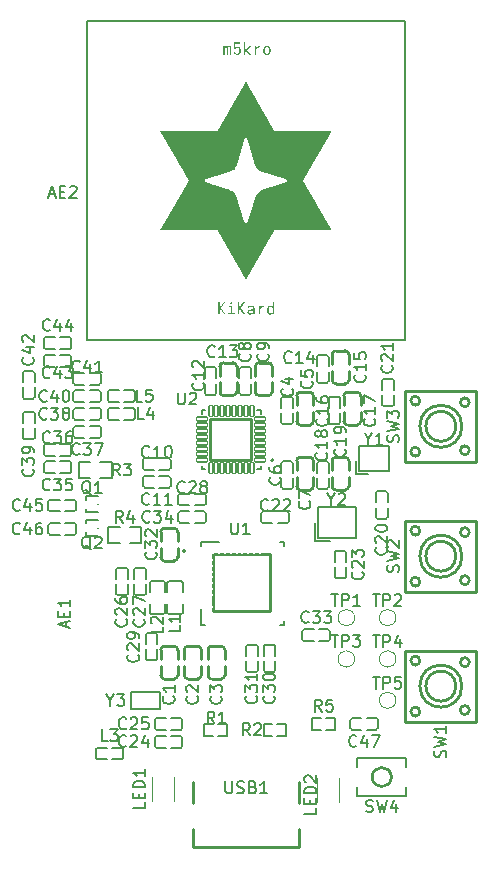
<source format=gto>
G04 #@! TF.GenerationSoftware,KiCad,Pcbnew,9.0.3*
G04 #@! TF.CreationDate,2025-07-25T19:12:18-07:00*
G04 #@! TF.ProjectId,kikard,6b696b61-7264-42e6-9b69-6361645f7063,rev?*
G04 #@! TF.SameCoordinates,Original*
G04 #@! TF.FileFunction,Legend,Top*
G04 #@! TF.FilePolarity,Positive*
%FSLAX46Y46*%
G04 Gerber Fmt 4.6, Leading zero omitted, Abs format (unit mm)*
G04 Created by KiCad (PCBNEW 9.0.3) date 2025-07-25 19:12:18*
%MOMM*%
%LPD*%
G01*
G04 APERTURE LIST*
G04 Aperture macros list*
%AMRoundRect*
0 Rectangle with rounded corners*
0 $1 Rounding radius*
0 $2 $3 $4 $5 $6 $7 $8 $9 X,Y pos of 4 corners*
0 Add a 4 corners polygon primitive as box body*
4,1,4,$2,$3,$4,$5,$6,$7,$8,$9,$2,$3,0*
0 Add four circle primitives for the rounded corners*
1,1,$1+$1,$2,$3*
1,1,$1+$1,$4,$5*
1,1,$1+$1,$6,$7*
1,1,$1+$1,$8,$9*
0 Add four rect primitives between the rounded corners*
20,1,$1+$1,$2,$3,$4,$5,0*
20,1,$1+$1,$4,$5,$6,$7,0*
20,1,$1+$1,$6,$7,$8,$9,0*
20,1,$1+$1,$8,$9,$2,$3,0*%
G04 Aperture macros list end*
%ADD10C,0.100000*%
%ADD11C,0.150000*%
%ADD12C,0.250000*%
%ADD13C,0.127000*%
%ADD14C,0.200000*%
%ADD15C,0.120000*%
%ADD16C,0.152500*%
%ADD17C,0.000000*%
%ADD18R,0.540000X0.790000*%
%ADD19R,0.790000X0.540000*%
%ADD20R,0.900000X0.800000*%
%ADD21R,0.810000X0.860000*%
%ADD22R,0.490000X0.290000*%
%ADD23R,0.490000X0.430000*%
%ADD24C,5.000000*%
%ADD25R,1.100000X0.800000*%
%ADD26R,0.570000X0.540000*%
%ADD27RoundRect,0.058000X0.464000X0.174000X-0.464000X0.174000X-0.464000X-0.174000X0.464000X-0.174000X0*%
%ADD28RoundRect,0.058000X0.174000X0.464000X-0.174000X0.464000X-0.174000X-0.464000X0.174000X-0.464000X0*%
%ADD29RoundRect,0.102000X1.750000X1.750000X-1.750000X1.750000X-1.750000X-1.750000X1.750000X-1.750000X0*%
%ADD30C,1.000000*%
%ADD31R,0.700000X0.900000*%
%ADD32R,0.860000X0.800000*%
%ADD33R,1.530000X1.360000*%
%ADD34C,0.400000*%
%ADD35R,1.200000X2.000000*%
%ADD36R,0.800000X1.000000*%
%ADD37R,0.850000X0.700000*%
%ADD38C,0.650000*%
%ADD39O,1.000000X2.100000*%
%ADD40O,1.000000X1.800000*%
%ADD41R,0.600000X1.150000*%
%ADD42R,0.300000X1.150000*%
%ADD43RoundRect,0.102000X-2.425000X-2.425000X2.425000X-2.425000X2.425000X2.425000X-2.425000X2.425000X0*%
%ADD44C,0.479000*%
%ADD45C,0.500000*%
%ADD46C,0.250000*%
G04 APERTURE END LIST*
D10*
G36*
X148105783Y-89830000D02*
G01*
X147846946Y-89364106D01*
X147764392Y-89481648D01*
X147764392Y-89830000D01*
X147649720Y-89830000D01*
X147649720Y-88801737D01*
X147764392Y-88801737D01*
X147764392Y-89301153D01*
X148100165Y-88801737D01*
X148234499Y-88801737D01*
X147912709Y-89267569D01*
X148234499Y-89830000D01*
X148105783Y-89830000D01*
G37*
G36*
X148477704Y-89830000D02*
G01*
X148477704Y-89726502D01*
X148712787Y-89726502D01*
X148712787Y-89204616D01*
X148567280Y-89204616D01*
X148567280Y-89102522D01*
X148827459Y-89102522D01*
X148827459Y-89726502D01*
X149040134Y-89726502D01*
X149040134Y-89830000D01*
X148477704Y-89830000D01*
G37*
G36*
X148767315Y-88979424D02*
G01*
X148732327Y-88974539D01*
X148716607Y-88967705D01*
X148702896Y-88957015D01*
X148692222Y-88943352D01*
X148685432Y-88927644D01*
X148680547Y-88892657D01*
X148685432Y-88857669D01*
X148692222Y-88841961D01*
X148702896Y-88828299D01*
X148716588Y-88817466D01*
X148732327Y-88810163D01*
X148767315Y-88804546D01*
X148802241Y-88810163D01*
X148817969Y-88817469D01*
X148831612Y-88828299D01*
X148842489Y-88841945D01*
X148849808Y-88857669D01*
X148855425Y-88892657D01*
X148849808Y-88927644D01*
X148842489Y-88943368D01*
X148831612Y-88957015D01*
X148817951Y-88967702D01*
X148802241Y-88974539D01*
X148767315Y-88979424D01*
G37*
G36*
X149784220Y-89830000D02*
G01*
X149525383Y-89364106D01*
X149442829Y-89481648D01*
X149442829Y-89830000D01*
X149328157Y-89830000D01*
X149328157Y-88801737D01*
X149442829Y-88801737D01*
X149442829Y-89301153D01*
X149778602Y-88801737D01*
X149912936Y-88801737D01*
X149591146Y-89267569D01*
X149912936Y-89830000D01*
X149784220Y-89830000D01*
G37*
G36*
X150509377Y-89096233D02*
G01*
X150545864Y-89103245D01*
X150580757Y-89114429D01*
X150614002Y-89129892D01*
X150645786Y-89150088D01*
X150674083Y-89174649D01*
X150696894Y-89203211D01*
X150714134Y-89235442D01*
X150725532Y-89271111D01*
X150731873Y-89308199D01*
X150733958Y-89344567D01*
X150733958Y-89830000D01*
X150619225Y-89830000D01*
X150619225Y-89702688D01*
X150602635Y-89734670D01*
X150580757Y-89763565D01*
X150554494Y-89788557D01*
X150524764Y-89808995D01*
X150492265Y-89824382D01*
X150457658Y-89834152D01*
X150385607Y-89841174D01*
X150323325Y-89836960D01*
X150262447Y-89822306D01*
X150233995Y-89809905D01*
X150207187Y-89793607D01*
X150183220Y-89773625D01*
X150163162Y-89750254D01*
X150147626Y-89723765D01*
X150137273Y-89694323D01*
X150129579Y-89631308D01*
X150130510Y-89620134D01*
X150244312Y-89620134D01*
X150246411Y-89640656D01*
X150252677Y-89660068D01*
X150275758Y-89693651D01*
X150309342Y-89716732D01*
X150348482Y-89730715D01*
X150389087Y-89737676D01*
X150430364Y-89739080D01*
X150479274Y-89735600D01*
X150525497Y-89722288D01*
X150566774Y-89696399D01*
X150583956Y-89679006D01*
X150597548Y-89659335D01*
X150614340Y-89613845D01*
X150619225Y-89565607D01*
X150619225Y-89502653D01*
X150466756Y-89502653D01*
X150420533Y-89504057D01*
X150373700Y-89509614D01*
X150328942Y-89521521D01*
X150287665Y-89541793D01*
X150270058Y-89556404D01*
X150256158Y-89575376D01*
X150247263Y-89597110D01*
X150244312Y-89620134D01*
X150130510Y-89620134D01*
X150132696Y-89593905D01*
X150142158Y-89556509D01*
X150158267Y-89521661D01*
X150181297Y-89491479D01*
X150209968Y-89466125D01*
X150242908Y-89445989D01*
X150314959Y-89418023D01*
X150390491Y-89404040D01*
X150466756Y-89400498D01*
X150619225Y-89400498D01*
X150619225Y-89344567D01*
X150613607Y-89299809D01*
X150606235Y-89278352D01*
X150595411Y-89259204D01*
X150581339Y-89242323D01*
X150563965Y-89227758D01*
X150524092Y-89206753D01*
X150480678Y-89196250D01*
X150435982Y-89193442D01*
X150396048Y-89194846D01*
X150356908Y-89201135D01*
X150319112Y-89213714D01*
X150285528Y-89234719D01*
X150261775Y-89266226D01*
X150254933Y-89284807D01*
X150252677Y-89303961D01*
X150252677Y-89305366D01*
X150137944Y-89305366D01*
X150137944Y-89302557D01*
X150141054Y-89269343D01*
X150150523Y-89236123D01*
X150165688Y-89204986D01*
X150185511Y-89178054D01*
X150209730Y-89154900D01*
X150237962Y-89135434D01*
X150268813Y-89119822D01*
X150300915Y-89108140D01*
X150367411Y-89094829D01*
X150435982Y-89091287D01*
X150509377Y-89096233D01*
G37*
G36*
X151076509Y-89830000D02*
G01*
X151076509Y-89102522D01*
X151192646Y-89102522D01*
X151192646Y-89298344D01*
X151208930Y-89263354D01*
X151229710Y-89231238D01*
X151254420Y-89202160D01*
X151282161Y-89176711D01*
X151312835Y-89154716D01*
X151346519Y-89136106D01*
X151417838Y-89108811D01*
X151492027Y-89094829D01*
X151568963Y-89091287D01*
X151568963Y-89204616D01*
X151518588Y-89206020D01*
X151468946Y-89210233D01*
X151419975Y-89218660D01*
X151371004Y-89231910D01*
X151324110Y-89250106D01*
X151281489Y-89274591D01*
X151243693Y-89307503D01*
X151214323Y-89348047D01*
X151197531Y-89394209D01*
X151192646Y-89443852D01*
X151192646Y-89830000D01*
X151076509Y-89830000D01*
G37*
G36*
X152412395Y-89830000D02*
G01*
X152296257Y-89830000D01*
X152296257Y-89688705D01*
X152281174Y-89721202D01*
X152260598Y-89752391D01*
X152235540Y-89780225D01*
X152206742Y-89803438D01*
X152174471Y-89821198D01*
X152138843Y-89832747D01*
X152101579Y-89839071D01*
X152064043Y-89841174D01*
X152026473Y-89838904D01*
X151989183Y-89832076D01*
X151953589Y-89819971D01*
X151921345Y-89802034D01*
X151892597Y-89778686D01*
X151867489Y-89750254D01*
X151846791Y-89718319D01*
X151831097Y-89684492D01*
X151819910Y-89648888D01*
X151812901Y-89611769D01*
X151808016Y-89536175D01*
X151808016Y-89396285D01*
X151924153Y-89396285D01*
X151924153Y-89536175D01*
X151927634Y-89588688D01*
X151941617Y-89638391D01*
X151953841Y-89661078D01*
X151969583Y-89681744D01*
X151988334Y-89699744D01*
X152009455Y-89714595D01*
X152032699Y-89725755D01*
X152057754Y-89732791D01*
X152110205Y-89737676D01*
X152162657Y-89732791D01*
X152187703Y-89725753D01*
X152210894Y-89714595D01*
X152232054Y-89699737D01*
X152250767Y-89681744D01*
X152266557Y-89661074D01*
X152278794Y-89638391D01*
X152292777Y-89588688D01*
X152296257Y-89536175D01*
X152296257Y-89396285D01*
X152292777Y-89343834D01*
X152278794Y-89294192D01*
X152266550Y-89271469D01*
X152250767Y-89250839D01*
X152232050Y-89232796D01*
X152210894Y-89217927D01*
X152187698Y-89206736D01*
X152162657Y-89199731D01*
X152110205Y-89194846D01*
X152057754Y-89199731D01*
X152032703Y-89206734D01*
X152009455Y-89217927D01*
X151988339Y-89232789D01*
X151969583Y-89250839D01*
X151953848Y-89271465D01*
X151941617Y-89294192D01*
X151927634Y-89343834D01*
X151924153Y-89396285D01*
X151808016Y-89396285D01*
X151812901Y-89320753D01*
X151819913Y-89283589D01*
X151831097Y-89248030D01*
X151846791Y-89214203D01*
X151867489Y-89182267D01*
X151892597Y-89153836D01*
X151921345Y-89130488D01*
X151953593Y-89112503D01*
X151989183Y-89100385D01*
X152026473Y-89093556D01*
X152064043Y-89091287D01*
X152101579Y-89093390D01*
X152138843Y-89099713D01*
X152174467Y-89111276D01*
X152206742Y-89129084D01*
X152235536Y-89152308D01*
X152260598Y-89180191D01*
X152281171Y-89211330D01*
X152296257Y-89243817D01*
X152296257Y-88801737D01*
X152412395Y-88801737D01*
X152412395Y-89830000D01*
G37*
G36*
X148090919Y-67830000D02*
G01*
X148090919Y-67102522D01*
X148200034Y-67102522D01*
X148200034Y-67173841D01*
X148221039Y-67139586D01*
X148249677Y-67112292D01*
X148286069Y-67096233D01*
X148325942Y-67091287D01*
X148372836Y-67098309D01*
X148394727Y-67107439D01*
X148414113Y-67120718D01*
X148430811Y-67137565D01*
X148444888Y-67157782D01*
X148463084Y-67201868D01*
X148481952Y-67158515D01*
X148511322Y-67121451D01*
X148530203Y-67107624D01*
X148551927Y-67098309D01*
X148598761Y-67091287D01*
X148645655Y-67098309D01*
X148667518Y-67107168D01*
X148686200Y-67119314D01*
X148702374Y-67134740D01*
X148716303Y-67153569D01*
X148735842Y-67196250D01*
X148745673Y-67241741D01*
X148748482Y-67288574D01*
X148748482Y-67830000D01*
X148639366Y-67830000D01*
X148639366Y-67288574D01*
X148635153Y-67250839D01*
X148620437Y-67217927D01*
X148608327Y-67205049D01*
X148592472Y-67195518D01*
X148556812Y-67187824D01*
X148521092Y-67195518D01*
X148505144Y-67205011D01*
X148492454Y-67217927D01*
X148483191Y-67233506D01*
X148477739Y-67250839D01*
X148474258Y-67288574D01*
X148474258Y-67830000D01*
X148365143Y-67830000D01*
X148365143Y-67288574D01*
X148361601Y-67250839D01*
X148356195Y-67233507D01*
X148346946Y-67217927D01*
X148334247Y-67205015D01*
X148318248Y-67195518D01*
X148282588Y-67187824D01*
X148246929Y-67195518D01*
X148231113Y-67205042D01*
X148218963Y-67217927D01*
X148204248Y-67250839D01*
X148200034Y-67288574D01*
X148200034Y-67830000D01*
X148090919Y-67830000D01*
G37*
G36*
X149261697Y-67841174D02*
G01*
X149188241Y-67835556D01*
X149151824Y-67827878D01*
X149116922Y-67816017D01*
X149083914Y-67799783D01*
X149053236Y-67778953D01*
X149025949Y-67753940D01*
X149002861Y-67725097D01*
X148984525Y-67693096D01*
X148971414Y-67658663D01*
X148963198Y-67622493D01*
X148959508Y-67585146D01*
X149075645Y-67585146D01*
X149080502Y-67618043D01*
X149092437Y-67650237D01*
X149110734Y-67679049D01*
X149134385Y-67702016D01*
X149162641Y-67719094D01*
X149194591Y-67729982D01*
X149261697Y-67737676D01*
X149319094Y-67730715D01*
X149345870Y-67721236D01*
X149370141Y-67706901D01*
X149391406Y-67688250D01*
X149409281Y-67665624D01*
X149434499Y-67613845D01*
X149447077Y-67557913D01*
X149450619Y-67501249D01*
X149447810Y-67443913D01*
X149435903Y-67388592D01*
X149411418Y-67337545D01*
X149394280Y-67315324D01*
X149373621Y-67296268D01*
X149349928Y-67281284D01*
X149323246Y-67271111D01*
X149267315Y-67263417D01*
X149209246Y-67267630D01*
X149181315Y-67274066D01*
X149154719Y-67285094D01*
X149130833Y-67300917D01*
X149110633Y-67322158D01*
X149096268Y-67347369D01*
X149089628Y-67375341D01*
X148974895Y-67375341D01*
X148974895Y-66801737D01*
X149526151Y-66801737D01*
X149526151Y-66903831D01*
X149089628Y-66903831D01*
X149089628Y-67197655D01*
X149131399Y-67179991D01*
X149175662Y-67168956D01*
X149267315Y-67161263D01*
X149310367Y-67163543D01*
X149352616Y-67170361D01*
X149393239Y-67182800D01*
X149430957Y-67201868D01*
X149464974Y-67227118D01*
X149494644Y-67258532D01*
X149519178Y-67294275D01*
X149537997Y-67332660D01*
X149551655Y-67373219D01*
X149560406Y-67415214D01*
X149566695Y-67501249D01*
X149560406Y-67587283D01*
X149551495Y-67629248D01*
X149537325Y-67669837D01*
X149517799Y-67708208D01*
X149492568Y-67743965D01*
X149462235Y-67775325D01*
X149427477Y-67800629D01*
X149389048Y-67819649D01*
X149347732Y-67832076D01*
X149304893Y-67838901D01*
X149261697Y-67841174D01*
G37*
G36*
X150271641Y-67830000D02*
G01*
X150035214Y-67512423D01*
X149942829Y-67613173D01*
X149942829Y-67830000D01*
X149828157Y-67830000D01*
X149828157Y-66801737D01*
X149942829Y-66801737D01*
X149942829Y-67463452D01*
X150263215Y-67102522D01*
X150410127Y-67102522D01*
X150107937Y-67434082D01*
X150410127Y-67830000D01*
X150271641Y-67830000D01*
G37*
G36*
X150737290Y-67830000D02*
G01*
X150737290Y-67102522D01*
X150853428Y-67102522D01*
X150853428Y-67298344D01*
X150869711Y-67263354D01*
X150890491Y-67231238D01*
X150915202Y-67202160D01*
X150942943Y-67176711D01*
X150973617Y-67154716D01*
X151007301Y-67136106D01*
X151078620Y-67108811D01*
X151152808Y-67094829D01*
X151229745Y-67091287D01*
X151229745Y-67204616D01*
X151179370Y-67206020D01*
X151129727Y-67210233D01*
X151080757Y-67218660D01*
X151031786Y-67231910D01*
X150984891Y-67250106D01*
X150942271Y-67274591D01*
X150904474Y-67307503D01*
X150875104Y-67348047D01*
X150858312Y-67394209D01*
X150853428Y-67443852D01*
X150853428Y-67830000D01*
X150737290Y-67830000D01*
G37*
G36*
X151858426Y-67098309D02*
G01*
X151898606Y-67108170D01*
X151936034Y-67123527D01*
X151970704Y-67144390D01*
X152002468Y-67171093D01*
X152029838Y-67202321D01*
X152051439Y-67236856D01*
X152067342Y-67274323D01*
X152077329Y-67314464D01*
X152084351Y-67396285D01*
X152084351Y-67536175D01*
X152077329Y-67618058D01*
X152067344Y-67658208D01*
X152051439Y-67695727D01*
X152029842Y-67730211D01*
X152002468Y-67761428D01*
X151970710Y-67788097D01*
X151936034Y-67808995D01*
X151898605Y-67824337D01*
X151858426Y-67834152D01*
X151776605Y-67841174D01*
X151694722Y-67834152D01*
X151654534Y-67824339D01*
X151617053Y-67808995D01*
X151582417Y-67788104D01*
X151550619Y-67761428D01*
X151523281Y-67730218D01*
X151501648Y-67695727D01*
X151485775Y-67658213D01*
X151475758Y-67618058D01*
X151468797Y-67536175D01*
X151468797Y-67396285D01*
X151584935Y-67396285D01*
X151584935Y-67536175D01*
X151589087Y-67588688D01*
X151604474Y-67639063D01*
X151617308Y-67662344D01*
X151633173Y-67683087D01*
X151652200Y-67700890D01*
X151674450Y-67715266D01*
X151698838Y-67725962D01*
X151724092Y-67732791D01*
X151776605Y-67737676D01*
X151829056Y-67732791D01*
X151854353Y-67725957D01*
X151878698Y-67715266D01*
X151900988Y-67700883D01*
X151919975Y-67683087D01*
X151935827Y-67662341D01*
X151948613Y-67639063D01*
X151964061Y-67588688D01*
X151968274Y-67536175D01*
X151968274Y-67396285D01*
X151964061Y-67343834D01*
X151948613Y-67293459D01*
X151935820Y-67270140D01*
X151919975Y-67249434D01*
X151900988Y-67231639D01*
X151878698Y-67217255D01*
X151854348Y-67206532D01*
X151829056Y-67199731D01*
X151776605Y-67194846D01*
X151724092Y-67199731D01*
X151698843Y-67206528D01*
X151674450Y-67217255D01*
X151652200Y-67231632D01*
X151633173Y-67249434D01*
X151617314Y-67270137D01*
X151604474Y-67293459D01*
X151589087Y-67343834D01*
X151584935Y-67396285D01*
X151468797Y-67396285D01*
X151475758Y-67314464D01*
X151485777Y-67274318D01*
X151501648Y-67236856D01*
X151523285Y-67202314D01*
X151550619Y-67171093D01*
X151582423Y-67144383D01*
X151617053Y-67123527D01*
X151654533Y-67108168D01*
X151694722Y-67098309D01*
X151776605Y-67091287D01*
X151858426Y-67098309D01*
G37*
D11*
X150859580Y-122142857D02*
X150907200Y-122190476D01*
X150907200Y-122190476D02*
X150954819Y-122333333D01*
X150954819Y-122333333D02*
X150954819Y-122428571D01*
X150954819Y-122428571D02*
X150907200Y-122571428D01*
X150907200Y-122571428D02*
X150811961Y-122666666D01*
X150811961Y-122666666D02*
X150716723Y-122714285D01*
X150716723Y-122714285D02*
X150526247Y-122761904D01*
X150526247Y-122761904D02*
X150383390Y-122761904D01*
X150383390Y-122761904D02*
X150192914Y-122714285D01*
X150192914Y-122714285D02*
X150097676Y-122666666D01*
X150097676Y-122666666D02*
X150002438Y-122571428D01*
X150002438Y-122571428D02*
X149954819Y-122428571D01*
X149954819Y-122428571D02*
X149954819Y-122333333D01*
X149954819Y-122333333D02*
X150002438Y-122190476D01*
X150002438Y-122190476D02*
X150050057Y-122142857D01*
X149954819Y-121809523D02*
X149954819Y-121190476D01*
X149954819Y-121190476D02*
X150335771Y-121523809D01*
X150335771Y-121523809D02*
X150335771Y-121380952D01*
X150335771Y-121380952D02*
X150383390Y-121285714D01*
X150383390Y-121285714D02*
X150431009Y-121238095D01*
X150431009Y-121238095D02*
X150526247Y-121190476D01*
X150526247Y-121190476D02*
X150764342Y-121190476D01*
X150764342Y-121190476D02*
X150859580Y-121238095D01*
X150859580Y-121238095D02*
X150907200Y-121285714D01*
X150907200Y-121285714D02*
X150954819Y-121380952D01*
X150954819Y-121380952D02*
X150954819Y-121666666D01*
X150954819Y-121666666D02*
X150907200Y-121761904D01*
X150907200Y-121761904D02*
X150859580Y-121809523D01*
X150954819Y-120238095D02*
X150954819Y-120809523D01*
X150954819Y-120523809D02*
X149954819Y-120523809D01*
X149954819Y-120523809D02*
X150097676Y-120619047D01*
X150097676Y-120619047D02*
X150192914Y-120714285D01*
X150192914Y-120714285D02*
X150240533Y-120809523D01*
X141807142Y-101859580D02*
X141759523Y-101907200D01*
X141759523Y-101907200D02*
X141616666Y-101954819D01*
X141616666Y-101954819D02*
X141521428Y-101954819D01*
X141521428Y-101954819D02*
X141378571Y-101907200D01*
X141378571Y-101907200D02*
X141283333Y-101811961D01*
X141283333Y-101811961D02*
X141235714Y-101716723D01*
X141235714Y-101716723D02*
X141188095Y-101526247D01*
X141188095Y-101526247D02*
X141188095Y-101383390D01*
X141188095Y-101383390D02*
X141235714Y-101192914D01*
X141235714Y-101192914D02*
X141283333Y-101097676D01*
X141283333Y-101097676D02*
X141378571Y-101002438D01*
X141378571Y-101002438D02*
X141521428Y-100954819D01*
X141521428Y-100954819D02*
X141616666Y-100954819D01*
X141616666Y-100954819D02*
X141759523Y-101002438D01*
X141759523Y-101002438D02*
X141807142Y-101050057D01*
X142759523Y-101954819D02*
X142188095Y-101954819D01*
X142473809Y-101954819D02*
X142473809Y-100954819D01*
X142473809Y-100954819D02*
X142378571Y-101097676D01*
X142378571Y-101097676D02*
X142283333Y-101192914D01*
X142283333Y-101192914D02*
X142188095Y-101240533D01*
X143378571Y-100954819D02*
X143473809Y-100954819D01*
X143473809Y-100954819D02*
X143569047Y-101002438D01*
X143569047Y-101002438D02*
X143616666Y-101050057D01*
X143616666Y-101050057D02*
X143664285Y-101145295D01*
X143664285Y-101145295D02*
X143711904Y-101335771D01*
X143711904Y-101335771D02*
X143711904Y-101573866D01*
X143711904Y-101573866D02*
X143664285Y-101764342D01*
X143664285Y-101764342D02*
X143616666Y-101859580D01*
X143616666Y-101859580D02*
X143569047Y-101907200D01*
X143569047Y-101907200D02*
X143473809Y-101954819D01*
X143473809Y-101954819D02*
X143378571Y-101954819D01*
X143378571Y-101954819D02*
X143283333Y-101907200D01*
X143283333Y-101907200D02*
X143235714Y-101859580D01*
X143235714Y-101859580D02*
X143188095Y-101764342D01*
X143188095Y-101764342D02*
X143140476Y-101573866D01*
X143140476Y-101573866D02*
X143140476Y-101335771D01*
X143140476Y-101335771D02*
X143188095Y-101145295D01*
X143188095Y-101145295D02*
X143235714Y-101050057D01*
X143235714Y-101050057D02*
X143283333Y-101002438D01*
X143283333Y-101002438D02*
X143378571Y-100954819D01*
X147859580Y-122166666D02*
X147907200Y-122214285D01*
X147907200Y-122214285D02*
X147954819Y-122357142D01*
X147954819Y-122357142D02*
X147954819Y-122452380D01*
X147954819Y-122452380D02*
X147907200Y-122595237D01*
X147907200Y-122595237D02*
X147811961Y-122690475D01*
X147811961Y-122690475D02*
X147716723Y-122738094D01*
X147716723Y-122738094D02*
X147526247Y-122785713D01*
X147526247Y-122785713D02*
X147383390Y-122785713D01*
X147383390Y-122785713D02*
X147192914Y-122738094D01*
X147192914Y-122738094D02*
X147097676Y-122690475D01*
X147097676Y-122690475D02*
X147002438Y-122595237D01*
X147002438Y-122595237D02*
X146954819Y-122452380D01*
X146954819Y-122452380D02*
X146954819Y-122357142D01*
X146954819Y-122357142D02*
X147002438Y-122214285D01*
X147002438Y-122214285D02*
X147050057Y-122166666D01*
X146954819Y-121833332D02*
X146954819Y-121214285D01*
X146954819Y-121214285D02*
X147335771Y-121547618D01*
X147335771Y-121547618D02*
X147335771Y-121404761D01*
X147335771Y-121404761D02*
X147383390Y-121309523D01*
X147383390Y-121309523D02*
X147431009Y-121261904D01*
X147431009Y-121261904D02*
X147526247Y-121214285D01*
X147526247Y-121214285D02*
X147764342Y-121214285D01*
X147764342Y-121214285D02*
X147859580Y-121261904D01*
X147859580Y-121261904D02*
X147907200Y-121309523D01*
X147907200Y-121309523D02*
X147954819Y-121404761D01*
X147954819Y-121404761D02*
X147954819Y-121690475D01*
X147954819Y-121690475D02*
X147907200Y-121785713D01*
X147907200Y-121785713D02*
X147859580Y-121833332D01*
X133407142Y-104639580D02*
X133359523Y-104687200D01*
X133359523Y-104687200D02*
X133216666Y-104734819D01*
X133216666Y-104734819D02*
X133121428Y-104734819D01*
X133121428Y-104734819D02*
X132978571Y-104687200D01*
X132978571Y-104687200D02*
X132883333Y-104591961D01*
X132883333Y-104591961D02*
X132835714Y-104496723D01*
X132835714Y-104496723D02*
X132788095Y-104306247D01*
X132788095Y-104306247D02*
X132788095Y-104163390D01*
X132788095Y-104163390D02*
X132835714Y-103972914D01*
X132835714Y-103972914D02*
X132883333Y-103877676D01*
X132883333Y-103877676D02*
X132978571Y-103782438D01*
X132978571Y-103782438D02*
X133121428Y-103734819D01*
X133121428Y-103734819D02*
X133216666Y-103734819D01*
X133216666Y-103734819D02*
X133359523Y-103782438D01*
X133359523Y-103782438D02*
X133407142Y-103830057D01*
X133740476Y-103734819D02*
X134359523Y-103734819D01*
X134359523Y-103734819D02*
X134026190Y-104115771D01*
X134026190Y-104115771D02*
X134169047Y-104115771D01*
X134169047Y-104115771D02*
X134264285Y-104163390D01*
X134264285Y-104163390D02*
X134311904Y-104211009D01*
X134311904Y-104211009D02*
X134359523Y-104306247D01*
X134359523Y-104306247D02*
X134359523Y-104544342D01*
X134359523Y-104544342D02*
X134311904Y-104639580D01*
X134311904Y-104639580D02*
X134264285Y-104687200D01*
X134264285Y-104687200D02*
X134169047Y-104734819D01*
X134169047Y-104734819D02*
X133883333Y-104734819D01*
X133883333Y-104734819D02*
X133788095Y-104687200D01*
X133788095Y-104687200D02*
X133740476Y-104639580D01*
X135264285Y-103734819D02*
X134788095Y-103734819D01*
X134788095Y-103734819D02*
X134740476Y-104211009D01*
X134740476Y-104211009D02*
X134788095Y-104163390D01*
X134788095Y-104163390D02*
X134883333Y-104115771D01*
X134883333Y-104115771D02*
X135121428Y-104115771D01*
X135121428Y-104115771D02*
X135216666Y-104163390D01*
X135216666Y-104163390D02*
X135264285Y-104211009D01*
X135264285Y-104211009D02*
X135311904Y-104306247D01*
X135311904Y-104306247D02*
X135311904Y-104544342D01*
X135311904Y-104544342D02*
X135264285Y-104639580D01*
X135264285Y-104639580D02*
X135216666Y-104687200D01*
X135216666Y-104687200D02*
X135121428Y-104734819D01*
X135121428Y-104734819D02*
X134883333Y-104734819D01*
X134883333Y-104734819D02*
X134788095Y-104687200D01*
X134788095Y-104687200D02*
X134740476Y-104639580D01*
X139583333Y-107454819D02*
X139250000Y-106978628D01*
X139011905Y-107454819D02*
X139011905Y-106454819D01*
X139011905Y-106454819D02*
X139392857Y-106454819D01*
X139392857Y-106454819D02*
X139488095Y-106502438D01*
X139488095Y-106502438D02*
X139535714Y-106550057D01*
X139535714Y-106550057D02*
X139583333Y-106645295D01*
X139583333Y-106645295D02*
X139583333Y-106788152D01*
X139583333Y-106788152D02*
X139535714Y-106883390D01*
X139535714Y-106883390D02*
X139488095Y-106931009D01*
X139488095Y-106931009D02*
X139392857Y-106978628D01*
X139392857Y-106978628D02*
X139011905Y-106978628D01*
X140440476Y-106788152D02*
X140440476Y-107454819D01*
X140202381Y-106407200D02*
X139964286Y-107121485D01*
X139964286Y-107121485D02*
X140583333Y-107121485D01*
X160859580Y-98642857D02*
X160907200Y-98690476D01*
X160907200Y-98690476D02*
X160954819Y-98833333D01*
X160954819Y-98833333D02*
X160954819Y-98928571D01*
X160954819Y-98928571D02*
X160907200Y-99071428D01*
X160907200Y-99071428D02*
X160811961Y-99166666D01*
X160811961Y-99166666D02*
X160716723Y-99214285D01*
X160716723Y-99214285D02*
X160526247Y-99261904D01*
X160526247Y-99261904D02*
X160383390Y-99261904D01*
X160383390Y-99261904D02*
X160192914Y-99214285D01*
X160192914Y-99214285D02*
X160097676Y-99166666D01*
X160097676Y-99166666D02*
X160002438Y-99071428D01*
X160002438Y-99071428D02*
X159954819Y-98928571D01*
X159954819Y-98928571D02*
X159954819Y-98833333D01*
X159954819Y-98833333D02*
X160002438Y-98690476D01*
X160002438Y-98690476D02*
X160050057Y-98642857D01*
X160954819Y-97690476D02*
X160954819Y-98261904D01*
X160954819Y-97976190D02*
X159954819Y-97976190D01*
X159954819Y-97976190D02*
X160097676Y-98071428D01*
X160097676Y-98071428D02*
X160192914Y-98166666D01*
X160192914Y-98166666D02*
X160240533Y-98261904D01*
X159954819Y-97357142D02*
X159954819Y-96690476D01*
X159954819Y-96690476D02*
X160954819Y-97119047D01*
X136874761Y-109730057D02*
X136779523Y-109682438D01*
X136779523Y-109682438D02*
X136684285Y-109587200D01*
X136684285Y-109587200D02*
X136541428Y-109444342D01*
X136541428Y-109444342D02*
X136446190Y-109396723D01*
X136446190Y-109396723D02*
X136350952Y-109396723D01*
X136398571Y-109634819D02*
X136303333Y-109587200D01*
X136303333Y-109587200D02*
X136208095Y-109491961D01*
X136208095Y-109491961D02*
X136160476Y-109301485D01*
X136160476Y-109301485D02*
X136160476Y-108968152D01*
X136160476Y-108968152D02*
X136208095Y-108777676D01*
X136208095Y-108777676D02*
X136303333Y-108682438D01*
X136303333Y-108682438D02*
X136398571Y-108634819D01*
X136398571Y-108634819D02*
X136589047Y-108634819D01*
X136589047Y-108634819D02*
X136684285Y-108682438D01*
X136684285Y-108682438D02*
X136779523Y-108777676D01*
X136779523Y-108777676D02*
X136827142Y-108968152D01*
X136827142Y-108968152D02*
X136827142Y-109301485D01*
X136827142Y-109301485D02*
X136779523Y-109491961D01*
X136779523Y-109491961D02*
X136684285Y-109587200D01*
X136684285Y-109587200D02*
X136589047Y-109634819D01*
X136589047Y-109634819D02*
X136398571Y-109634819D01*
X137208095Y-108730057D02*
X137255714Y-108682438D01*
X137255714Y-108682438D02*
X137350952Y-108634819D01*
X137350952Y-108634819D02*
X137589047Y-108634819D01*
X137589047Y-108634819D02*
X137684285Y-108682438D01*
X137684285Y-108682438D02*
X137731904Y-108730057D01*
X137731904Y-108730057D02*
X137779523Y-108825295D01*
X137779523Y-108825295D02*
X137779523Y-108920533D01*
X137779523Y-108920533D02*
X137731904Y-109063390D01*
X137731904Y-109063390D02*
X137160476Y-109634819D01*
X137160476Y-109634819D02*
X137779523Y-109634819D01*
X141233333Y-97204819D02*
X140757143Y-97204819D01*
X140757143Y-97204819D02*
X140757143Y-96204819D01*
X142042857Y-96204819D02*
X141566667Y-96204819D01*
X141566667Y-96204819D02*
X141519048Y-96681009D01*
X141519048Y-96681009D02*
X141566667Y-96633390D01*
X141566667Y-96633390D02*
X141661905Y-96585771D01*
X141661905Y-96585771D02*
X141900000Y-96585771D01*
X141900000Y-96585771D02*
X141995238Y-96633390D01*
X141995238Y-96633390D02*
X142042857Y-96681009D01*
X142042857Y-96681009D02*
X142090476Y-96776247D01*
X142090476Y-96776247D02*
X142090476Y-97014342D01*
X142090476Y-97014342D02*
X142042857Y-97109580D01*
X142042857Y-97109580D02*
X141995238Y-97157200D01*
X141995238Y-97157200D02*
X141900000Y-97204819D01*
X141900000Y-97204819D02*
X141661905Y-97204819D01*
X141661905Y-97204819D02*
X141566667Y-97157200D01*
X141566667Y-97157200D02*
X141519048Y-97109580D01*
X141857142Y-107359580D02*
X141809523Y-107407200D01*
X141809523Y-107407200D02*
X141666666Y-107454819D01*
X141666666Y-107454819D02*
X141571428Y-107454819D01*
X141571428Y-107454819D02*
X141428571Y-107407200D01*
X141428571Y-107407200D02*
X141333333Y-107311961D01*
X141333333Y-107311961D02*
X141285714Y-107216723D01*
X141285714Y-107216723D02*
X141238095Y-107026247D01*
X141238095Y-107026247D02*
X141238095Y-106883390D01*
X141238095Y-106883390D02*
X141285714Y-106692914D01*
X141285714Y-106692914D02*
X141333333Y-106597676D01*
X141333333Y-106597676D02*
X141428571Y-106502438D01*
X141428571Y-106502438D02*
X141571428Y-106454819D01*
X141571428Y-106454819D02*
X141666666Y-106454819D01*
X141666666Y-106454819D02*
X141809523Y-106502438D01*
X141809523Y-106502438D02*
X141857142Y-106550057D01*
X142190476Y-106454819D02*
X142809523Y-106454819D01*
X142809523Y-106454819D02*
X142476190Y-106835771D01*
X142476190Y-106835771D02*
X142619047Y-106835771D01*
X142619047Y-106835771D02*
X142714285Y-106883390D01*
X142714285Y-106883390D02*
X142761904Y-106931009D01*
X142761904Y-106931009D02*
X142809523Y-107026247D01*
X142809523Y-107026247D02*
X142809523Y-107264342D01*
X142809523Y-107264342D02*
X142761904Y-107359580D01*
X142761904Y-107359580D02*
X142714285Y-107407200D01*
X142714285Y-107407200D02*
X142619047Y-107454819D01*
X142619047Y-107454819D02*
X142333333Y-107454819D01*
X142333333Y-107454819D02*
X142238095Y-107407200D01*
X142238095Y-107407200D02*
X142190476Y-107359580D01*
X143666666Y-106788152D02*
X143666666Y-107454819D01*
X143428571Y-106407200D02*
X143190476Y-107121485D01*
X143190476Y-107121485D02*
X143809523Y-107121485D01*
X156789580Y-101542857D02*
X156837200Y-101590476D01*
X156837200Y-101590476D02*
X156884819Y-101733333D01*
X156884819Y-101733333D02*
X156884819Y-101828571D01*
X156884819Y-101828571D02*
X156837200Y-101971428D01*
X156837200Y-101971428D02*
X156741961Y-102066666D01*
X156741961Y-102066666D02*
X156646723Y-102114285D01*
X156646723Y-102114285D02*
X156456247Y-102161904D01*
X156456247Y-102161904D02*
X156313390Y-102161904D01*
X156313390Y-102161904D02*
X156122914Y-102114285D01*
X156122914Y-102114285D02*
X156027676Y-102066666D01*
X156027676Y-102066666D02*
X155932438Y-101971428D01*
X155932438Y-101971428D02*
X155884819Y-101828571D01*
X155884819Y-101828571D02*
X155884819Y-101733333D01*
X155884819Y-101733333D02*
X155932438Y-101590476D01*
X155932438Y-101590476D02*
X155980057Y-101542857D01*
X156884819Y-100590476D02*
X156884819Y-101161904D01*
X156884819Y-100876190D02*
X155884819Y-100876190D01*
X155884819Y-100876190D02*
X156027676Y-100971428D01*
X156027676Y-100971428D02*
X156122914Y-101066666D01*
X156122914Y-101066666D02*
X156170533Y-101161904D01*
X156313390Y-100019047D02*
X156265771Y-100114285D01*
X156265771Y-100114285D02*
X156218152Y-100161904D01*
X156218152Y-100161904D02*
X156122914Y-100209523D01*
X156122914Y-100209523D02*
X156075295Y-100209523D01*
X156075295Y-100209523D02*
X155980057Y-100161904D01*
X155980057Y-100161904D02*
X155932438Y-100114285D01*
X155932438Y-100114285D02*
X155884819Y-100019047D01*
X155884819Y-100019047D02*
X155884819Y-99828571D01*
X155884819Y-99828571D02*
X155932438Y-99733333D01*
X155932438Y-99733333D02*
X155980057Y-99685714D01*
X155980057Y-99685714D02*
X156075295Y-99638095D01*
X156075295Y-99638095D02*
X156122914Y-99638095D01*
X156122914Y-99638095D02*
X156218152Y-99685714D01*
X156218152Y-99685714D02*
X156265771Y-99733333D01*
X156265771Y-99733333D02*
X156313390Y-99828571D01*
X156313390Y-99828571D02*
X156313390Y-100019047D01*
X156313390Y-100019047D02*
X156361009Y-100114285D01*
X156361009Y-100114285D02*
X156408628Y-100161904D01*
X156408628Y-100161904D02*
X156503866Y-100209523D01*
X156503866Y-100209523D02*
X156694342Y-100209523D01*
X156694342Y-100209523D02*
X156789580Y-100161904D01*
X156789580Y-100161904D02*
X156837200Y-100114285D01*
X156837200Y-100114285D02*
X156884819Y-100019047D01*
X156884819Y-100019047D02*
X156884819Y-99828571D01*
X156884819Y-99828571D02*
X156837200Y-99733333D01*
X156837200Y-99733333D02*
X156789580Y-99685714D01*
X156789580Y-99685714D02*
X156694342Y-99638095D01*
X156694342Y-99638095D02*
X156503866Y-99638095D01*
X156503866Y-99638095D02*
X156408628Y-99685714D01*
X156408628Y-99685714D02*
X156361009Y-99733333D01*
X156361009Y-99733333D02*
X156313390Y-99828571D01*
X141359580Y-115642857D02*
X141407200Y-115690476D01*
X141407200Y-115690476D02*
X141454819Y-115833333D01*
X141454819Y-115833333D02*
X141454819Y-115928571D01*
X141454819Y-115928571D02*
X141407200Y-116071428D01*
X141407200Y-116071428D02*
X141311961Y-116166666D01*
X141311961Y-116166666D02*
X141216723Y-116214285D01*
X141216723Y-116214285D02*
X141026247Y-116261904D01*
X141026247Y-116261904D02*
X140883390Y-116261904D01*
X140883390Y-116261904D02*
X140692914Y-116214285D01*
X140692914Y-116214285D02*
X140597676Y-116166666D01*
X140597676Y-116166666D02*
X140502438Y-116071428D01*
X140502438Y-116071428D02*
X140454819Y-115928571D01*
X140454819Y-115928571D02*
X140454819Y-115833333D01*
X140454819Y-115833333D02*
X140502438Y-115690476D01*
X140502438Y-115690476D02*
X140550057Y-115642857D01*
X140550057Y-115261904D02*
X140502438Y-115214285D01*
X140502438Y-115214285D02*
X140454819Y-115119047D01*
X140454819Y-115119047D02*
X140454819Y-114880952D01*
X140454819Y-114880952D02*
X140502438Y-114785714D01*
X140502438Y-114785714D02*
X140550057Y-114738095D01*
X140550057Y-114738095D02*
X140645295Y-114690476D01*
X140645295Y-114690476D02*
X140740533Y-114690476D01*
X140740533Y-114690476D02*
X140883390Y-114738095D01*
X140883390Y-114738095D02*
X141454819Y-115309523D01*
X141454819Y-115309523D02*
X141454819Y-114690476D01*
X140454819Y-114357142D02*
X140454819Y-113690476D01*
X140454819Y-113690476D02*
X141454819Y-114119047D01*
X146359580Y-95642857D02*
X146407200Y-95690476D01*
X146407200Y-95690476D02*
X146454819Y-95833333D01*
X146454819Y-95833333D02*
X146454819Y-95928571D01*
X146454819Y-95928571D02*
X146407200Y-96071428D01*
X146407200Y-96071428D02*
X146311961Y-96166666D01*
X146311961Y-96166666D02*
X146216723Y-96214285D01*
X146216723Y-96214285D02*
X146026247Y-96261904D01*
X146026247Y-96261904D02*
X145883390Y-96261904D01*
X145883390Y-96261904D02*
X145692914Y-96214285D01*
X145692914Y-96214285D02*
X145597676Y-96166666D01*
X145597676Y-96166666D02*
X145502438Y-96071428D01*
X145502438Y-96071428D02*
X145454819Y-95928571D01*
X145454819Y-95928571D02*
X145454819Y-95833333D01*
X145454819Y-95833333D02*
X145502438Y-95690476D01*
X145502438Y-95690476D02*
X145550057Y-95642857D01*
X146454819Y-94690476D02*
X146454819Y-95261904D01*
X146454819Y-94976190D02*
X145454819Y-94976190D01*
X145454819Y-94976190D02*
X145597676Y-95071428D01*
X145597676Y-95071428D02*
X145692914Y-95166666D01*
X145692914Y-95166666D02*
X145740533Y-95261904D01*
X145550057Y-94309523D02*
X145502438Y-94261904D01*
X145502438Y-94261904D02*
X145454819Y-94166666D01*
X145454819Y-94166666D02*
X145454819Y-93928571D01*
X145454819Y-93928571D02*
X145502438Y-93833333D01*
X145502438Y-93833333D02*
X145550057Y-93785714D01*
X145550057Y-93785714D02*
X145645295Y-93738095D01*
X145645295Y-93738095D02*
X145740533Y-93738095D01*
X145740533Y-93738095D02*
X145883390Y-93785714D01*
X145883390Y-93785714D02*
X146454819Y-94357142D01*
X146454819Y-94357142D02*
X146454819Y-93738095D01*
X157223809Y-105478628D02*
X157223809Y-105954819D01*
X156890476Y-104954819D02*
X157223809Y-105478628D01*
X157223809Y-105478628D02*
X157557142Y-104954819D01*
X157842857Y-105050057D02*
X157890476Y-105002438D01*
X157890476Y-105002438D02*
X157985714Y-104954819D01*
X157985714Y-104954819D02*
X158223809Y-104954819D01*
X158223809Y-104954819D02*
X158319047Y-105002438D01*
X158319047Y-105002438D02*
X158366666Y-105050057D01*
X158366666Y-105050057D02*
X158414285Y-105145295D01*
X158414285Y-105145295D02*
X158414285Y-105240533D01*
X158414285Y-105240533D02*
X158366666Y-105383390D01*
X158366666Y-105383390D02*
X157795238Y-105954819D01*
X157795238Y-105954819D02*
X158414285Y-105954819D01*
X133407142Y-100639580D02*
X133359523Y-100687200D01*
X133359523Y-100687200D02*
X133216666Y-100734819D01*
X133216666Y-100734819D02*
X133121428Y-100734819D01*
X133121428Y-100734819D02*
X132978571Y-100687200D01*
X132978571Y-100687200D02*
X132883333Y-100591961D01*
X132883333Y-100591961D02*
X132835714Y-100496723D01*
X132835714Y-100496723D02*
X132788095Y-100306247D01*
X132788095Y-100306247D02*
X132788095Y-100163390D01*
X132788095Y-100163390D02*
X132835714Y-99972914D01*
X132835714Y-99972914D02*
X132883333Y-99877676D01*
X132883333Y-99877676D02*
X132978571Y-99782438D01*
X132978571Y-99782438D02*
X133121428Y-99734819D01*
X133121428Y-99734819D02*
X133216666Y-99734819D01*
X133216666Y-99734819D02*
X133359523Y-99782438D01*
X133359523Y-99782438D02*
X133407142Y-99830057D01*
X133740476Y-99734819D02*
X134359523Y-99734819D01*
X134359523Y-99734819D02*
X134026190Y-100115771D01*
X134026190Y-100115771D02*
X134169047Y-100115771D01*
X134169047Y-100115771D02*
X134264285Y-100163390D01*
X134264285Y-100163390D02*
X134311904Y-100211009D01*
X134311904Y-100211009D02*
X134359523Y-100306247D01*
X134359523Y-100306247D02*
X134359523Y-100544342D01*
X134359523Y-100544342D02*
X134311904Y-100639580D01*
X134311904Y-100639580D02*
X134264285Y-100687200D01*
X134264285Y-100687200D02*
X134169047Y-100734819D01*
X134169047Y-100734819D02*
X133883333Y-100734819D01*
X133883333Y-100734819D02*
X133788095Y-100687200D01*
X133788095Y-100687200D02*
X133740476Y-100639580D01*
X135216666Y-99734819D02*
X135026190Y-99734819D01*
X135026190Y-99734819D02*
X134930952Y-99782438D01*
X134930952Y-99782438D02*
X134883333Y-99830057D01*
X134883333Y-99830057D02*
X134788095Y-99972914D01*
X134788095Y-99972914D02*
X134740476Y-100163390D01*
X134740476Y-100163390D02*
X134740476Y-100544342D01*
X134740476Y-100544342D02*
X134788095Y-100639580D01*
X134788095Y-100639580D02*
X134835714Y-100687200D01*
X134835714Y-100687200D02*
X134930952Y-100734819D01*
X134930952Y-100734819D02*
X135121428Y-100734819D01*
X135121428Y-100734819D02*
X135216666Y-100687200D01*
X135216666Y-100687200D02*
X135264285Y-100639580D01*
X135264285Y-100639580D02*
X135311904Y-100544342D01*
X135311904Y-100544342D02*
X135311904Y-100306247D01*
X135311904Y-100306247D02*
X135264285Y-100211009D01*
X135264285Y-100211009D02*
X135216666Y-100163390D01*
X135216666Y-100163390D02*
X135121428Y-100115771D01*
X135121428Y-100115771D02*
X134930952Y-100115771D01*
X134930952Y-100115771D02*
X134835714Y-100163390D01*
X134835714Y-100163390D02*
X134788095Y-100211009D01*
X134788095Y-100211009D02*
X134740476Y-100306247D01*
X156403333Y-123454819D02*
X156070000Y-122978628D01*
X155831905Y-123454819D02*
X155831905Y-122454819D01*
X155831905Y-122454819D02*
X156212857Y-122454819D01*
X156212857Y-122454819D02*
X156308095Y-122502438D01*
X156308095Y-122502438D02*
X156355714Y-122550057D01*
X156355714Y-122550057D02*
X156403333Y-122645295D01*
X156403333Y-122645295D02*
X156403333Y-122788152D01*
X156403333Y-122788152D02*
X156355714Y-122883390D01*
X156355714Y-122883390D02*
X156308095Y-122931009D01*
X156308095Y-122931009D02*
X156212857Y-122978628D01*
X156212857Y-122978628D02*
X155831905Y-122978628D01*
X157308095Y-122454819D02*
X156831905Y-122454819D01*
X156831905Y-122454819D02*
X156784286Y-122931009D01*
X156784286Y-122931009D02*
X156831905Y-122883390D01*
X156831905Y-122883390D02*
X156927143Y-122835771D01*
X156927143Y-122835771D02*
X157165238Y-122835771D01*
X157165238Y-122835771D02*
X157260476Y-122883390D01*
X157260476Y-122883390D02*
X157308095Y-122931009D01*
X157308095Y-122931009D02*
X157355714Y-123026247D01*
X157355714Y-123026247D02*
X157355714Y-123264342D01*
X157355714Y-123264342D02*
X157308095Y-123359580D01*
X157308095Y-123359580D02*
X157260476Y-123407200D01*
X157260476Y-123407200D02*
X157165238Y-123454819D01*
X157165238Y-123454819D02*
X156927143Y-123454819D01*
X156927143Y-123454819D02*
X156831905Y-123407200D01*
X156831905Y-123407200D02*
X156784286Y-123359580D01*
X144807142Y-104859580D02*
X144759523Y-104907200D01*
X144759523Y-104907200D02*
X144616666Y-104954819D01*
X144616666Y-104954819D02*
X144521428Y-104954819D01*
X144521428Y-104954819D02*
X144378571Y-104907200D01*
X144378571Y-104907200D02*
X144283333Y-104811961D01*
X144283333Y-104811961D02*
X144235714Y-104716723D01*
X144235714Y-104716723D02*
X144188095Y-104526247D01*
X144188095Y-104526247D02*
X144188095Y-104383390D01*
X144188095Y-104383390D02*
X144235714Y-104192914D01*
X144235714Y-104192914D02*
X144283333Y-104097676D01*
X144283333Y-104097676D02*
X144378571Y-104002438D01*
X144378571Y-104002438D02*
X144521428Y-103954819D01*
X144521428Y-103954819D02*
X144616666Y-103954819D01*
X144616666Y-103954819D02*
X144759523Y-104002438D01*
X144759523Y-104002438D02*
X144807142Y-104050057D01*
X145188095Y-104050057D02*
X145235714Y-104002438D01*
X145235714Y-104002438D02*
X145330952Y-103954819D01*
X145330952Y-103954819D02*
X145569047Y-103954819D01*
X145569047Y-103954819D02*
X145664285Y-104002438D01*
X145664285Y-104002438D02*
X145711904Y-104050057D01*
X145711904Y-104050057D02*
X145759523Y-104145295D01*
X145759523Y-104145295D02*
X145759523Y-104240533D01*
X145759523Y-104240533D02*
X145711904Y-104383390D01*
X145711904Y-104383390D02*
X145140476Y-104954819D01*
X145140476Y-104954819D02*
X145759523Y-104954819D01*
X146330952Y-104383390D02*
X146235714Y-104335771D01*
X146235714Y-104335771D02*
X146188095Y-104288152D01*
X146188095Y-104288152D02*
X146140476Y-104192914D01*
X146140476Y-104192914D02*
X146140476Y-104145295D01*
X146140476Y-104145295D02*
X146188095Y-104050057D01*
X146188095Y-104050057D02*
X146235714Y-104002438D01*
X146235714Y-104002438D02*
X146330952Y-103954819D01*
X146330952Y-103954819D02*
X146521428Y-103954819D01*
X146521428Y-103954819D02*
X146616666Y-104002438D01*
X146616666Y-104002438D02*
X146664285Y-104050057D01*
X146664285Y-104050057D02*
X146711904Y-104145295D01*
X146711904Y-104145295D02*
X146711904Y-104192914D01*
X146711904Y-104192914D02*
X146664285Y-104288152D01*
X146664285Y-104288152D02*
X146616666Y-104335771D01*
X146616666Y-104335771D02*
X146521428Y-104383390D01*
X146521428Y-104383390D02*
X146330952Y-104383390D01*
X146330952Y-104383390D02*
X146235714Y-104431009D01*
X146235714Y-104431009D02*
X146188095Y-104478628D01*
X146188095Y-104478628D02*
X146140476Y-104573866D01*
X146140476Y-104573866D02*
X146140476Y-104764342D01*
X146140476Y-104764342D02*
X146188095Y-104859580D01*
X146188095Y-104859580D02*
X146235714Y-104907200D01*
X146235714Y-104907200D02*
X146330952Y-104954819D01*
X146330952Y-104954819D02*
X146521428Y-104954819D01*
X146521428Y-104954819D02*
X146616666Y-104907200D01*
X146616666Y-104907200D02*
X146664285Y-104859580D01*
X146664285Y-104859580D02*
X146711904Y-104764342D01*
X146711904Y-104764342D02*
X146711904Y-104573866D01*
X146711904Y-104573866D02*
X146664285Y-104478628D01*
X146664285Y-104478628D02*
X146616666Y-104431009D01*
X146616666Y-104431009D02*
X146521428Y-104383390D01*
X139857142Y-124859580D02*
X139809523Y-124907200D01*
X139809523Y-124907200D02*
X139666666Y-124954819D01*
X139666666Y-124954819D02*
X139571428Y-124954819D01*
X139571428Y-124954819D02*
X139428571Y-124907200D01*
X139428571Y-124907200D02*
X139333333Y-124811961D01*
X139333333Y-124811961D02*
X139285714Y-124716723D01*
X139285714Y-124716723D02*
X139238095Y-124526247D01*
X139238095Y-124526247D02*
X139238095Y-124383390D01*
X139238095Y-124383390D02*
X139285714Y-124192914D01*
X139285714Y-124192914D02*
X139333333Y-124097676D01*
X139333333Y-124097676D02*
X139428571Y-124002438D01*
X139428571Y-124002438D02*
X139571428Y-123954819D01*
X139571428Y-123954819D02*
X139666666Y-123954819D01*
X139666666Y-123954819D02*
X139809523Y-124002438D01*
X139809523Y-124002438D02*
X139857142Y-124050057D01*
X140238095Y-124050057D02*
X140285714Y-124002438D01*
X140285714Y-124002438D02*
X140380952Y-123954819D01*
X140380952Y-123954819D02*
X140619047Y-123954819D01*
X140619047Y-123954819D02*
X140714285Y-124002438D01*
X140714285Y-124002438D02*
X140761904Y-124050057D01*
X140761904Y-124050057D02*
X140809523Y-124145295D01*
X140809523Y-124145295D02*
X140809523Y-124240533D01*
X140809523Y-124240533D02*
X140761904Y-124383390D01*
X140761904Y-124383390D02*
X140190476Y-124954819D01*
X140190476Y-124954819D02*
X140809523Y-124954819D01*
X141714285Y-123954819D02*
X141238095Y-123954819D01*
X141238095Y-123954819D02*
X141190476Y-124431009D01*
X141190476Y-124431009D02*
X141238095Y-124383390D01*
X141238095Y-124383390D02*
X141333333Y-124335771D01*
X141333333Y-124335771D02*
X141571428Y-124335771D01*
X141571428Y-124335771D02*
X141666666Y-124383390D01*
X141666666Y-124383390D02*
X141714285Y-124431009D01*
X141714285Y-124431009D02*
X141761904Y-124526247D01*
X141761904Y-124526247D02*
X141761904Y-124764342D01*
X141761904Y-124764342D02*
X141714285Y-124859580D01*
X141714285Y-124859580D02*
X141666666Y-124907200D01*
X141666666Y-124907200D02*
X141571428Y-124954819D01*
X141571428Y-124954819D02*
X141333333Y-124954819D01*
X141333333Y-124954819D02*
X141238095Y-124907200D01*
X141238095Y-124907200D02*
X141190476Y-124859580D01*
X144238095Y-96454819D02*
X144238095Y-97264342D01*
X144238095Y-97264342D02*
X144285714Y-97359580D01*
X144285714Y-97359580D02*
X144333333Y-97407200D01*
X144333333Y-97407200D02*
X144428571Y-97454819D01*
X144428571Y-97454819D02*
X144619047Y-97454819D01*
X144619047Y-97454819D02*
X144714285Y-97407200D01*
X144714285Y-97407200D02*
X144761904Y-97359580D01*
X144761904Y-97359580D02*
X144809523Y-97264342D01*
X144809523Y-97264342D02*
X144809523Y-96454819D01*
X145238095Y-96550057D02*
X145285714Y-96502438D01*
X145285714Y-96502438D02*
X145380952Y-96454819D01*
X145380952Y-96454819D02*
X145619047Y-96454819D01*
X145619047Y-96454819D02*
X145714285Y-96502438D01*
X145714285Y-96502438D02*
X145761904Y-96550057D01*
X145761904Y-96550057D02*
X145809523Y-96645295D01*
X145809523Y-96645295D02*
X145809523Y-96740533D01*
X145809523Y-96740533D02*
X145761904Y-96883390D01*
X145761904Y-96883390D02*
X145190476Y-97454819D01*
X145190476Y-97454819D02*
X145809523Y-97454819D01*
X156859580Y-98642857D02*
X156907200Y-98690476D01*
X156907200Y-98690476D02*
X156954819Y-98833333D01*
X156954819Y-98833333D02*
X156954819Y-98928571D01*
X156954819Y-98928571D02*
X156907200Y-99071428D01*
X156907200Y-99071428D02*
X156811961Y-99166666D01*
X156811961Y-99166666D02*
X156716723Y-99214285D01*
X156716723Y-99214285D02*
X156526247Y-99261904D01*
X156526247Y-99261904D02*
X156383390Y-99261904D01*
X156383390Y-99261904D02*
X156192914Y-99214285D01*
X156192914Y-99214285D02*
X156097676Y-99166666D01*
X156097676Y-99166666D02*
X156002438Y-99071428D01*
X156002438Y-99071428D02*
X155954819Y-98928571D01*
X155954819Y-98928571D02*
X155954819Y-98833333D01*
X155954819Y-98833333D02*
X156002438Y-98690476D01*
X156002438Y-98690476D02*
X156050057Y-98642857D01*
X156954819Y-97690476D02*
X156954819Y-98261904D01*
X156954819Y-97976190D02*
X155954819Y-97976190D01*
X155954819Y-97976190D02*
X156097676Y-98071428D01*
X156097676Y-98071428D02*
X156192914Y-98166666D01*
X156192914Y-98166666D02*
X156240533Y-98261904D01*
X155954819Y-96833333D02*
X155954819Y-97023809D01*
X155954819Y-97023809D02*
X156002438Y-97119047D01*
X156002438Y-97119047D02*
X156050057Y-97166666D01*
X156050057Y-97166666D02*
X156192914Y-97261904D01*
X156192914Y-97261904D02*
X156383390Y-97309523D01*
X156383390Y-97309523D02*
X156764342Y-97309523D01*
X156764342Y-97309523D02*
X156859580Y-97261904D01*
X156859580Y-97261904D02*
X156907200Y-97214285D01*
X156907200Y-97214285D02*
X156954819Y-97119047D01*
X156954819Y-97119047D02*
X156954819Y-96928571D01*
X156954819Y-96928571D02*
X156907200Y-96833333D01*
X156907200Y-96833333D02*
X156859580Y-96785714D01*
X156859580Y-96785714D02*
X156764342Y-96738095D01*
X156764342Y-96738095D02*
X156526247Y-96738095D01*
X156526247Y-96738095D02*
X156431009Y-96785714D01*
X156431009Y-96785714D02*
X156383390Y-96833333D01*
X156383390Y-96833333D02*
X156335771Y-96928571D01*
X156335771Y-96928571D02*
X156335771Y-97119047D01*
X156335771Y-97119047D02*
X156383390Y-97214285D01*
X156383390Y-97214285D02*
X156431009Y-97261904D01*
X156431009Y-97261904D02*
X156526247Y-97309523D01*
X157238095Y-116954819D02*
X157809523Y-116954819D01*
X157523809Y-117954819D02*
X157523809Y-116954819D01*
X158142857Y-117954819D02*
X158142857Y-116954819D01*
X158142857Y-116954819D02*
X158523809Y-116954819D01*
X158523809Y-116954819D02*
X158619047Y-117002438D01*
X158619047Y-117002438D02*
X158666666Y-117050057D01*
X158666666Y-117050057D02*
X158714285Y-117145295D01*
X158714285Y-117145295D02*
X158714285Y-117288152D01*
X158714285Y-117288152D02*
X158666666Y-117383390D01*
X158666666Y-117383390D02*
X158619047Y-117431009D01*
X158619047Y-117431009D02*
X158523809Y-117478628D01*
X158523809Y-117478628D02*
X158142857Y-117478628D01*
X159047619Y-116954819D02*
X159666666Y-116954819D01*
X159666666Y-116954819D02*
X159333333Y-117335771D01*
X159333333Y-117335771D02*
X159476190Y-117335771D01*
X159476190Y-117335771D02*
X159571428Y-117383390D01*
X159571428Y-117383390D02*
X159619047Y-117431009D01*
X159619047Y-117431009D02*
X159666666Y-117526247D01*
X159666666Y-117526247D02*
X159666666Y-117764342D01*
X159666666Y-117764342D02*
X159619047Y-117859580D01*
X159619047Y-117859580D02*
X159571428Y-117907200D01*
X159571428Y-117907200D02*
X159476190Y-117954819D01*
X159476190Y-117954819D02*
X159190476Y-117954819D01*
X159190476Y-117954819D02*
X159095238Y-117907200D01*
X159095238Y-117907200D02*
X159047619Y-117859580D01*
X141454819Y-131119047D02*
X141454819Y-131595237D01*
X141454819Y-131595237D02*
X140454819Y-131595237D01*
X140931009Y-130785713D02*
X140931009Y-130452380D01*
X141454819Y-130309523D02*
X141454819Y-130785713D01*
X141454819Y-130785713D02*
X140454819Y-130785713D01*
X140454819Y-130785713D02*
X140454819Y-130309523D01*
X141454819Y-129880951D02*
X140454819Y-129880951D01*
X140454819Y-129880951D02*
X140454819Y-129642856D01*
X140454819Y-129642856D02*
X140502438Y-129499999D01*
X140502438Y-129499999D02*
X140597676Y-129404761D01*
X140597676Y-129404761D02*
X140692914Y-129357142D01*
X140692914Y-129357142D02*
X140883390Y-129309523D01*
X140883390Y-129309523D02*
X141026247Y-129309523D01*
X141026247Y-129309523D02*
X141216723Y-129357142D01*
X141216723Y-129357142D02*
X141311961Y-129404761D01*
X141311961Y-129404761D02*
X141407200Y-129499999D01*
X141407200Y-129499999D02*
X141454819Y-129642856D01*
X141454819Y-129642856D02*
X141454819Y-129880951D01*
X141454819Y-128357142D02*
X141454819Y-128928570D01*
X141454819Y-128642856D02*
X140454819Y-128642856D01*
X140454819Y-128642856D02*
X140597676Y-128738094D01*
X140597676Y-128738094D02*
X140692914Y-128833332D01*
X140692914Y-128833332D02*
X140740533Y-128928570D01*
X150309580Y-93166666D02*
X150357200Y-93214285D01*
X150357200Y-93214285D02*
X150404819Y-93357142D01*
X150404819Y-93357142D02*
X150404819Y-93452380D01*
X150404819Y-93452380D02*
X150357200Y-93595237D01*
X150357200Y-93595237D02*
X150261961Y-93690475D01*
X150261961Y-93690475D02*
X150166723Y-93738094D01*
X150166723Y-93738094D02*
X149976247Y-93785713D01*
X149976247Y-93785713D02*
X149833390Y-93785713D01*
X149833390Y-93785713D02*
X149642914Y-93738094D01*
X149642914Y-93738094D02*
X149547676Y-93690475D01*
X149547676Y-93690475D02*
X149452438Y-93595237D01*
X149452438Y-93595237D02*
X149404819Y-93452380D01*
X149404819Y-93452380D02*
X149404819Y-93357142D01*
X149404819Y-93357142D02*
X149452438Y-93214285D01*
X149452438Y-93214285D02*
X149500057Y-93166666D01*
X149833390Y-92595237D02*
X149785771Y-92690475D01*
X149785771Y-92690475D02*
X149738152Y-92738094D01*
X149738152Y-92738094D02*
X149642914Y-92785713D01*
X149642914Y-92785713D02*
X149595295Y-92785713D01*
X149595295Y-92785713D02*
X149500057Y-92738094D01*
X149500057Y-92738094D02*
X149452438Y-92690475D01*
X149452438Y-92690475D02*
X149404819Y-92595237D01*
X149404819Y-92595237D02*
X149404819Y-92404761D01*
X149404819Y-92404761D02*
X149452438Y-92309523D01*
X149452438Y-92309523D02*
X149500057Y-92261904D01*
X149500057Y-92261904D02*
X149595295Y-92214285D01*
X149595295Y-92214285D02*
X149642914Y-92214285D01*
X149642914Y-92214285D02*
X149738152Y-92261904D01*
X149738152Y-92261904D02*
X149785771Y-92309523D01*
X149785771Y-92309523D02*
X149833390Y-92404761D01*
X149833390Y-92404761D02*
X149833390Y-92595237D01*
X149833390Y-92595237D02*
X149881009Y-92690475D01*
X149881009Y-92690475D02*
X149928628Y-92738094D01*
X149928628Y-92738094D02*
X150023866Y-92785713D01*
X150023866Y-92785713D02*
X150214342Y-92785713D01*
X150214342Y-92785713D02*
X150309580Y-92738094D01*
X150309580Y-92738094D02*
X150357200Y-92690475D01*
X150357200Y-92690475D02*
X150404819Y-92595237D01*
X150404819Y-92595237D02*
X150404819Y-92404761D01*
X150404819Y-92404761D02*
X150357200Y-92309523D01*
X150357200Y-92309523D02*
X150309580Y-92261904D01*
X150309580Y-92261904D02*
X150214342Y-92214285D01*
X150214342Y-92214285D02*
X150023866Y-92214285D01*
X150023866Y-92214285D02*
X149928628Y-92261904D01*
X149928628Y-92261904D02*
X149881009Y-92309523D01*
X149881009Y-92309523D02*
X149833390Y-92404761D01*
X142954819Y-116266666D02*
X142954819Y-116742856D01*
X142954819Y-116742856D02*
X141954819Y-116742856D01*
X142050057Y-115980951D02*
X142002438Y-115933332D01*
X142002438Y-115933332D02*
X141954819Y-115838094D01*
X141954819Y-115838094D02*
X141954819Y-115599999D01*
X141954819Y-115599999D02*
X142002438Y-115504761D01*
X142002438Y-115504761D02*
X142050057Y-115457142D01*
X142050057Y-115457142D02*
X142145295Y-115409523D01*
X142145295Y-115409523D02*
X142240533Y-115409523D01*
X142240533Y-115409523D02*
X142383390Y-115457142D01*
X142383390Y-115457142D02*
X142954819Y-116028570D01*
X142954819Y-116028570D02*
X142954819Y-115409523D01*
X139859580Y-115642857D02*
X139907200Y-115690476D01*
X139907200Y-115690476D02*
X139954819Y-115833333D01*
X139954819Y-115833333D02*
X139954819Y-115928571D01*
X139954819Y-115928571D02*
X139907200Y-116071428D01*
X139907200Y-116071428D02*
X139811961Y-116166666D01*
X139811961Y-116166666D02*
X139716723Y-116214285D01*
X139716723Y-116214285D02*
X139526247Y-116261904D01*
X139526247Y-116261904D02*
X139383390Y-116261904D01*
X139383390Y-116261904D02*
X139192914Y-116214285D01*
X139192914Y-116214285D02*
X139097676Y-116166666D01*
X139097676Y-116166666D02*
X139002438Y-116071428D01*
X139002438Y-116071428D02*
X138954819Y-115928571D01*
X138954819Y-115928571D02*
X138954819Y-115833333D01*
X138954819Y-115833333D02*
X139002438Y-115690476D01*
X139002438Y-115690476D02*
X139050057Y-115642857D01*
X139050057Y-115261904D02*
X139002438Y-115214285D01*
X139002438Y-115214285D02*
X138954819Y-115119047D01*
X138954819Y-115119047D02*
X138954819Y-114880952D01*
X138954819Y-114880952D02*
X139002438Y-114785714D01*
X139002438Y-114785714D02*
X139050057Y-114738095D01*
X139050057Y-114738095D02*
X139145295Y-114690476D01*
X139145295Y-114690476D02*
X139240533Y-114690476D01*
X139240533Y-114690476D02*
X139383390Y-114738095D01*
X139383390Y-114738095D02*
X139954819Y-115309523D01*
X139954819Y-115309523D02*
X139954819Y-114690476D01*
X138954819Y-113833333D02*
X138954819Y-114023809D01*
X138954819Y-114023809D02*
X139002438Y-114119047D01*
X139002438Y-114119047D02*
X139050057Y-114166666D01*
X139050057Y-114166666D02*
X139192914Y-114261904D01*
X139192914Y-114261904D02*
X139383390Y-114309523D01*
X139383390Y-114309523D02*
X139764342Y-114309523D01*
X139764342Y-114309523D02*
X139859580Y-114261904D01*
X139859580Y-114261904D02*
X139907200Y-114214285D01*
X139907200Y-114214285D02*
X139954819Y-114119047D01*
X139954819Y-114119047D02*
X139954819Y-113928571D01*
X139954819Y-113928571D02*
X139907200Y-113833333D01*
X139907200Y-113833333D02*
X139859580Y-113785714D01*
X139859580Y-113785714D02*
X139764342Y-113738095D01*
X139764342Y-113738095D02*
X139526247Y-113738095D01*
X139526247Y-113738095D02*
X139431009Y-113785714D01*
X139431009Y-113785714D02*
X139383390Y-113833333D01*
X139383390Y-113833333D02*
X139335771Y-113928571D01*
X139335771Y-113928571D02*
X139335771Y-114119047D01*
X139335771Y-114119047D02*
X139383390Y-114214285D01*
X139383390Y-114214285D02*
X139431009Y-114261904D01*
X139431009Y-114261904D02*
X139526247Y-114309523D01*
X160738095Y-120506819D02*
X161309523Y-120506819D01*
X161023809Y-121506819D02*
X161023809Y-120506819D01*
X161642857Y-121506819D02*
X161642857Y-120506819D01*
X161642857Y-120506819D02*
X162023809Y-120506819D01*
X162023809Y-120506819D02*
X162119047Y-120554438D01*
X162119047Y-120554438D02*
X162166666Y-120602057D01*
X162166666Y-120602057D02*
X162214285Y-120697295D01*
X162214285Y-120697295D02*
X162214285Y-120840152D01*
X162214285Y-120840152D02*
X162166666Y-120935390D01*
X162166666Y-120935390D02*
X162119047Y-120983009D01*
X162119047Y-120983009D02*
X162023809Y-121030628D01*
X162023809Y-121030628D02*
X161642857Y-121030628D01*
X163119047Y-120506819D02*
X162642857Y-120506819D01*
X162642857Y-120506819D02*
X162595238Y-120983009D01*
X162595238Y-120983009D02*
X162642857Y-120935390D01*
X162642857Y-120935390D02*
X162738095Y-120887771D01*
X162738095Y-120887771D02*
X162976190Y-120887771D01*
X162976190Y-120887771D02*
X163071428Y-120935390D01*
X163071428Y-120935390D02*
X163119047Y-120983009D01*
X163119047Y-120983009D02*
X163166666Y-121078247D01*
X163166666Y-121078247D02*
X163166666Y-121316342D01*
X163166666Y-121316342D02*
X163119047Y-121411580D01*
X163119047Y-121411580D02*
X163071428Y-121459200D01*
X163071428Y-121459200D02*
X162976190Y-121506819D01*
X162976190Y-121506819D02*
X162738095Y-121506819D01*
X162738095Y-121506819D02*
X162642857Y-121459200D01*
X162642857Y-121459200D02*
X162595238Y-121411580D01*
X133407142Y-91139580D02*
X133359523Y-91187200D01*
X133359523Y-91187200D02*
X133216666Y-91234819D01*
X133216666Y-91234819D02*
X133121428Y-91234819D01*
X133121428Y-91234819D02*
X132978571Y-91187200D01*
X132978571Y-91187200D02*
X132883333Y-91091961D01*
X132883333Y-91091961D02*
X132835714Y-90996723D01*
X132835714Y-90996723D02*
X132788095Y-90806247D01*
X132788095Y-90806247D02*
X132788095Y-90663390D01*
X132788095Y-90663390D02*
X132835714Y-90472914D01*
X132835714Y-90472914D02*
X132883333Y-90377676D01*
X132883333Y-90377676D02*
X132978571Y-90282438D01*
X132978571Y-90282438D02*
X133121428Y-90234819D01*
X133121428Y-90234819D02*
X133216666Y-90234819D01*
X133216666Y-90234819D02*
X133359523Y-90282438D01*
X133359523Y-90282438D02*
X133407142Y-90330057D01*
X134264285Y-90568152D02*
X134264285Y-91234819D01*
X134026190Y-90187200D02*
X133788095Y-90901485D01*
X133788095Y-90901485D02*
X134407142Y-90901485D01*
X135216666Y-90568152D02*
X135216666Y-91234819D01*
X134978571Y-90187200D02*
X134740476Y-90901485D01*
X134740476Y-90901485D02*
X135359523Y-90901485D01*
X155954819Y-131619047D02*
X155954819Y-132095237D01*
X155954819Y-132095237D02*
X154954819Y-132095237D01*
X155431009Y-131285713D02*
X155431009Y-130952380D01*
X155954819Y-130809523D02*
X155954819Y-131285713D01*
X155954819Y-131285713D02*
X154954819Y-131285713D01*
X154954819Y-131285713D02*
X154954819Y-130809523D01*
X155954819Y-130380951D02*
X154954819Y-130380951D01*
X154954819Y-130380951D02*
X154954819Y-130142856D01*
X154954819Y-130142856D02*
X155002438Y-129999999D01*
X155002438Y-129999999D02*
X155097676Y-129904761D01*
X155097676Y-129904761D02*
X155192914Y-129857142D01*
X155192914Y-129857142D02*
X155383390Y-129809523D01*
X155383390Y-129809523D02*
X155526247Y-129809523D01*
X155526247Y-129809523D02*
X155716723Y-129857142D01*
X155716723Y-129857142D02*
X155811961Y-129904761D01*
X155811961Y-129904761D02*
X155907200Y-129999999D01*
X155907200Y-129999999D02*
X155954819Y-130142856D01*
X155954819Y-130142856D02*
X155954819Y-130380951D01*
X155050057Y-129428570D02*
X155002438Y-129380951D01*
X155002438Y-129380951D02*
X154954819Y-129285713D01*
X154954819Y-129285713D02*
X154954819Y-129047618D01*
X154954819Y-129047618D02*
X155002438Y-128952380D01*
X155002438Y-128952380D02*
X155050057Y-128904761D01*
X155050057Y-128904761D02*
X155145295Y-128857142D01*
X155145295Y-128857142D02*
X155240533Y-128857142D01*
X155240533Y-128857142D02*
X155383390Y-128904761D01*
X155383390Y-128904761D02*
X155954819Y-129476189D01*
X155954819Y-129476189D02*
X155954819Y-128857142D01*
X139857142Y-126359580D02*
X139809523Y-126407200D01*
X139809523Y-126407200D02*
X139666666Y-126454819D01*
X139666666Y-126454819D02*
X139571428Y-126454819D01*
X139571428Y-126454819D02*
X139428571Y-126407200D01*
X139428571Y-126407200D02*
X139333333Y-126311961D01*
X139333333Y-126311961D02*
X139285714Y-126216723D01*
X139285714Y-126216723D02*
X139238095Y-126026247D01*
X139238095Y-126026247D02*
X139238095Y-125883390D01*
X139238095Y-125883390D02*
X139285714Y-125692914D01*
X139285714Y-125692914D02*
X139333333Y-125597676D01*
X139333333Y-125597676D02*
X139428571Y-125502438D01*
X139428571Y-125502438D02*
X139571428Y-125454819D01*
X139571428Y-125454819D02*
X139666666Y-125454819D01*
X139666666Y-125454819D02*
X139809523Y-125502438D01*
X139809523Y-125502438D02*
X139857142Y-125550057D01*
X140238095Y-125550057D02*
X140285714Y-125502438D01*
X140285714Y-125502438D02*
X140380952Y-125454819D01*
X140380952Y-125454819D02*
X140619047Y-125454819D01*
X140619047Y-125454819D02*
X140714285Y-125502438D01*
X140714285Y-125502438D02*
X140761904Y-125550057D01*
X140761904Y-125550057D02*
X140809523Y-125645295D01*
X140809523Y-125645295D02*
X140809523Y-125740533D01*
X140809523Y-125740533D02*
X140761904Y-125883390D01*
X140761904Y-125883390D02*
X140190476Y-126454819D01*
X140190476Y-126454819D02*
X140809523Y-126454819D01*
X141666666Y-125788152D02*
X141666666Y-126454819D01*
X141428571Y-125407200D02*
X141190476Y-126121485D01*
X141190476Y-126121485D02*
X141809523Y-126121485D01*
X155307142Y-115859580D02*
X155259523Y-115907200D01*
X155259523Y-115907200D02*
X155116666Y-115954819D01*
X155116666Y-115954819D02*
X155021428Y-115954819D01*
X155021428Y-115954819D02*
X154878571Y-115907200D01*
X154878571Y-115907200D02*
X154783333Y-115811961D01*
X154783333Y-115811961D02*
X154735714Y-115716723D01*
X154735714Y-115716723D02*
X154688095Y-115526247D01*
X154688095Y-115526247D02*
X154688095Y-115383390D01*
X154688095Y-115383390D02*
X154735714Y-115192914D01*
X154735714Y-115192914D02*
X154783333Y-115097676D01*
X154783333Y-115097676D02*
X154878571Y-115002438D01*
X154878571Y-115002438D02*
X155021428Y-114954819D01*
X155021428Y-114954819D02*
X155116666Y-114954819D01*
X155116666Y-114954819D02*
X155259523Y-115002438D01*
X155259523Y-115002438D02*
X155307142Y-115050057D01*
X155640476Y-114954819D02*
X156259523Y-114954819D01*
X156259523Y-114954819D02*
X155926190Y-115335771D01*
X155926190Y-115335771D02*
X156069047Y-115335771D01*
X156069047Y-115335771D02*
X156164285Y-115383390D01*
X156164285Y-115383390D02*
X156211904Y-115431009D01*
X156211904Y-115431009D02*
X156259523Y-115526247D01*
X156259523Y-115526247D02*
X156259523Y-115764342D01*
X156259523Y-115764342D02*
X156211904Y-115859580D01*
X156211904Y-115859580D02*
X156164285Y-115907200D01*
X156164285Y-115907200D02*
X156069047Y-115954819D01*
X156069047Y-115954819D02*
X155783333Y-115954819D01*
X155783333Y-115954819D02*
X155688095Y-115907200D01*
X155688095Y-115907200D02*
X155640476Y-115859580D01*
X156592857Y-114954819D02*
X157211904Y-114954819D01*
X157211904Y-114954819D02*
X156878571Y-115335771D01*
X156878571Y-115335771D02*
X157021428Y-115335771D01*
X157021428Y-115335771D02*
X157116666Y-115383390D01*
X157116666Y-115383390D02*
X157164285Y-115431009D01*
X157164285Y-115431009D02*
X157211904Y-115526247D01*
X157211904Y-115526247D02*
X157211904Y-115764342D01*
X157211904Y-115764342D02*
X157164285Y-115859580D01*
X157164285Y-115859580D02*
X157116666Y-115907200D01*
X157116666Y-115907200D02*
X157021428Y-115954819D01*
X157021428Y-115954819D02*
X156735714Y-115954819D01*
X156735714Y-115954819D02*
X156640476Y-115907200D01*
X156640476Y-115907200D02*
X156592857Y-115859580D01*
X135907142Y-101639580D02*
X135859523Y-101687200D01*
X135859523Y-101687200D02*
X135716666Y-101734819D01*
X135716666Y-101734819D02*
X135621428Y-101734819D01*
X135621428Y-101734819D02*
X135478571Y-101687200D01*
X135478571Y-101687200D02*
X135383333Y-101591961D01*
X135383333Y-101591961D02*
X135335714Y-101496723D01*
X135335714Y-101496723D02*
X135288095Y-101306247D01*
X135288095Y-101306247D02*
X135288095Y-101163390D01*
X135288095Y-101163390D02*
X135335714Y-100972914D01*
X135335714Y-100972914D02*
X135383333Y-100877676D01*
X135383333Y-100877676D02*
X135478571Y-100782438D01*
X135478571Y-100782438D02*
X135621428Y-100734819D01*
X135621428Y-100734819D02*
X135716666Y-100734819D01*
X135716666Y-100734819D02*
X135859523Y-100782438D01*
X135859523Y-100782438D02*
X135907142Y-100830057D01*
X136240476Y-100734819D02*
X136859523Y-100734819D01*
X136859523Y-100734819D02*
X136526190Y-101115771D01*
X136526190Y-101115771D02*
X136669047Y-101115771D01*
X136669047Y-101115771D02*
X136764285Y-101163390D01*
X136764285Y-101163390D02*
X136811904Y-101211009D01*
X136811904Y-101211009D02*
X136859523Y-101306247D01*
X136859523Y-101306247D02*
X136859523Y-101544342D01*
X136859523Y-101544342D02*
X136811904Y-101639580D01*
X136811904Y-101639580D02*
X136764285Y-101687200D01*
X136764285Y-101687200D02*
X136669047Y-101734819D01*
X136669047Y-101734819D02*
X136383333Y-101734819D01*
X136383333Y-101734819D02*
X136288095Y-101687200D01*
X136288095Y-101687200D02*
X136240476Y-101639580D01*
X137192857Y-100734819D02*
X137859523Y-100734819D01*
X137859523Y-100734819D02*
X137430952Y-101734819D01*
X160166667Y-131907200D02*
X160309524Y-131954819D01*
X160309524Y-131954819D02*
X160547619Y-131954819D01*
X160547619Y-131954819D02*
X160642857Y-131907200D01*
X160642857Y-131907200D02*
X160690476Y-131859580D01*
X160690476Y-131859580D02*
X160738095Y-131764342D01*
X160738095Y-131764342D02*
X160738095Y-131669104D01*
X160738095Y-131669104D02*
X160690476Y-131573866D01*
X160690476Y-131573866D02*
X160642857Y-131526247D01*
X160642857Y-131526247D02*
X160547619Y-131478628D01*
X160547619Y-131478628D02*
X160357143Y-131431009D01*
X160357143Y-131431009D02*
X160261905Y-131383390D01*
X160261905Y-131383390D02*
X160214286Y-131335771D01*
X160214286Y-131335771D02*
X160166667Y-131240533D01*
X160166667Y-131240533D02*
X160166667Y-131145295D01*
X160166667Y-131145295D02*
X160214286Y-131050057D01*
X160214286Y-131050057D02*
X160261905Y-131002438D01*
X160261905Y-131002438D02*
X160357143Y-130954819D01*
X160357143Y-130954819D02*
X160595238Y-130954819D01*
X160595238Y-130954819D02*
X160738095Y-131002438D01*
X161071429Y-130954819D02*
X161309524Y-131954819D01*
X161309524Y-131954819D02*
X161500000Y-131240533D01*
X161500000Y-131240533D02*
X161690476Y-131954819D01*
X161690476Y-131954819D02*
X161928572Y-130954819D01*
X162738095Y-131288152D02*
X162738095Y-131954819D01*
X162500000Y-130907200D02*
X162261905Y-131621485D01*
X162261905Y-131621485D02*
X162880952Y-131621485D01*
X151857142Y-106359580D02*
X151809523Y-106407200D01*
X151809523Y-106407200D02*
X151666666Y-106454819D01*
X151666666Y-106454819D02*
X151571428Y-106454819D01*
X151571428Y-106454819D02*
X151428571Y-106407200D01*
X151428571Y-106407200D02*
X151333333Y-106311961D01*
X151333333Y-106311961D02*
X151285714Y-106216723D01*
X151285714Y-106216723D02*
X151238095Y-106026247D01*
X151238095Y-106026247D02*
X151238095Y-105883390D01*
X151238095Y-105883390D02*
X151285714Y-105692914D01*
X151285714Y-105692914D02*
X151333333Y-105597676D01*
X151333333Y-105597676D02*
X151428571Y-105502438D01*
X151428571Y-105502438D02*
X151571428Y-105454819D01*
X151571428Y-105454819D02*
X151666666Y-105454819D01*
X151666666Y-105454819D02*
X151809523Y-105502438D01*
X151809523Y-105502438D02*
X151857142Y-105550057D01*
X152238095Y-105550057D02*
X152285714Y-105502438D01*
X152285714Y-105502438D02*
X152380952Y-105454819D01*
X152380952Y-105454819D02*
X152619047Y-105454819D01*
X152619047Y-105454819D02*
X152714285Y-105502438D01*
X152714285Y-105502438D02*
X152761904Y-105550057D01*
X152761904Y-105550057D02*
X152809523Y-105645295D01*
X152809523Y-105645295D02*
X152809523Y-105740533D01*
X152809523Y-105740533D02*
X152761904Y-105883390D01*
X152761904Y-105883390D02*
X152190476Y-106454819D01*
X152190476Y-106454819D02*
X152809523Y-106454819D01*
X153190476Y-105550057D02*
X153238095Y-105502438D01*
X153238095Y-105502438D02*
X153333333Y-105454819D01*
X153333333Y-105454819D02*
X153571428Y-105454819D01*
X153571428Y-105454819D02*
X153666666Y-105502438D01*
X153666666Y-105502438D02*
X153714285Y-105550057D01*
X153714285Y-105550057D02*
X153761904Y-105645295D01*
X153761904Y-105645295D02*
X153761904Y-105740533D01*
X153761904Y-105740533D02*
X153714285Y-105883390D01*
X153714285Y-105883390D02*
X153142857Y-106454819D01*
X153142857Y-106454819D02*
X153761904Y-106454819D01*
X133333333Y-79669104D02*
X133809523Y-79669104D01*
X133238095Y-79954819D02*
X133571428Y-78954819D01*
X133571428Y-78954819D02*
X133904761Y-79954819D01*
X134238095Y-79431009D02*
X134571428Y-79431009D01*
X134714285Y-79954819D02*
X134238095Y-79954819D01*
X134238095Y-79954819D02*
X134238095Y-78954819D01*
X134238095Y-78954819D02*
X134714285Y-78954819D01*
X135095238Y-79050057D02*
X135142857Y-79002438D01*
X135142857Y-79002438D02*
X135238095Y-78954819D01*
X135238095Y-78954819D02*
X135476190Y-78954819D01*
X135476190Y-78954819D02*
X135571428Y-79002438D01*
X135571428Y-79002438D02*
X135619047Y-79050057D01*
X135619047Y-79050057D02*
X135666666Y-79145295D01*
X135666666Y-79145295D02*
X135666666Y-79240533D01*
X135666666Y-79240533D02*
X135619047Y-79383390D01*
X135619047Y-79383390D02*
X135047619Y-79954819D01*
X135047619Y-79954819D02*
X135666666Y-79954819D01*
X153909580Y-96116666D02*
X153957200Y-96164285D01*
X153957200Y-96164285D02*
X154004819Y-96307142D01*
X154004819Y-96307142D02*
X154004819Y-96402380D01*
X154004819Y-96402380D02*
X153957200Y-96545237D01*
X153957200Y-96545237D02*
X153861961Y-96640475D01*
X153861961Y-96640475D02*
X153766723Y-96688094D01*
X153766723Y-96688094D02*
X153576247Y-96735713D01*
X153576247Y-96735713D02*
X153433390Y-96735713D01*
X153433390Y-96735713D02*
X153242914Y-96688094D01*
X153242914Y-96688094D02*
X153147676Y-96640475D01*
X153147676Y-96640475D02*
X153052438Y-96545237D01*
X153052438Y-96545237D02*
X153004819Y-96402380D01*
X153004819Y-96402380D02*
X153004819Y-96307142D01*
X153004819Y-96307142D02*
X153052438Y-96164285D01*
X153052438Y-96164285D02*
X153100057Y-96116666D01*
X153338152Y-95259523D02*
X154004819Y-95259523D01*
X152957200Y-95497618D02*
X153671485Y-95735713D01*
X153671485Y-95735713D02*
X153671485Y-95116666D01*
X162907200Y-111633332D02*
X162954819Y-111490475D01*
X162954819Y-111490475D02*
X162954819Y-111252380D01*
X162954819Y-111252380D02*
X162907200Y-111157142D01*
X162907200Y-111157142D02*
X162859580Y-111109523D01*
X162859580Y-111109523D02*
X162764342Y-111061904D01*
X162764342Y-111061904D02*
X162669104Y-111061904D01*
X162669104Y-111061904D02*
X162573866Y-111109523D01*
X162573866Y-111109523D02*
X162526247Y-111157142D01*
X162526247Y-111157142D02*
X162478628Y-111252380D01*
X162478628Y-111252380D02*
X162431009Y-111442856D01*
X162431009Y-111442856D02*
X162383390Y-111538094D01*
X162383390Y-111538094D02*
X162335771Y-111585713D01*
X162335771Y-111585713D02*
X162240533Y-111633332D01*
X162240533Y-111633332D02*
X162145295Y-111633332D01*
X162145295Y-111633332D02*
X162050057Y-111585713D01*
X162050057Y-111585713D02*
X162002438Y-111538094D01*
X162002438Y-111538094D02*
X161954819Y-111442856D01*
X161954819Y-111442856D02*
X161954819Y-111204761D01*
X161954819Y-111204761D02*
X162002438Y-111061904D01*
X161954819Y-110728570D02*
X162954819Y-110490475D01*
X162954819Y-110490475D02*
X162240533Y-110299999D01*
X162240533Y-110299999D02*
X162954819Y-110109523D01*
X162954819Y-110109523D02*
X161954819Y-109871428D01*
X162050057Y-109538094D02*
X162002438Y-109490475D01*
X162002438Y-109490475D02*
X161954819Y-109395237D01*
X161954819Y-109395237D02*
X161954819Y-109157142D01*
X161954819Y-109157142D02*
X162002438Y-109061904D01*
X162002438Y-109061904D02*
X162050057Y-109014285D01*
X162050057Y-109014285D02*
X162145295Y-108966666D01*
X162145295Y-108966666D02*
X162240533Y-108966666D01*
X162240533Y-108966666D02*
X162383390Y-109014285D01*
X162383390Y-109014285D02*
X162954819Y-109585713D01*
X162954819Y-109585713D02*
X162954819Y-108966666D01*
X157238095Y-113506819D02*
X157809523Y-113506819D01*
X157523809Y-114506819D02*
X157523809Y-113506819D01*
X158142857Y-114506819D02*
X158142857Y-113506819D01*
X158142857Y-113506819D02*
X158523809Y-113506819D01*
X158523809Y-113506819D02*
X158619047Y-113554438D01*
X158619047Y-113554438D02*
X158666666Y-113602057D01*
X158666666Y-113602057D02*
X158714285Y-113697295D01*
X158714285Y-113697295D02*
X158714285Y-113840152D01*
X158714285Y-113840152D02*
X158666666Y-113935390D01*
X158666666Y-113935390D02*
X158619047Y-113983009D01*
X158619047Y-113983009D02*
X158523809Y-114030628D01*
X158523809Y-114030628D02*
X158142857Y-114030628D01*
X159666666Y-114506819D02*
X159095238Y-114506819D01*
X159380952Y-114506819D02*
X159380952Y-113506819D01*
X159380952Y-113506819D02*
X159285714Y-113649676D01*
X159285714Y-113649676D02*
X159190476Y-113744914D01*
X159190476Y-113744914D02*
X159095238Y-113792533D01*
X150333333Y-125454819D02*
X150000000Y-124978628D01*
X149761905Y-125454819D02*
X149761905Y-124454819D01*
X149761905Y-124454819D02*
X150142857Y-124454819D01*
X150142857Y-124454819D02*
X150238095Y-124502438D01*
X150238095Y-124502438D02*
X150285714Y-124550057D01*
X150285714Y-124550057D02*
X150333333Y-124645295D01*
X150333333Y-124645295D02*
X150333333Y-124788152D01*
X150333333Y-124788152D02*
X150285714Y-124883390D01*
X150285714Y-124883390D02*
X150238095Y-124931009D01*
X150238095Y-124931009D02*
X150142857Y-124978628D01*
X150142857Y-124978628D02*
X149761905Y-124978628D01*
X150714286Y-124550057D02*
X150761905Y-124502438D01*
X150761905Y-124502438D02*
X150857143Y-124454819D01*
X150857143Y-124454819D02*
X151095238Y-124454819D01*
X151095238Y-124454819D02*
X151190476Y-124502438D01*
X151190476Y-124502438D02*
X151238095Y-124550057D01*
X151238095Y-124550057D02*
X151285714Y-124645295D01*
X151285714Y-124645295D02*
X151285714Y-124740533D01*
X151285714Y-124740533D02*
X151238095Y-124883390D01*
X151238095Y-124883390D02*
X150666667Y-125454819D01*
X150666667Y-125454819D02*
X151285714Y-125454819D01*
X153857142Y-93859580D02*
X153809523Y-93907200D01*
X153809523Y-93907200D02*
X153666666Y-93954819D01*
X153666666Y-93954819D02*
X153571428Y-93954819D01*
X153571428Y-93954819D02*
X153428571Y-93907200D01*
X153428571Y-93907200D02*
X153333333Y-93811961D01*
X153333333Y-93811961D02*
X153285714Y-93716723D01*
X153285714Y-93716723D02*
X153238095Y-93526247D01*
X153238095Y-93526247D02*
X153238095Y-93383390D01*
X153238095Y-93383390D02*
X153285714Y-93192914D01*
X153285714Y-93192914D02*
X153333333Y-93097676D01*
X153333333Y-93097676D02*
X153428571Y-93002438D01*
X153428571Y-93002438D02*
X153571428Y-92954819D01*
X153571428Y-92954819D02*
X153666666Y-92954819D01*
X153666666Y-92954819D02*
X153809523Y-93002438D01*
X153809523Y-93002438D02*
X153857142Y-93050057D01*
X154809523Y-93954819D02*
X154238095Y-93954819D01*
X154523809Y-93954819D02*
X154523809Y-92954819D01*
X154523809Y-92954819D02*
X154428571Y-93097676D01*
X154428571Y-93097676D02*
X154333333Y-93192914D01*
X154333333Y-93192914D02*
X154238095Y-93240533D01*
X155666666Y-93288152D02*
X155666666Y-93954819D01*
X155428571Y-92907200D02*
X155190476Y-93621485D01*
X155190476Y-93621485D02*
X155809523Y-93621485D01*
X138523809Y-122478628D02*
X138523809Y-122954819D01*
X138190476Y-121954819D02*
X138523809Y-122478628D01*
X138523809Y-122478628D02*
X138857142Y-121954819D01*
X139095238Y-121954819D02*
X139714285Y-121954819D01*
X139714285Y-121954819D02*
X139380952Y-122335771D01*
X139380952Y-122335771D02*
X139523809Y-122335771D01*
X139523809Y-122335771D02*
X139619047Y-122383390D01*
X139619047Y-122383390D02*
X139666666Y-122431009D01*
X139666666Y-122431009D02*
X139714285Y-122526247D01*
X139714285Y-122526247D02*
X139714285Y-122764342D01*
X139714285Y-122764342D02*
X139666666Y-122859580D01*
X139666666Y-122859580D02*
X139619047Y-122907200D01*
X139619047Y-122907200D02*
X139523809Y-122954819D01*
X139523809Y-122954819D02*
X139238095Y-122954819D01*
X139238095Y-122954819D02*
X139142857Y-122907200D01*
X139142857Y-122907200D02*
X139095238Y-122859580D01*
X166907200Y-127333332D02*
X166954819Y-127190475D01*
X166954819Y-127190475D02*
X166954819Y-126952380D01*
X166954819Y-126952380D02*
X166907200Y-126857142D01*
X166907200Y-126857142D02*
X166859580Y-126809523D01*
X166859580Y-126809523D02*
X166764342Y-126761904D01*
X166764342Y-126761904D02*
X166669104Y-126761904D01*
X166669104Y-126761904D02*
X166573866Y-126809523D01*
X166573866Y-126809523D02*
X166526247Y-126857142D01*
X166526247Y-126857142D02*
X166478628Y-126952380D01*
X166478628Y-126952380D02*
X166431009Y-127142856D01*
X166431009Y-127142856D02*
X166383390Y-127238094D01*
X166383390Y-127238094D02*
X166335771Y-127285713D01*
X166335771Y-127285713D02*
X166240533Y-127333332D01*
X166240533Y-127333332D02*
X166145295Y-127333332D01*
X166145295Y-127333332D02*
X166050057Y-127285713D01*
X166050057Y-127285713D02*
X166002438Y-127238094D01*
X166002438Y-127238094D02*
X165954819Y-127142856D01*
X165954819Y-127142856D02*
X165954819Y-126904761D01*
X165954819Y-126904761D02*
X166002438Y-126761904D01*
X165954819Y-126428570D02*
X166954819Y-126190475D01*
X166954819Y-126190475D02*
X166240533Y-125999999D01*
X166240533Y-125999999D02*
X166954819Y-125809523D01*
X166954819Y-125809523D02*
X165954819Y-125571428D01*
X166954819Y-124666666D02*
X166954819Y-125238094D01*
X166954819Y-124952380D02*
X165954819Y-124952380D01*
X165954819Y-124952380D02*
X166097676Y-125047618D01*
X166097676Y-125047618D02*
X166192914Y-125142856D01*
X166192914Y-125142856D02*
X166240533Y-125238094D01*
X144454819Y-116166666D02*
X144454819Y-116642856D01*
X144454819Y-116642856D02*
X143454819Y-116642856D01*
X144454819Y-115309523D02*
X144454819Y-115880951D01*
X144454819Y-115595237D02*
X143454819Y-115595237D01*
X143454819Y-115595237D02*
X143597676Y-115690475D01*
X143597676Y-115690475D02*
X143692914Y-115785713D01*
X143692914Y-115785713D02*
X143740533Y-115880951D01*
X147333333Y-124454819D02*
X147000000Y-123978628D01*
X146761905Y-124454819D02*
X146761905Y-123454819D01*
X146761905Y-123454819D02*
X147142857Y-123454819D01*
X147142857Y-123454819D02*
X147238095Y-123502438D01*
X147238095Y-123502438D02*
X147285714Y-123550057D01*
X147285714Y-123550057D02*
X147333333Y-123645295D01*
X147333333Y-123645295D02*
X147333333Y-123788152D01*
X147333333Y-123788152D02*
X147285714Y-123883390D01*
X147285714Y-123883390D02*
X147238095Y-123931009D01*
X147238095Y-123931009D02*
X147142857Y-123978628D01*
X147142857Y-123978628D02*
X146761905Y-123978628D01*
X148285714Y-124454819D02*
X147714286Y-124454819D01*
X148000000Y-124454819D02*
X148000000Y-123454819D01*
X148000000Y-123454819D02*
X147904762Y-123597676D01*
X147904762Y-123597676D02*
X147809524Y-123692914D01*
X147809524Y-123692914D02*
X147714286Y-123740533D01*
X160059580Y-94942857D02*
X160107200Y-94990476D01*
X160107200Y-94990476D02*
X160154819Y-95133333D01*
X160154819Y-95133333D02*
X160154819Y-95228571D01*
X160154819Y-95228571D02*
X160107200Y-95371428D01*
X160107200Y-95371428D02*
X160011961Y-95466666D01*
X160011961Y-95466666D02*
X159916723Y-95514285D01*
X159916723Y-95514285D02*
X159726247Y-95561904D01*
X159726247Y-95561904D02*
X159583390Y-95561904D01*
X159583390Y-95561904D02*
X159392914Y-95514285D01*
X159392914Y-95514285D02*
X159297676Y-95466666D01*
X159297676Y-95466666D02*
X159202438Y-95371428D01*
X159202438Y-95371428D02*
X159154819Y-95228571D01*
X159154819Y-95228571D02*
X159154819Y-95133333D01*
X159154819Y-95133333D02*
X159202438Y-94990476D01*
X159202438Y-94990476D02*
X159250057Y-94942857D01*
X160154819Y-93990476D02*
X160154819Y-94561904D01*
X160154819Y-94276190D02*
X159154819Y-94276190D01*
X159154819Y-94276190D02*
X159297676Y-94371428D01*
X159297676Y-94371428D02*
X159392914Y-94466666D01*
X159392914Y-94466666D02*
X159440533Y-94561904D01*
X159154819Y-93085714D02*
X159154819Y-93561904D01*
X159154819Y-93561904D02*
X159631009Y-93609523D01*
X159631009Y-93609523D02*
X159583390Y-93561904D01*
X159583390Y-93561904D02*
X159535771Y-93466666D01*
X159535771Y-93466666D02*
X159535771Y-93228571D01*
X159535771Y-93228571D02*
X159583390Y-93133333D01*
X159583390Y-93133333D02*
X159631009Y-93085714D01*
X159631009Y-93085714D02*
X159726247Y-93038095D01*
X159726247Y-93038095D02*
X159964342Y-93038095D01*
X159964342Y-93038095D02*
X160059580Y-93085714D01*
X160059580Y-93085714D02*
X160107200Y-93133333D01*
X160107200Y-93133333D02*
X160154819Y-93228571D01*
X160154819Y-93228571D02*
X160154819Y-93466666D01*
X160154819Y-93466666D02*
X160107200Y-93561904D01*
X160107200Y-93561904D02*
X160059580Y-93609523D01*
X160373809Y-100378628D02*
X160373809Y-100854819D01*
X160040476Y-99854819D02*
X160373809Y-100378628D01*
X160373809Y-100378628D02*
X160707142Y-99854819D01*
X161564285Y-100854819D02*
X160992857Y-100854819D01*
X161278571Y-100854819D02*
X161278571Y-99854819D01*
X161278571Y-99854819D02*
X161183333Y-99997676D01*
X161183333Y-99997676D02*
X161088095Y-100092914D01*
X161088095Y-100092914D02*
X160992857Y-100140533D01*
X148261905Y-129359819D02*
X148261905Y-130169342D01*
X148261905Y-130169342D02*
X148309524Y-130264580D01*
X148309524Y-130264580D02*
X148357143Y-130312200D01*
X148357143Y-130312200D02*
X148452381Y-130359819D01*
X148452381Y-130359819D02*
X148642857Y-130359819D01*
X148642857Y-130359819D02*
X148738095Y-130312200D01*
X148738095Y-130312200D02*
X148785714Y-130264580D01*
X148785714Y-130264580D02*
X148833333Y-130169342D01*
X148833333Y-130169342D02*
X148833333Y-129359819D01*
X149261905Y-130312200D02*
X149404762Y-130359819D01*
X149404762Y-130359819D02*
X149642857Y-130359819D01*
X149642857Y-130359819D02*
X149738095Y-130312200D01*
X149738095Y-130312200D02*
X149785714Y-130264580D01*
X149785714Y-130264580D02*
X149833333Y-130169342D01*
X149833333Y-130169342D02*
X149833333Y-130074104D01*
X149833333Y-130074104D02*
X149785714Y-129978866D01*
X149785714Y-129978866D02*
X149738095Y-129931247D01*
X149738095Y-129931247D02*
X149642857Y-129883628D01*
X149642857Y-129883628D02*
X149452381Y-129836009D01*
X149452381Y-129836009D02*
X149357143Y-129788390D01*
X149357143Y-129788390D02*
X149309524Y-129740771D01*
X149309524Y-129740771D02*
X149261905Y-129645533D01*
X149261905Y-129645533D02*
X149261905Y-129550295D01*
X149261905Y-129550295D02*
X149309524Y-129455057D01*
X149309524Y-129455057D02*
X149357143Y-129407438D01*
X149357143Y-129407438D02*
X149452381Y-129359819D01*
X149452381Y-129359819D02*
X149690476Y-129359819D01*
X149690476Y-129359819D02*
X149833333Y-129407438D01*
X150595238Y-129836009D02*
X150738095Y-129883628D01*
X150738095Y-129883628D02*
X150785714Y-129931247D01*
X150785714Y-129931247D02*
X150833333Y-130026485D01*
X150833333Y-130026485D02*
X150833333Y-130169342D01*
X150833333Y-130169342D02*
X150785714Y-130264580D01*
X150785714Y-130264580D02*
X150738095Y-130312200D01*
X150738095Y-130312200D02*
X150642857Y-130359819D01*
X150642857Y-130359819D02*
X150261905Y-130359819D01*
X150261905Y-130359819D02*
X150261905Y-129359819D01*
X150261905Y-129359819D02*
X150595238Y-129359819D01*
X150595238Y-129359819D02*
X150690476Y-129407438D01*
X150690476Y-129407438D02*
X150738095Y-129455057D01*
X150738095Y-129455057D02*
X150785714Y-129550295D01*
X150785714Y-129550295D02*
X150785714Y-129645533D01*
X150785714Y-129645533D02*
X150738095Y-129740771D01*
X150738095Y-129740771D02*
X150690476Y-129788390D01*
X150690476Y-129788390D02*
X150595238Y-129836009D01*
X150595238Y-129836009D02*
X150261905Y-129836009D01*
X151785714Y-130359819D02*
X151214286Y-130359819D01*
X151500000Y-130359819D02*
X151500000Y-129359819D01*
X151500000Y-129359819D02*
X151404762Y-129502676D01*
X151404762Y-129502676D02*
X151309524Y-129597914D01*
X151309524Y-129597914D02*
X151214286Y-129645533D01*
X141333333Y-98704819D02*
X140857143Y-98704819D01*
X140857143Y-98704819D02*
X140857143Y-97704819D01*
X142095238Y-98038152D02*
X142095238Y-98704819D01*
X141857143Y-97657200D02*
X141619048Y-98371485D01*
X141619048Y-98371485D02*
X142238095Y-98371485D01*
X142359580Y-109942857D02*
X142407200Y-109990476D01*
X142407200Y-109990476D02*
X142454819Y-110133333D01*
X142454819Y-110133333D02*
X142454819Y-110228571D01*
X142454819Y-110228571D02*
X142407200Y-110371428D01*
X142407200Y-110371428D02*
X142311961Y-110466666D01*
X142311961Y-110466666D02*
X142216723Y-110514285D01*
X142216723Y-110514285D02*
X142026247Y-110561904D01*
X142026247Y-110561904D02*
X141883390Y-110561904D01*
X141883390Y-110561904D02*
X141692914Y-110514285D01*
X141692914Y-110514285D02*
X141597676Y-110466666D01*
X141597676Y-110466666D02*
X141502438Y-110371428D01*
X141502438Y-110371428D02*
X141454819Y-110228571D01*
X141454819Y-110228571D02*
X141454819Y-110133333D01*
X141454819Y-110133333D02*
X141502438Y-109990476D01*
X141502438Y-109990476D02*
X141550057Y-109942857D01*
X141454819Y-109609523D02*
X141454819Y-108990476D01*
X141454819Y-108990476D02*
X141835771Y-109323809D01*
X141835771Y-109323809D02*
X141835771Y-109180952D01*
X141835771Y-109180952D02*
X141883390Y-109085714D01*
X141883390Y-109085714D02*
X141931009Y-109038095D01*
X141931009Y-109038095D02*
X142026247Y-108990476D01*
X142026247Y-108990476D02*
X142264342Y-108990476D01*
X142264342Y-108990476D02*
X142359580Y-109038095D01*
X142359580Y-109038095D02*
X142407200Y-109085714D01*
X142407200Y-109085714D02*
X142454819Y-109180952D01*
X142454819Y-109180952D02*
X142454819Y-109466666D01*
X142454819Y-109466666D02*
X142407200Y-109561904D01*
X142407200Y-109561904D02*
X142359580Y-109609523D01*
X141550057Y-108609523D02*
X141502438Y-108561904D01*
X141502438Y-108561904D02*
X141454819Y-108466666D01*
X141454819Y-108466666D02*
X141454819Y-108228571D01*
X141454819Y-108228571D02*
X141502438Y-108133333D01*
X141502438Y-108133333D02*
X141550057Y-108085714D01*
X141550057Y-108085714D02*
X141645295Y-108038095D01*
X141645295Y-108038095D02*
X141740533Y-108038095D01*
X141740533Y-108038095D02*
X141883390Y-108085714D01*
X141883390Y-108085714D02*
X142454819Y-108657142D01*
X142454819Y-108657142D02*
X142454819Y-108038095D01*
X160738095Y-117006819D02*
X161309523Y-117006819D01*
X161023809Y-118006819D02*
X161023809Y-117006819D01*
X161642857Y-118006819D02*
X161642857Y-117006819D01*
X161642857Y-117006819D02*
X162023809Y-117006819D01*
X162023809Y-117006819D02*
X162119047Y-117054438D01*
X162119047Y-117054438D02*
X162166666Y-117102057D01*
X162166666Y-117102057D02*
X162214285Y-117197295D01*
X162214285Y-117197295D02*
X162214285Y-117340152D01*
X162214285Y-117340152D02*
X162166666Y-117435390D01*
X162166666Y-117435390D02*
X162119047Y-117483009D01*
X162119047Y-117483009D02*
X162023809Y-117530628D01*
X162023809Y-117530628D02*
X161642857Y-117530628D01*
X163071428Y-117340152D02*
X163071428Y-118006819D01*
X162833333Y-116959200D02*
X162595238Y-117673485D01*
X162595238Y-117673485D02*
X163214285Y-117673485D01*
X140859580Y-118642857D02*
X140907200Y-118690476D01*
X140907200Y-118690476D02*
X140954819Y-118833333D01*
X140954819Y-118833333D02*
X140954819Y-118928571D01*
X140954819Y-118928571D02*
X140907200Y-119071428D01*
X140907200Y-119071428D02*
X140811961Y-119166666D01*
X140811961Y-119166666D02*
X140716723Y-119214285D01*
X140716723Y-119214285D02*
X140526247Y-119261904D01*
X140526247Y-119261904D02*
X140383390Y-119261904D01*
X140383390Y-119261904D02*
X140192914Y-119214285D01*
X140192914Y-119214285D02*
X140097676Y-119166666D01*
X140097676Y-119166666D02*
X140002438Y-119071428D01*
X140002438Y-119071428D02*
X139954819Y-118928571D01*
X139954819Y-118928571D02*
X139954819Y-118833333D01*
X139954819Y-118833333D02*
X140002438Y-118690476D01*
X140002438Y-118690476D02*
X140050057Y-118642857D01*
X140050057Y-118261904D02*
X140002438Y-118214285D01*
X140002438Y-118214285D02*
X139954819Y-118119047D01*
X139954819Y-118119047D02*
X139954819Y-117880952D01*
X139954819Y-117880952D02*
X140002438Y-117785714D01*
X140002438Y-117785714D02*
X140050057Y-117738095D01*
X140050057Y-117738095D02*
X140145295Y-117690476D01*
X140145295Y-117690476D02*
X140240533Y-117690476D01*
X140240533Y-117690476D02*
X140383390Y-117738095D01*
X140383390Y-117738095D02*
X140954819Y-118309523D01*
X140954819Y-118309523D02*
X140954819Y-117690476D01*
X140954819Y-117214285D02*
X140954819Y-117023809D01*
X140954819Y-117023809D02*
X140907200Y-116928571D01*
X140907200Y-116928571D02*
X140859580Y-116880952D01*
X140859580Y-116880952D02*
X140716723Y-116785714D01*
X140716723Y-116785714D02*
X140526247Y-116738095D01*
X140526247Y-116738095D02*
X140145295Y-116738095D01*
X140145295Y-116738095D02*
X140050057Y-116785714D01*
X140050057Y-116785714D02*
X140002438Y-116833333D01*
X140002438Y-116833333D02*
X139954819Y-116928571D01*
X139954819Y-116928571D02*
X139954819Y-117119047D01*
X139954819Y-117119047D02*
X140002438Y-117214285D01*
X140002438Y-117214285D02*
X140050057Y-117261904D01*
X140050057Y-117261904D02*
X140145295Y-117309523D01*
X140145295Y-117309523D02*
X140383390Y-117309523D01*
X140383390Y-117309523D02*
X140478628Y-117261904D01*
X140478628Y-117261904D02*
X140526247Y-117214285D01*
X140526247Y-117214285D02*
X140573866Y-117119047D01*
X140573866Y-117119047D02*
X140573866Y-116928571D01*
X140573866Y-116928571D02*
X140526247Y-116833333D01*
X140526247Y-116833333D02*
X140478628Y-116785714D01*
X140478628Y-116785714D02*
X140383390Y-116738095D01*
X162359580Y-94142857D02*
X162407200Y-94190476D01*
X162407200Y-94190476D02*
X162454819Y-94333333D01*
X162454819Y-94333333D02*
X162454819Y-94428571D01*
X162454819Y-94428571D02*
X162407200Y-94571428D01*
X162407200Y-94571428D02*
X162311961Y-94666666D01*
X162311961Y-94666666D02*
X162216723Y-94714285D01*
X162216723Y-94714285D02*
X162026247Y-94761904D01*
X162026247Y-94761904D02*
X161883390Y-94761904D01*
X161883390Y-94761904D02*
X161692914Y-94714285D01*
X161692914Y-94714285D02*
X161597676Y-94666666D01*
X161597676Y-94666666D02*
X161502438Y-94571428D01*
X161502438Y-94571428D02*
X161454819Y-94428571D01*
X161454819Y-94428571D02*
X161454819Y-94333333D01*
X161454819Y-94333333D02*
X161502438Y-94190476D01*
X161502438Y-94190476D02*
X161550057Y-94142857D01*
X161550057Y-93761904D02*
X161502438Y-93714285D01*
X161502438Y-93714285D02*
X161454819Y-93619047D01*
X161454819Y-93619047D02*
X161454819Y-93380952D01*
X161454819Y-93380952D02*
X161502438Y-93285714D01*
X161502438Y-93285714D02*
X161550057Y-93238095D01*
X161550057Y-93238095D02*
X161645295Y-93190476D01*
X161645295Y-93190476D02*
X161740533Y-93190476D01*
X161740533Y-93190476D02*
X161883390Y-93238095D01*
X161883390Y-93238095D02*
X162454819Y-93809523D01*
X162454819Y-93809523D02*
X162454819Y-93190476D01*
X162454819Y-92238095D02*
X162454819Y-92809523D01*
X162454819Y-92523809D02*
X161454819Y-92523809D01*
X161454819Y-92523809D02*
X161597676Y-92619047D01*
X161597676Y-92619047D02*
X161692914Y-92714285D01*
X161692914Y-92714285D02*
X161740533Y-92809523D01*
X133137142Y-98639580D02*
X133089523Y-98687200D01*
X133089523Y-98687200D02*
X132946666Y-98734819D01*
X132946666Y-98734819D02*
X132851428Y-98734819D01*
X132851428Y-98734819D02*
X132708571Y-98687200D01*
X132708571Y-98687200D02*
X132613333Y-98591961D01*
X132613333Y-98591961D02*
X132565714Y-98496723D01*
X132565714Y-98496723D02*
X132518095Y-98306247D01*
X132518095Y-98306247D02*
X132518095Y-98163390D01*
X132518095Y-98163390D02*
X132565714Y-97972914D01*
X132565714Y-97972914D02*
X132613333Y-97877676D01*
X132613333Y-97877676D02*
X132708571Y-97782438D01*
X132708571Y-97782438D02*
X132851428Y-97734819D01*
X132851428Y-97734819D02*
X132946666Y-97734819D01*
X132946666Y-97734819D02*
X133089523Y-97782438D01*
X133089523Y-97782438D02*
X133137142Y-97830057D01*
X133470476Y-97734819D02*
X134089523Y-97734819D01*
X134089523Y-97734819D02*
X133756190Y-98115771D01*
X133756190Y-98115771D02*
X133899047Y-98115771D01*
X133899047Y-98115771D02*
X133994285Y-98163390D01*
X133994285Y-98163390D02*
X134041904Y-98211009D01*
X134041904Y-98211009D02*
X134089523Y-98306247D01*
X134089523Y-98306247D02*
X134089523Y-98544342D01*
X134089523Y-98544342D02*
X134041904Y-98639580D01*
X134041904Y-98639580D02*
X133994285Y-98687200D01*
X133994285Y-98687200D02*
X133899047Y-98734819D01*
X133899047Y-98734819D02*
X133613333Y-98734819D01*
X133613333Y-98734819D02*
X133518095Y-98687200D01*
X133518095Y-98687200D02*
X133470476Y-98639580D01*
X134660952Y-98163390D02*
X134565714Y-98115771D01*
X134565714Y-98115771D02*
X134518095Y-98068152D01*
X134518095Y-98068152D02*
X134470476Y-97972914D01*
X134470476Y-97972914D02*
X134470476Y-97925295D01*
X134470476Y-97925295D02*
X134518095Y-97830057D01*
X134518095Y-97830057D02*
X134565714Y-97782438D01*
X134565714Y-97782438D02*
X134660952Y-97734819D01*
X134660952Y-97734819D02*
X134851428Y-97734819D01*
X134851428Y-97734819D02*
X134946666Y-97782438D01*
X134946666Y-97782438D02*
X134994285Y-97830057D01*
X134994285Y-97830057D02*
X135041904Y-97925295D01*
X135041904Y-97925295D02*
X135041904Y-97972914D01*
X135041904Y-97972914D02*
X134994285Y-98068152D01*
X134994285Y-98068152D02*
X134946666Y-98115771D01*
X134946666Y-98115771D02*
X134851428Y-98163390D01*
X134851428Y-98163390D02*
X134660952Y-98163390D01*
X134660952Y-98163390D02*
X134565714Y-98211009D01*
X134565714Y-98211009D02*
X134518095Y-98258628D01*
X134518095Y-98258628D02*
X134470476Y-98353866D01*
X134470476Y-98353866D02*
X134470476Y-98544342D01*
X134470476Y-98544342D02*
X134518095Y-98639580D01*
X134518095Y-98639580D02*
X134565714Y-98687200D01*
X134565714Y-98687200D02*
X134660952Y-98734819D01*
X134660952Y-98734819D02*
X134851428Y-98734819D01*
X134851428Y-98734819D02*
X134946666Y-98687200D01*
X134946666Y-98687200D02*
X134994285Y-98639580D01*
X134994285Y-98639580D02*
X135041904Y-98544342D01*
X135041904Y-98544342D02*
X135041904Y-98353866D01*
X135041904Y-98353866D02*
X134994285Y-98258628D01*
X134994285Y-98258628D02*
X134946666Y-98211009D01*
X134946666Y-98211009D02*
X134851428Y-98163390D01*
X159357142Y-126359580D02*
X159309523Y-126407200D01*
X159309523Y-126407200D02*
X159166666Y-126454819D01*
X159166666Y-126454819D02*
X159071428Y-126454819D01*
X159071428Y-126454819D02*
X158928571Y-126407200D01*
X158928571Y-126407200D02*
X158833333Y-126311961D01*
X158833333Y-126311961D02*
X158785714Y-126216723D01*
X158785714Y-126216723D02*
X158738095Y-126026247D01*
X158738095Y-126026247D02*
X158738095Y-125883390D01*
X158738095Y-125883390D02*
X158785714Y-125692914D01*
X158785714Y-125692914D02*
X158833333Y-125597676D01*
X158833333Y-125597676D02*
X158928571Y-125502438D01*
X158928571Y-125502438D02*
X159071428Y-125454819D01*
X159071428Y-125454819D02*
X159166666Y-125454819D01*
X159166666Y-125454819D02*
X159309523Y-125502438D01*
X159309523Y-125502438D02*
X159357142Y-125550057D01*
X160214285Y-125788152D02*
X160214285Y-126454819D01*
X159976190Y-125407200D02*
X159738095Y-126121485D01*
X159738095Y-126121485D02*
X160357142Y-126121485D01*
X160642857Y-125454819D02*
X161309523Y-125454819D01*
X161309523Y-125454819D02*
X160880952Y-126454819D01*
X162907200Y-100633332D02*
X162954819Y-100490475D01*
X162954819Y-100490475D02*
X162954819Y-100252380D01*
X162954819Y-100252380D02*
X162907200Y-100157142D01*
X162907200Y-100157142D02*
X162859580Y-100109523D01*
X162859580Y-100109523D02*
X162764342Y-100061904D01*
X162764342Y-100061904D02*
X162669104Y-100061904D01*
X162669104Y-100061904D02*
X162573866Y-100109523D01*
X162573866Y-100109523D02*
X162526247Y-100157142D01*
X162526247Y-100157142D02*
X162478628Y-100252380D01*
X162478628Y-100252380D02*
X162431009Y-100442856D01*
X162431009Y-100442856D02*
X162383390Y-100538094D01*
X162383390Y-100538094D02*
X162335771Y-100585713D01*
X162335771Y-100585713D02*
X162240533Y-100633332D01*
X162240533Y-100633332D02*
X162145295Y-100633332D01*
X162145295Y-100633332D02*
X162050057Y-100585713D01*
X162050057Y-100585713D02*
X162002438Y-100538094D01*
X162002438Y-100538094D02*
X161954819Y-100442856D01*
X161954819Y-100442856D02*
X161954819Y-100204761D01*
X161954819Y-100204761D02*
X162002438Y-100061904D01*
X161954819Y-99728570D02*
X162954819Y-99490475D01*
X162954819Y-99490475D02*
X162240533Y-99299999D01*
X162240533Y-99299999D02*
X162954819Y-99109523D01*
X162954819Y-99109523D02*
X161954819Y-98871428D01*
X161954819Y-98585713D02*
X161954819Y-97966666D01*
X161954819Y-97966666D02*
X162335771Y-98299999D01*
X162335771Y-98299999D02*
X162335771Y-98157142D01*
X162335771Y-98157142D02*
X162383390Y-98061904D01*
X162383390Y-98061904D02*
X162431009Y-98014285D01*
X162431009Y-98014285D02*
X162526247Y-97966666D01*
X162526247Y-97966666D02*
X162764342Y-97966666D01*
X162764342Y-97966666D02*
X162859580Y-98014285D01*
X162859580Y-98014285D02*
X162907200Y-98061904D01*
X162907200Y-98061904D02*
X162954819Y-98157142D01*
X162954819Y-98157142D02*
X162954819Y-98442856D01*
X162954819Y-98442856D02*
X162907200Y-98538094D01*
X162907200Y-98538094D02*
X162859580Y-98585713D01*
X136874761Y-105050057D02*
X136779523Y-105002438D01*
X136779523Y-105002438D02*
X136684285Y-104907200D01*
X136684285Y-104907200D02*
X136541428Y-104764342D01*
X136541428Y-104764342D02*
X136446190Y-104716723D01*
X136446190Y-104716723D02*
X136350952Y-104716723D01*
X136398571Y-104954819D02*
X136303333Y-104907200D01*
X136303333Y-104907200D02*
X136208095Y-104811961D01*
X136208095Y-104811961D02*
X136160476Y-104621485D01*
X136160476Y-104621485D02*
X136160476Y-104288152D01*
X136160476Y-104288152D02*
X136208095Y-104097676D01*
X136208095Y-104097676D02*
X136303333Y-104002438D01*
X136303333Y-104002438D02*
X136398571Y-103954819D01*
X136398571Y-103954819D02*
X136589047Y-103954819D01*
X136589047Y-103954819D02*
X136684285Y-104002438D01*
X136684285Y-104002438D02*
X136779523Y-104097676D01*
X136779523Y-104097676D02*
X136827142Y-104288152D01*
X136827142Y-104288152D02*
X136827142Y-104621485D01*
X136827142Y-104621485D02*
X136779523Y-104811961D01*
X136779523Y-104811961D02*
X136684285Y-104907200D01*
X136684285Y-104907200D02*
X136589047Y-104954819D01*
X136589047Y-104954819D02*
X136398571Y-104954819D01*
X137779523Y-104954819D02*
X137208095Y-104954819D01*
X137493809Y-104954819D02*
X137493809Y-103954819D01*
X137493809Y-103954819D02*
X137398571Y-104097676D01*
X137398571Y-104097676D02*
X137303333Y-104192914D01*
X137303333Y-104192914D02*
X137208095Y-104240533D01*
X130857142Y-108359580D02*
X130809523Y-108407200D01*
X130809523Y-108407200D02*
X130666666Y-108454819D01*
X130666666Y-108454819D02*
X130571428Y-108454819D01*
X130571428Y-108454819D02*
X130428571Y-108407200D01*
X130428571Y-108407200D02*
X130333333Y-108311961D01*
X130333333Y-108311961D02*
X130285714Y-108216723D01*
X130285714Y-108216723D02*
X130238095Y-108026247D01*
X130238095Y-108026247D02*
X130238095Y-107883390D01*
X130238095Y-107883390D02*
X130285714Y-107692914D01*
X130285714Y-107692914D02*
X130333333Y-107597676D01*
X130333333Y-107597676D02*
X130428571Y-107502438D01*
X130428571Y-107502438D02*
X130571428Y-107454819D01*
X130571428Y-107454819D02*
X130666666Y-107454819D01*
X130666666Y-107454819D02*
X130809523Y-107502438D01*
X130809523Y-107502438D02*
X130857142Y-107550057D01*
X131714285Y-107788152D02*
X131714285Y-108454819D01*
X131476190Y-107407200D02*
X131238095Y-108121485D01*
X131238095Y-108121485D02*
X131857142Y-108121485D01*
X132666666Y-107454819D02*
X132476190Y-107454819D01*
X132476190Y-107454819D02*
X132380952Y-107502438D01*
X132380952Y-107502438D02*
X132333333Y-107550057D01*
X132333333Y-107550057D02*
X132238095Y-107692914D01*
X132238095Y-107692914D02*
X132190476Y-107883390D01*
X132190476Y-107883390D02*
X132190476Y-108264342D01*
X132190476Y-108264342D02*
X132238095Y-108359580D01*
X132238095Y-108359580D02*
X132285714Y-108407200D01*
X132285714Y-108407200D02*
X132380952Y-108454819D01*
X132380952Y-108454819D02*
X132571428Y-108454819D01*
X132571428Y-108454819D02*
X132666666Y-108407200D01*
X132666666Y-108407200D02*
X132714285Y-108359580D01*
X132714285Y-108359580D02*
X132761904Y-108264342D01*
X132761904Y-108264342D02*
X132761904Y-108026247D01*
X132761904Y-108026247D02*
X132714285Y-107931009D01*
X132714285Y-107931009D02*
X132666666Y-107883390D01*
X132666666Y-107883390D02*
X132571428Y-107835771D01*
X132571428Y-107835771D02*
X132380952Y-107835771D01*
X132380952Y-107835771D02*
X132285714Y-107883390D01*
X132285714Y-107883390D02*
X132238095Y-107931009D01*
X132238095Y-107931009D02*
X132190476Y-108026247D01*
X147357142Y-93359580D02*
X147309523Y-93407200D01*
X147309523Y-93407200D02*
X147166666Y-93454819D01*
X147166666Y-93454819D02*
X147071428Y-93454819D01*
X147071428Y-93454819D02*
X146928571Y-93407200D01*
X146928571Y-93407200D02*
X146833333Y-93311961D01*
X146833333Y-93311961D02*
X146785714Y-93216723D01*
X146785714Y-93216723D02*
X146738095Y-93026247D01*
X146738095Y-93026247D02*
X146738095Y-92883390D01*
X146738095Y-92883390D02*
X146785714Y-92692914D01*
X146785714Y-92692914D02*
X146833333Y-92597676D01*
X146833333Y-92597676D02*
X146928571Y-92502438D01*
X146928571Y-92502438D02*
X147071428Y-92454819D01*
X147071428Y-92454819D02*
X147166666Y-92454819D01*
X147166666Y-92454819D02*
X147309523Y-92502438D01*
X147309523Y-92502438D02*
X147357142Y-92550057D01*
X148309523Y-93454819D02*
X147738095Y-93454819D01*
X148023809Y-93454819D02*
X148023809Y-92454819D01*
X148023809Y-92454819D02*
X147928571Y-92597676D01*
X147928571Y-92597676D02*
X147833333Y-92692914D01*
X147833333Y-92692914D02*
X147738095Y-92740533D01*
X148642857Y-92454819D02*
X149261904Y-92454819D01*
X149261904Y-92454819D02*
X148928571Y-92835771D01*
X148928571Y-92835771D02*
X149071428Y-92835771D01*
X149071428Y-92835771D02*
X149166666Y-92883390D01*
X149166666Y-92883390D02*
X149214285Y-92931009D01*
X149214285Y-92931009D02*
X149261904Y-93026247D01*
X149261904Y-93026247D02*
X149261904Y-93264342D01*
X149261904Y-93264342D02*
X149214285Y-93359580D01*
X149214285Y-93359580D02*
X149166666Y-93407200D01*
X149166666Y-93407200D02*
X149071428Y-93454819D01*
X149071428Y-93454819D02*
X148785714Y-93454819D01*
X148785714Y-93454819D02*
X148690476Y-93407200D01*
X148690476Y-93407200D02*
X148642857Y-93359580D01*
X160738095Y-113506819D02*
X161309523Y-113506819D01*
X161023809Y-114506819D02*
X161023809Y-113506819D01*
X161642857Y-114506819D02*
X161642857Y-113506819D01*
X161642857Y-113506819D02*
X162023809Y-113506819D01*
X162023809Y-113506819D02*
X162119047Y-113554438D01*
X162119047Y-113554438D02*
X162166666Y-113602057D01*
X162166666Y-113602057D02*
X162214285Y-113697295D01*
X162214285Y-113697295D02*
X162214285Y-113840152D01*
X162214285Y-113840152D02*
X162166666Y-113935390D01*
X162166666Y-113935390D02*
X162119047Y-113983009D01*
X162119047Y-113983009D02*
X162023809Y-114030628D01*
X162023809Y-114030628D02*
X161642857Y-114030628D01*
X162595238Y-113602057D02*
X162642857Y-113554438D01*
X162642857Y-113554438D02*
X162738095Y-113506819D01*
X162738095Y-113506819D02*
X162976190Y-113506819D01*
X162976190Y-113506819D02*
X163071428Y-113554438D01*
X163071428Y-113554438D02*
X163119047Y-113602057D01*
X163119047Y-113602057D02*
X163166666Y-113697295D01*
X163166666Y-113697295D02*
X163166666Y-113792533D01*
X163166666Y-113792533D02*
X163119047Y-113935390D01*
X163119047Y-113935390D02*
X162547619Y-114506819D01*
X162547619Y-114506819D02*
X163166666Y-114506819D01*
X152359580Y-122142857D02*
X152407200Y-122190476D01*
X152407200Y-122190476D02*
X152454819Y-122333333D01*
X152454819Y-122333333D02*
X152454819Y-122428571D01*
X152454819Y-122428571D02*
X152407200Y-122571428D01*
X152407200Y-122571428D02*
X152311961Y-122666666D01*
X152311961Y-122666666D02*
X152216723Y-122714285D01*
X152216723Y-122714285D02*
X152026247Y-122761904D01*
X152026247Y-122761904D02*
X151883390Y-122761904D01*
X151883390Y-122761904D02*
X151692914Y-122714285D01*
X151692914Y-122714285D02*
X151597676Y-122666666D01*
X151597676Y-122666666D02*
X151502438Y-122571428D01*
X151502438Y-122571428D02*
X151454819Y-122428571D01*
X151454819Y-122428571D02*
X151454819Y-122333333D01*
X151454819Y-122333333D02*
X151502438Y-122190476D01*
X151502438Y-122190476D02*
X151550057Y-122142857D01*
X151454819Y-121809523D02*
X151454819Y-121190476D01*
X151454819Y-121190476D02*
X151835771Y-121523809D01*
X151835771Y-121523809D02*
X151835771Y-121380952D01*
X151835771Y-121380952D02*
X151883390Y-121285714D01*
X151883390Y-121285714D02*
X151931009Y-121238095D01*
X151931009Y-121238095D02*
X152026247Y-121190476D01*
X152026247Y-121190476D02*
X152264342Y-121190476D01*
X152264342Y-121190476D02*
X152359580Y-121238095D01*
X152359580Y-121238095D02*
X152407200Y-121285714D01*
X152407200Y-121285714D02*
X152454819Y-121380952D01*
X152454819Y-121380952D02*
X152454819Y-121666666D01*
X152454819Y-121666666D02*
X152407200Y-121761904D01*
X152407200Y-121761904D02*
X152359580Y-121809523D01*
X151454819Y-120571428D02*
X151454819Y-120476190D01*
X151454819Y-120476190D02*
X151502438Y-120380952D01*
X151502438Y-120380952D02*
X151550057Y-120333333D01*
X151550057Y-120333333D02*
X151645295Y-120285714D01*
X151645295Y-120285714D02*
X151835771Y-120238095D01*
X151835771Y-120238095D02*
X152073866Y-120238095D01*
X152073866Y-120238095D02*
X152264342Y-120285714D01*
X152264342Y-120285714D02*
X152359580Y-120333333D01*
X152359580Y-120333333D02*
X152407200Y-120380952D01*
X152407200Y-120380952D02*
X152454819Y-120476190D01*
X152454819Y-120476190D02*
X152454819Y-120571428D01*
X152454819Y-120571428D02*
X152407200Y-120666666D01*
X152407200Y-120666666D02*
X152359580Y-120714285D01*
X152359580Y-120714285D02*
X152264342Y-120761904D01*
X152264342Y-120761904D02*
X152073866Y-120809523D01*
X152073866Y-120809523D02*
X151835771Y-120809523D01*
X151835771Y-120809523D02*
X151645295Y-120761904D01*
X151645295Y-120761904D02*
X151550057Y-120714285D01*
X151550057Y-120714285D02*
X151502438Y-120666666D01*
X151502438Y-120666666D02*
X151454819Y-120571428D01*
X143859580Y-122166666D02*
X143907200Y-122214285D01*
X143907200Y-122214285D02*
X143954819Y-122357142D01*
X143954819Y-122357142D02*
X143954819Y-122452380D01*
X143954819Y-122452380D02*
X143907200Y-122595237D01*
X143907200Y-122595237D02*
X143811961Y-122690475D01*
X143811961Y-122690475D02*
X143716723Y-122738094D01*
X143716723Y-122738094D02*
X143526247Y-122785713D01*
X143526247Y-122785713D02*
X143383390Y-122785713D01*
X143383390Y-122785713D02*
X143192914Y-122738094D01*
X143192914Y-122738094D02*
X143097676Y-122690475D01*
X143097676Y-122690475D02*
X143002438Y-122595237D01*
X143002438Y-122595237D02*
X142954819Y-122452380D01*
X142954819Y-122452380D02*
X142954819Y-122357142D01*
X142954819Y-122357142D02*
X143002438Y-122214285D01*
X143002438Y-122214285D02*
X143050057Y-122166666D01*
X143954819Y-121214285D02*
X143954819Y-121785713D01*
X143954819Y-121499999D02*
X142954819Y-121499999D01*
X142954819Y-121499999D02*
X143097676Y-121595237D01*
X143097676Y-121595237D02*
X143192914Y-121690475D01*
X143192914Y-121690475D02*
X143240533Y-121785713D01*
X141807142Y-105859580D02*
X141759523Y-105907200D01*
X141759523Y-105907200D02*
X141616666Y-105954819D01*
X141616666Y-105954819D02*
X141521428Y-105954819D01*
X141521428Y-105954819D02*
X141378571Y-105907200D01*
X141378571Y-105907200D02*
X141283333Y-105811961D01*
X141283333Y-105811961D02*
X141235714Y-105716723D01*
X141235714Y-105716723D02*
X141188095Y-105526247D01*
X141188095Y-105526247D02*
X141188095Y-105383390D01*
X141188095Y-105383390D02*
X141235714Y-105192914D01*
X141235714Y-105192914D02*
X141283333Y-105097676D01*
X141283333Y-105097676D02*
X141378571Y-105002438D01*
X141378571Y-105002438D02*
X141521428Y-104954819D01*
X141521428Y-104954819D02*
X141616666Y-104954819D01*
X141616666Y-104954819D02*
X141759523Y-105002438D01*
X141759523Y-105002438D02*
X141807142Y-105050057D01*
X142759523Y-105954819D02*
X142188095Y-105954819D01*
X142473809Y-105954819D02*
X142473809Y-104954819D01*
X142473809Y-104954819D02*
X142378571Y-105097676D01*
X142378571Y-105097676D02*
X142283333Y-105192914D01*
X142283333Y-105192914D02*
X142188095Y-105240533D01*
X143711904Y-105954819D02*
X143140476Y-105954819D01*
X143426190Y-105954819D02*
X143426190Y-104954819D01*
X143426190Y-104954819D02*
X143330952Y-105097676D01*
X143330952Y-105097676D02*
X143235714Y-105192914D01*
X143235714Y-105192914D02*
X143140476Y-105240533D01*
X158359580Y-101242857D02*
X158407200Y-101290476D01*
X158407200Y-101290476D02*
X158454819Y-101433333D01*
X158454819Y-101433333D02*
X158454819Y-101528571D01*
X158454819Y-101528571D02*
X158407200Y-101671428D01*
X158407200Y-101671428D02*
X158311961Y-101766666D01*
X158311961Y-101766666D02*
X158216723Y-101814285D01*
X158216723Y-101814285D02*
X158026247Y-101861904D01*
X158026247Y-101861904D02*
X157883390Y-101861904D01*
X157883390Y-101861904D02*
X157692914Y-101814285D01*
X157692914Y-101814285D02*
X157597676Y-101766666D01*
X157597676Y-101766666D02*
X157502438Y-101671428D01*
X157502438Y-101671428D02*
X157454819Y-101528571D01*
X157454819Y-101528571D02*
X157454819Y-101433333D01*
X157454819Y-101433333D02*
X157502438Y-101290476D01*
X157502438Y-101290476D02*
X157550057Y-101242857D01*
X158454819Y-100290476D02*
X158454819Y-100861904D01*
X158454819Y-100576190D02*
X157454819Y-100576190D01*
X157454819Y-100576190D02*
X157597676Y-100671428D01*
X157597676Y-100671428D02*
X157692914Y-100766666D01*
X157692914Y-100766666D02*
X157740533Y-100861904D01*
X158454819Y-99814285D02*
X158454819Y-99623809D01*
X158454819Y-99623809D02*
X158407200Y-99528571D01*
X158407200Y-99528571D02*
X158359580Y-99480952D01*
X158359580Y-99480952D02*
X158216723Y-99385714D01*
X158216723Y-99385714D02*
X158026247Y-99338095D01*
X158026247Y-99338095D02*
X157645295Y-99338095D01*
X157645295Y-99338095D02*
X157550057Y-99385714D01*
X157550057Y-99385714D02*
X157502438Y-99433333D01*
X157502438Y-99433333D02*
X157454819Y-99528571D01*
X157454819Y-99528571D02*
X157454819Y-99719047D01*
X157454819Y-99719047D02*
X157502438Y-99814285D01*
X157502438Y-99814285D02*
X157550057Y-99861904D01*
X157550057Y-99861904D02*
X157645295Y-99909523D01*
X157645295Y-99909523D02*
X157883390Y-99909523D01*
X157883390Y-99909523D02*
X157978628Y-99861904D01*
X157978628Y-99861904D02*
X158026247Y-99814285D01*
X158026247Y-99814285D02*
X158073866Y-99719047D01*
X158073866Y-99719047D02*
X158073866Y-99528571D01*
X158073866Y-99528571D02*
X158026247Y-99433333D01*
X158026247Y-99433333D02*
X157978628Y-99385714D01*
X157978628Y-99385714D02*
X157883390Y-99338095D01*
X139333333Y-103454819D02*
X139000000Y-102978628D01*
X138761905Y-103454819D02*
X138761905Y-102454819D01*
X138761905Y-102454819D02*
X139142857Y-102454819D01*
X139142857Y-102454819D02*
X139238095Y-102502438D01*
X139238095Y-102502438D02*
X139285714Y-102550057D01*
X139285714Y-102550057D02*
X139333333Y-102645295D01*
X139333333Y-102645295D02*
X139333333Y-102788152D01*
X139333333Y-102788152D02*
X139285714Y-102883390D01*
X139285714Y-102883390D02*
X139238095Y-102931009D01*
X139238095Y-102931009D02*
X139142857Y-102978628D01*
X139142857Y-102978628D02*
X138761905Y-102978628D01*
X139666667Y-102454819D02*
X140285714Y-102454819D01*
X140285714Y-102454819D02*
X139952381Y-102835771D01*
X139952381Y-102835771D02*
X140095238Y-102835771D01*
X140095238Y-102835771D02*
X140190476Y-102883390D01*
X140190476Y-102883390D02*
X140238095Y-102931009D01*
X140238095Y-102931009D02*
X140285714Y-103026247D01*
X140285714Y-103026247D02*
X140285714Y-103264342D01*
X140285714Y-103264342D02*
X140238095Y-103359580D01*
X140238095Y-103359580D02*
X140190476Y-103407200D01*
X140190476Y-103407200D02*
X140095238Y-103454819D01*
X140095238Y-103454819D02*
X139809524Y-103454819D01*
X139809524Y-103454819D02*
X139714286Y-103407200D01*
X139714286Y-103407200D02*
X139666667Y-103359580D01*
X131959580Y-93472857D02*
X132007200Y-93520476D01*
X132007200Y-93520476D02*
X132054819Y-93663333D01*
X132054819Y-93663333D02*
X132054819Y-93758571D01*
X132054819Y-93758571D02*
X132007200Y-93901428D01*
X132007200Y-93901428D02*
X131911961Y-93996666D01*
X131911961Y-93996666D02*
X131816723Y-94044285D01*
X131816723Y-94044285D02*
X131626247Y-94091904D01*
X131626247Y-94091904D02*
X131483390Y-94091904D01*
X131483390Y-94091904D02*
X131292914Y-94044285D01*
X131292914Y-94044285D02*
X131197676Y-93996666D01*
X131197676Y-93996666D02*
X131102438Y-93901428D01*
X131102438Y-93901428D02*
X131054819Y-93758571D01*
X131054819Y-93758571D02*
X131054819Y-93663333D01*
X131054819Y-93663333D02*
X131102438Y-93520476D01*
X131102438Y-93520476D02*
X131150057Y-93472857D01*
X131388152Y-92615714D02*
X132054819Y-92615714D01*
X131007200Y-92853809D02*
X131721485Y-93091904D01*
X131721485Y-93091904D02*
X131721485Y-92472857D01*
X131150057Y-92139523D02*
X131102438Y-92091904D01*
X131102438Y-92091904D02*
X131054819Y-91996666D01*
X131054819Y-91996666D02*
X131054819Y-91758571D01*
X131054819Y-91758571D02*
X131102438Y-91663333D01*
X131102438Y-91663333D02*
X131150057Y-91615714D01*
X131150057Y-91615714D02*
X131245295Y-91568095D01*
X131245295Y-91568095D02*
X131340533Y-91568095D01*
X131340533Y-91568095D02*
X131483390Y-91615714D01*
X131483390Y-91615714D02*
X132054819Y-92187142D01*
X132054819Y-92187142D02*
X132054819Y-91568095D01*
X155559580Y-95466666D02*
X155607200Y-95514285D01*
X155607200Y-95514285D02*
X155654819Y-95657142D01*
X155654819Y-95657142D02*
X155654819Y-95752380D01*
X155654819Y-95752380D02*
X155607200Y-95895237D01*
X155607200Y-95895237D02*
X155511961Y-95990475D01*
X155511961Y-95990475D02*
X155416723Y-96038094D01*
X155416723Y-96038094D02*
X155226247Y-96085713D01*
X155226247Y-96085713D02*
X155083390Y-96085713D01*
X155083390Y-96085713D02*
X154892914Y-96038094D01*
X154892914Y-96038094D02*
X154797676Y-95990475D01*
X154797676Y-95990475D02*
X154702438Y-95895237D01*
X154702438Y-95895237D02*
X154654819Y-95752380D01*
X154654819Y-95752380D02*
X154654819Y-95657142D01*
X154654819Y-95657142D02*
X154702438Y-95514285D01*
X154702438Y-95514285D02*
X154750057Y-95466666D01*
X154654819Y-94561904D02*
X154654819Y-95038094D01*
X154654819Y-95038094D02*
X155131009Y-95085713D01*
X155131009Y-95085713D02*
X155083390Y-95038094D01*
X155083390Y-95038094D02*
X155035771Y-94942856D01*
X155035771Y-94942856D02*
X155035771Y-94704761D01*
X155035771Y-94704761D02*
X155083390Y-94609523D01*
X155083390Y-94609523D02*
X155131009Y-94561904D01*
X155131009Y-94561904D02*
X155226247Y-94514285D01*
X155226247Y-94514285D02*
X155464342Y-94514285D01*
X155464342Y-94514285D02*
X155559580Y-94561904D01*
X155559580Y-94561904D02*
X155607200Y-94609523D01*
X155607200Y-94609523D02*
X155654819Y-94704761D01*
X155654819Y-94704761D02*
X155654819Y-94942856D01*
X155654819Y-94942856D02*
X155607200Y-95038094D01*
X155607200Y-95038094D02*
X155559580Y-95085713D01*
X138283333Y-125954819D02*
X137807143Y-125954819D01*
X137807143Y-125954819D02*
X137807143Y-124954819D01*
X138521429Y-124954819D02*
X139140476Y-124954819D01*
X139140476Y-124954819D02*
X138807143Y-125335771D01*
X138807143Y-125335771D02*
X138950000Y-125335771D01*
X138950000Y-125335771D02*
X139045238Y-125383390D01*
X139045238Y-125383390D02*
X139092857Y-125431009D01*
X139092857Y-125431009D02*
X139140476Y-125526247D01*
X139140476Y-125526247D02*
X139140476Y-125764342D01*
X139140476Y-125764342D02*
X139092857Y-125859580D01*
X139092857Y-125859580D02*
X139045238Y-125907200D01*
X139045238Y-125907200D02*
X138950000Y-125954819D01*
X138950000Y-125954819D02*
X138664286Y-125954819D01*
X138664286Y-125954819D02*
X138569048Y-125907200D01*
X138569048Y-125907200D02*
X138521429Y-125859580D01*
X131959580Y-102922857D02*
X132007200Y-102970476D01*
X132007200Y-102970476D02*
X132054819Y-103113333D01*
X132054819Y-103113333D02*
X132054819Y-103208571D01*
X132054819Y-103208571D02*
X132007200Y-103351428D01*
X132007200Y-103351428D02*
X131911961Y-103446666D01*
X131911961Y-103446666D02*
X131816723Y-103494285D01*
X131816723Y-103494285D02*
X131626247Y-103541904D01*
X131626247Y-103541904D02*
X131483390Y-103541904D01*
X131483390Y-103541904D02*
X131292914Y-103494285D01*
X131292914Y-103494285D02*
X131197676Y-103446666D01*
X131197676Y-103446666D02*
X131102438Y-103351428D01*
X131102438Y-103351428D02*
X131054819Y-103208571D01*
X131054819Y-103208571D02*
X131054819Y-103113333D01*
X131054819Y-103113333D02*
X131102438Y-102970476D01*
X131102438Y-102970476D02*
X131150057Y-102922857D01*
X131054819Y-102589523D02*
X131054819Y-101970476D01*
X131054819Y-101970476D02*
X131435771Y-102303809D01*
X131435771Y-102303809D02*
X131435771Y-102160952D01*
X131435771Y-102160952D02*
X131483390Y-102065714D01*
X131483390Y-102065714D02*
X131531009Y-102018095D01*
X131531009Y-102018095D02*
X131626247Y-101970476D01*
X131626247Y-101970476D02*
X131864342Y-101970476D01*
X131864342Y-101970476D02*
X131959580Y-102018095D01*
X131959580Y-102018095D02*
X132007200Y-102065714D01*
X132007200Y-102065714D02*
X132054819Y-102160952D01*
X132054819Y-102160952D02*
X132054819Y-102446666D01*
X132054819Y-102446666D02*
X132007200Y-102541904D01*
X132007200Y-102541904D02*
X131959580Y-102589523D01*
X132054819Y-101494285D02*
X132054819Y-101303809D01*
X132054819Y-101303809D02*
X132007200Y-101208571D01*
X132007200Y-101208571D02*
X131959580Y-101160952D01*
X131959580Y-101160952D02*
X131816723Y-101065714D01*
X131816723Y-101065714D02*
X131626247Y-101018095D01*
X131626247Y-101018095D02*
X131245295Y-101018095D01*
X131245295Y-101018095D02*
X131150057Y-101065714D01*
X131150057Y-101065714D02*
X131102438Y-101113333D01*
X131102438Y-101113333D02*
X131054819Y-101208571D01*
X131054819Y-101208571D02*
X131054819Y-101399047D01*
X131054819Y-101399047D02*
X131102438Y-101494285D01*
X131102438Y-101494285D02*
X131150057Y-101541904D01*
X131150057Y-101541904D02*
X131245295Y-101589523D01*
X131245295Y-101589523D02*
X131483390Y-101589523D01*
X131483390Y-101589523D02*
X131578628Y-101541904D01*
X131578628Y-101541904D02*
X131626247Y-101494285D01*
X131626247Y-101494285D02*
X131673866Y-101399047D01*
X131673866Y-101399047D02*
X131673866Y-101208571D01*
X131673866Y-101208571D02*
X131626247Y-101113333D01*
X131626247Y-101113333D02*
X131578628Y-101065714D01*
X131578628Y-101065714D02*
X131483390Y-101018095D01*
X130857142Y-106359580D02*
X130809523Y-106407200D01*
X130809523Y-106407200D02*
X130666666Y-106454819D01*
X130666666Y-106454819D02*
X130571428Y-106454819D01*
X130571428Y-106454819D02*
X130428571Y-106407200D01*
X130428571Y-106407200D02*
X130333333Y-106311961D01*
X130333333Y-106311961D02*
X130285714Y-106216723D01*
X130285714Y-106216723D02*
X130238095Y-106026247D01*
X130238095Y-106026247D02*
X130238095Y-105883390D01*
X130238095Y-105883390D02*
X130285714Y-105692914D01*
X130285714Y-105692914D02*
X130333333Y-105597676D01*
X130333333Y-105597676D02*
X130428571Y-105502438D01*
X130428571Y-105502438D02*
X130571428Y-105454819D01*
X130571428Y-105454819D02*
X130666666Y-105454819D01*
X130666666Y-105454819D02*
X130809523Y-105502438D01*
X130809523Y-105502438D02*
X130857142Y-105550057D01*
X131714285Y-105788152D02*
X131714285Y-106454819D01*
X131476190Y-105407200D02*
X131238095Y-106121485D01*
X131238095Y-106121485D02*
X131857142Y-106121485D01*
X132714285Y-105454819D02*
X132238095Y-105454819D01*
X132238095Y-105454819D02*
X132190476Y-105931009D01*
X132190476Y-105931009D02*
X132238095Y-105883390D01*
X132238095Y-105883390D02*
X132333333Y-105835771D01*
X132333333Y-105835771D02*
X132571428Y-105835771D01*
X132571428Y-105835771D02*
X132666666Y-105883390D01*
X132666666Y-105883390D02*
X132714285Y-105931009D01*
X132714285Y-105931009D02*
X132761904Y-106026247D01*
X132761904Y-106026247D02*
X132761904Y-106264342D01*
X132761904Y-106264342D02*
X132714285Y-106359580D01*
X132714285Y-106359580D02*
X132666666Y-106407200D01*
X132666666Y-106407200D02*
X132571428Y-106454819D01*
X132571428Y-106454819D02*
X132333333Y-106454819D01*
X132333333Y-106454819D02*
X132238095Y-106407200D01*
X132238095Y-106407200D02*
X132190476Y-106359580D01*
X133407142Y-95139580D02*
X133359523Y-95187200D01*
X133359523Y-95187200D02*
X133216666Y-95234819D01*
X133216666Y-95234819D02*
X133121428Y-95234819D01*
X133121428Y-95234819D02*
X132978571Y-95187200D01*
X132978571Y-95187200D02*
X132883333Y-95091961D01*
X132883333Y-95091961D02*
X132835714Y-94996723D01*
X132835714Y-94996723D02*
X132788095Y-94806247D01*
X132788095Y-94806247D02*
X132788095Y-94663390D01*
X132788095Y-94663390D02*
X132835714Y-94472914D01*
X132835714Y-94472914D02*
X132883333Y-94377676D01*
X132883333Y-94377676D02*
X132978571Y-94282438D01*
X132978571Y-94282438D02*
X133121428Y-94234819D01*
X133121428Y-94234819D02*
X133216666Y-94234819D01*
X133216666Y-94234819D02*
X133359523Y-94282438D01*
X133359523Y-94282438D02*
X133407142Y-94330057D01*
X134264285Y-94568152D02*
X134264285Y-95234819D01*
X134026190Y-94187200D02*
X133788095Y-94901485D01*
X133788095Y-94901485D02*
X134407142Y-94901485D01*
X134692857Y-94234819D02*
X135311904Y-94234819D01*
X135311904Y-94234819D02*
X134978571Y-94615771D01*
X134978571Y-94615771D02*
X135121428Y-94615771D01*
X135121428Y-94615771D02*
X135216666Y-94663390D01*
X135216666Y-94663390D02*
X135264285Y-94711009D01*
X135264285Y-94711009D02*
X135311904Y-94806247D01*
X135311904Y-94806247D02*
X135311904Y-95044342D01*
X135311904Y-95044342D02*
X135264285Y-95139580D01*
X135264285Y-95139580D02*
X135216666Y-95187200D01*
X135216666Y-95187200D02*
X135121428Y-95234819D01*
X135121428Y-95234819D02*
X134835714Y-95234819D01*
X134835714Y-95234819D02*
X134740476Y-95187200D01*
X134740476Y-95187200D02*
X134692857Y-95139580D01*
X152859580Y-103616666D02*
X152907200Y-103664285D01*
X152907200Y-103664285D02*
X152954819Y-103807142D01*
X152954819Y-103807142D02*
X152954819Y-103902380D01*
X152954819Y-103902380D02*
X152907200Y-104045237D01*
X152907200Y-104045237D02*
X152811961Y-104140475D01*
X152811961Y-104140475D02*
X152716723Y-104188094D01*
X152716723Y-104188094D02*
X152526247Y-104235713D01*
X152526247Y-104235713D02*
X152383390Y-104235713D01*
X152383390Y-104235713D02*
X152192914Y-104188094D01*
X152192914Y-104188094D02*
X152097676Y-104140475D01*
X152097676Y-104140475D02*
X152002438Y-104045237D01*
X152002438Y-104045237D02*
X151954819Y-103902380D01*
X151954819Y-103902380D02*
X151954819Y-103807142D01*
X151954819Y-103807142D02*
X152002438Y-103664285D01*
X152002438Y-103664285D02*
X152050057Y-103616666D01*
X151954819Y-102759523D02*
X151954819Y-102949999D01*
X151954819Y-102949999D02*
X152002438Y-103045237D01*
X152002438Y-103045237D02*
X152050057Y-103092856D01*
X152050057Y-103092856D02*
X152192914Y-103188094D01*
X152192914Y-103188094D02*
X152383390Y-103235713D01*
X152383390Y-103235713D02*
X152764342Y-103235713D01*
X152764342Y-103235713D02*
X152859580Y-103188094D01*
X152859580Y-103188094D02*
X152907200Y-103140475D01*
X152907200Y-103140475D02*
X152954819Y-103045237D01*
X152954819Y-103045237D02*
X152954819Y-102854761D01*
X152954819Y-102854761D02*
X152907200Y-102759523D01*
X152907200Y-102759523D02*
X152859580Y-102711904D01*
X152859580Y-102711904D02*
X152764342Y-102664285D01*
X152764342Y-102664285D02*
X152526247Y-102664285D01*
X152526247Y-102664285D02*
X152431009Y-102711904D01*
X152431009Y-102711904D02*
X152383390Y-102759523D01*
X152383390Y-102759523D02*
X152335771Y-102854761D01*
X152335771Y-102854761D02*
X152335771Y-103045237D01*
X152335771Y-103045237D02*
X152383390Y-103140475D01*
X152383390Y-103140475D02*
X152431009Y-103188094D01*
X152431009Y-103188094D02*
X152526247Y-103235713D01*
X155359580Y-105666666D02*
X155407200Y-105714285D01*
X155407200Y-105714285D02*
X155454819Y-105857142D01*
X155454819Y-105857142D02*
X155454819Y-105952380D01*
X155454819Y-105952380D02*
X155407200Y-106095237D01*
X155407200Y-106095237D02*
X155311961Y-106190475D01*
X155311961Y-106190475D02*
X155216723Y-106238094D01*
X155216723Y-106238094D02*
X155026247Y-106285713D01*
X155026247Y-106285713D02*
X154883390Y-106285713D01*
X154883390Y-106285713D02*
X154692914Y-106238094D01*
X154692914Y-106238094D02*
X154597676Y-106190475D01*
X154597676Y-106190475D02*
X154502438Y-106095237D01*
X154502438Y-106095237D02*
X154454819Y-105952380D01*
X154454819Y-105952380D02*
X154454819Y-105857142D01*
X154454819Y-105857142D02*
X154502438Y-105714285D01*
X154502438Y-105714285D02*
X154550057Y-105666666D01*
X154454819Y-105333332D02*
X154454819Y-104666666D01*
X154454819Y-104666666D02*
X155454819Y-105095237D01*
X145859580Y-122166666D02*
X145907200Y-122214285D01*
X145907200Y-122214285D02*
X145954819Y-122357142D01*
X145954819Y-122357142D02*
X145954819Y-122452380D01*
X145954819Y-122452380D02*
X145907200Y-122595237D01*
X145907200Y-122595237D02*
X145811961Y-122690475D01*
X145811961Y-122690475D02*
X145716723Y-122738094D01*
X145716723Y-122738094D02*
X145526247Y-122785713D01*
X145526247Y-122785713D02*
X145383390Y-122785713D01*
X145383390Y-122785713D02*
X145192914Y-122738094D01*
X145192914Y-122738094D02*
X145097676Y-122690475D01*
X145097676Y-122690475D02*
X145002438Y-122595237D01*
X145002438Y-122595237D02*
X144954819Y-122452380D01*
X144954819Y-122452380D02*
X144954819Y-122357142D01*
X144954819Y-122357142D02*
X145002438Y-122214285D01*
X145002438Y-122214285D02*
X145050057Y-122166666D01*
X145050057Y-121785713D02*
X145002438Y-121738094D01*
X145002438Y-121738094D02*
X144954819Y-121642856D01*
X144954819Y-121642856D02*
X144954819Y-121404761D01*
X144954819Y-121404761D02*
X145002438Y-121309523D01*
X145002438Y-121309523D02*
X145050057Y-121261904D01*
X145050057Y-121261904D02*
X145145295Y-121214285D01*
X145145295Y-121214285D02*
X145240533Y-121214285D01*
X145240533Y-121214285D02*
X145383390Y-121261904D01*
X145383390Y-121261904D02*
X145954819Y-121833332D01*
X145954819Y-121833332D02*
X145954819Y-121214285D01*
X161859580Y-109542857D02*
X161907200Y-109590476D01*
X161907200Y-109590476D02*
X161954819Y-109733333D01*
X161954819Y-109733333D02*
X161954819Y-109828571D01*
X161954819Y-109828571D02*
X161907200Y-109971428D01*
X161907200Y-109971428D02*
X161811961Y-110066666D01*
X161811961Y-110066666D02*
X161716723Y-110114285D01*
X161716723Y-110114285D02*
X161526247Y-110161904D01*
X161526247Y-110161904D02*
X161383390Y-110161904D01*
X161383390Y-110161904D02*
X161192914Y-110114285D01*
X161192914Y-110114285D02*
X161097676Y-110066666D01*
X161097676Y-110066666D02*
X161002438Y-109971428D01*
X161002438Y-109971428D02*
X160954819Y-109828571D01*
X160954819Y-109828571D02*
X160954819Y-109733333D01*
X160954819Y-109733333D02*
X161002438Y-109590476D01*
X161002438Y-109590476D02*
X161050057Y-109542857D01*
X161050057Y-109161904D02*
X161002438Y-109114285D01*
X161002438Y-109114285D02*
X160954819Y-109019047D01*
X160954819Y-109019047D02*
X160954819Y-108780952D01*
X160954819Y-108780952D02*
X161002438Y-108685714D01*
X161002438Y-108685714D02*
X161050057Y-108638095D01*
X161050057Y-108638095D02*
X161145295Y-108590476D01*
X161145295Y-108590476D02*
X161240533Y-108590476D01*
X161240533Y-108590476D02*
X161383390Y-108638095D01*
X161383390Y-108638095D02*
X161954819Y-109209523D01*
X161954819Y-109209523D02*
X161954819Y-108590476D01*
X160954819Y-107971428D02*
X160954819Y-107876190D01*
X160954819Y-107876190D02*
X161002438Y-107780952D01*
X161002438Y-107780952D02*
X161050057Y-107733333D01*
X161050057Y-107733333D02*
X161145295Y-107685714D01*
X161145295Y-107685714D02*
X161335771Y-107638095D01*
X161335771Y-107638095D02*
X161573866Y-107638095D01*
X161573866Y-107638095D02*
X161764342Y-107685714D01*
X161764342Y-107685714D02*
X161859580Y-107733333D01*
X161859580Y-107733333D02*
X161907200Y-107780952D01*
X161907200Y-107780952D02*
X161954819Y-107876190D01*
X161954819Y-107876190D02*
X161954819Y-107971428D01*
X161954819Y-107971428D02*
X161907200Y-108066666D01*
X161907200Y-108066666D02*
X161859580Y-108114285D01*
X161859580Y-108114285D02*
X161764342Y-108161904D01*
X161764342Y-108161904D02*
X161573866Y-108209523D01*
X161573866Y-108209523D02*
X161335771Y-108209523D01*
X161335771Y-108209523D02*
X161145295Y-108161904D01*
X161145295Y-108161904D02*
X161050057Y-108114285D01*
X161050057Y-108114285D02*
X161002438Y-108066666D01*
X161002438Y-108066666D02*
X160954819Y-107971428D01*
X134794104Y-116316666D02*
X134794104Y-115840476D01*
X135079819Y-116411904D02*
X134079819Y-116078571D01*
X134079819Y-116078571D02*
X135079819Y-115745238D01*
X134556009Y-115411904D02*
X134556009Y-115078571D01*
X135079819Y-114935714D02*
X135079819Y-115411904D01*
X135079819Y-115411904D02*
X134079819Y-115411904D01*
X134079819Y-115411904D02*
X134079819Y-114935714D01*
X135079819Y-113983333D02*
X135079819Y-114554761D01*
X135079819Y-114269047D02*
X134079819Y-114269047D01*
X134079819Y-114269047D02*
X134222676Y-114364285D01*
X134222676Y-114364285D02*
X134317914Y-114459523D01*
X134317914Y-114459523D02*
X134365533Y-114554761D01*
X151859580Y-93166666D02*
X151907200Y-93214285D01*
X151907200Y-93214285D02*
X151954819Y-93357142D01*
X151954819Y-93357142D02*
X151954819Y-93452380D01*
X151954819Y-93452380D02*
X151907200Y-93595237D01*
X151907200Y-93595237D02*
X151811961Y-93690475D01*
X151811961Y-93690475D02*
X151716723Y-93738094D01*
X151716723Y-93738094D02*
X151526247Y-93785713D01*
X151526247Y-93785713D02*
X151383390Y-93785713D01*
X151383390Y-93785713D02*
X151192914Y-93738094D01*
X151192914Y-93738094D02*
X151097676Y-93690475D01*
X151097676Y-93690475D02*
X151002438Y-93595237D01*
X151002438Y-93595237D02*
X150954819Y-93452380D01*
X150954819Y-93452380D02*
X150954819Y-93357142D01*
X150954819Y-93357142D02*
X151002438Y-93214285D01*
X151002438Y-93214285D02*
X151050057Y-93166666D01*
X151954819Y-92690475D02*
X151954819Y-92499999D01*
X151954819Y-92499999D02*
X151907200Y-92404761D01*
X151907200Y-92404761D02*
X151859580Y-92357142D01*
X151859580Y-92357142D02*
X151716723Y-92261904D01*
X151716723Y-92261904D02*
X151526247Y-92214285D01*
X151526247Y-92214285D02*
X151145295Y-92214285D01*
X151145295Y-92214285D02*
X151050057Y-92261904D01*
X151050057Y-92261904D02*
X151002438Y-92309523D01*
X151002438Y-92309523D02*
X150954819Y-92404761D01*
X150954819Y-92404761D02*
X150954819Y-92595237D01*
X150954819Y-92595237D02*
X151002438Y-92690475D01*
X151002438Y-92690475D02*
X151050057Y-92738094D01*
X151050057Y-92738094D02*
X151145295Y-92785713D01*
X151145295Y-92785713D02*
X151383390Y-92785713D01*
X151383390Y-92785713D02*
X151478628Y-92738094D01*
X151478628Y-92738094D02*
X151526247Y-92690475D01*
X151526247Y-92690475D02*
X151573866Y-92595237D01*
X151573866Y-92595237D02*
X151573866Y-92404761D01*
X151573866Y-92404761D02*
X151526247Y-92309523D01*
X151526247Y-92309523D02*
X151478628Y-92261904D01*
X151478628Y-92261904D02*
X151383390Y-92214285D01*
X133137142Y-97139580D02*
X133089523Y-97187200D01*
X133089523Y-97187200D02*
X132946666Y-97234819D01*
X132946666Y-97234819D02*
X132851428Y-97234819D01*
X132851428Y-97234819D02*
X132708571Y-97187200D01*
X132708571Y-97187200D02*
X132613333Y-97091961D01*
X132613333Y-97091961D02*
X132565714Y-96996723D01*
X132565714Y-96996723D02*
X132518095Y-96806247D01*
X132518095Y-96806247D02*
X132518095Y-96663390D01*
X132518095Y-96663390D02*
X132565714Y-96472914D01*
X132565714Y-96472914D02*
X132613333Y-96377676D01*
X132613333Y-96377676D02*
X132708571Y-96282438D01*
X132708571Y-96282438D02*
X132851428Y-96234819D01*
X132851428Y-96234819D02*
X132946666Y-96234819D01*
X132946666Y-96234819D02*
X133089523Y-96282438D01*
X133089523Y-96282438D02*
X133137142Y-96330057D01*
X133994285Y-96568152D02*
X133994285Y-97234819D01*
X133756190Y-96187200D02*
X133518095Y-96901485D01*
X133518095Y-96901485D02*
X134137142Y-96901485D01*
X134708571Y-96234819D02*
X134803809Y-96234819D01*
X134803809Y-96234819D02*
X134899047Y-96282438D01*
X134899047Y-96282438D02*
X134946666Y-96330057D01*
X134946666Y-96330057D02*
X134994285Y-96425295D01*
X134994285Y-96425295D02*
X135041904Y-96615771D01*
X135041904Y-96615771D02*
X135041904Y-96853866D01*
X135041904Y-96853866D02*
X134994285Y-97044342D01*
X134994285Y-97044342D02*
X134946666Y-97139580D01*
X134946666Y-97139580D02*
X134899047Y-97187200D01*
X134899047Y-97187200D02*
X134803809Y-97234819D01*
X134803809Y-97234819D02*
X134708571Y-97234819D01*
X134708571Y-97234819D02*
X134613333Y-97187200D01*
X134613333Y-97187200D02*
X134565714Y-97139580D01*
X134565714Y-97139580D02*
X134518095Y-97044342D01*
X134518095Y-97044342D02*
X134470476Y-96853866D01*
X134470476Y-96853866D02*
X134470476Y-96615771D01*
X134470476Y-96615771D02*
X134518095Y-96425295D01*
X134518095Y-96425295D02*
X134565714Y-96330057D01*
X134565714Y-96330057D02*
X134613333Y-96282438D01*
X134613333Y-96282438D02*
X134708571Y-96234819D01*
X159859580Y-111642857D02*
X159907200Y-111690476D01*
X159907200Y-111690476D02*
X159954819Y-111833333D01*
X159954819Y-111833333D02*
X159954819Y-111928571D01*
X159954819Y-111928571D02*
X159907200Y-112071428D01*
X159907200Y-112071428D02*
X159811961Y-112166666D01*
X159811961Y-112166666D02*
X159716723Y-112214285D01*
X159716723Y-112214285D02*
X159526247Y-112261904D01*
X159526247Y-112261904D02*
X159383390Y-112261904D01*
X159383390Y-112261904D02*
X159192914Y-112214285D01*
X159192914Y-112214285D02*
X159097676Y-112166666D01*
X159097676Y-112166666D02*
X159002438Y-112071428D01*
X159002438Y-112071428D02*
X158954819Y-111928571D01*
X158954819Y-111928571D02*
X158954819Y-111833333D01*
X158954819Y-111833333D02*
X159002438Y-111690476D01*
X159002438Y-111690476D02*
X159050057Y-111642857D01*
X159050057Y-111261904D02*
X159002438Y-111214285D01*
X159002438Y-111214285D02*
X158954819Y-111119047D01*
X158954819Y-111119047D02*
X158954819Y-110880952D01*
X158954819Y-110880952D02*
X159002438Y-110785714D01*
X159002438Y-110785714D02*
X159050057Y-110738095D01*
X159050057Y-110738095D02*
X159145295Y-110690476D01*
X159145295Y-110690476D02*
X159240533Y-110690476D01*
X159240533Y-110690476D02*
X159383390Y-110738095D01*
X159383390Y-110738095D02*
X159954819Y-111309523D01*
X159954819Y-111309523D02*
X159954819Y-110690476D01*
X158954819Y-110357142D02*
X158954819Y-109738095D01*
X158954819Y-109738095D02*
X159335771Y-110071428D01*
X159335771Y-110071428D02*
X159335771Y-109928571D01*
X159335771Y-109928571D02*
X159383390Y-109833333D01*
X159383390Y-109833333D02*
X159431009Y-109785714D01*
X159431009Y-109785714D02*
X159526247Y-109738095D01*
X159526247Y-109738095D02*
X159764342Y-109738095D01*
X159764342Y-109738095D02*
X159859580Y-109785714D01*
X159859580Y-109785714D02*
X159907200Y-109833333D01*
X159907200Y-109833333D02*
X159954819Y-109928571D01*
X159954819Y-109928571D02*
X159954819Y-110214285D01*
X159954819Y-110214285D02*
X159907200Y-110309523D01*
X159907200Y-110309523D02*
X159859580Y-110357142D01*
X135907142Y-94639580D02*
X135859523Y-94687200D01*
X135859523Y-94687200D02*
X135716666Y-94734819D01*
X135716666Y-94734819D02*
X135621428Y-94734819D01*
X135621428Y-94734819D02*
X135478571Y-94687200D01*
X135478571Y-94687200D02*
X135383333Y-94591961D01*
X135383333Y-94591961D02*
X135335714Y-94496723D01*
X135335714Y-94496723D02*
X135288095Y-94306247D01*
X135288095Y-94306247D02*
X135288095Y-94163390D01*
X135288095Y-94163390D02*
X135335714Y-93972914D01*
X135335714Y-93972914D02*
X135383333Y-93877676D01*
X135383333Y-93877676D02*
X135478571Y-93782438D01*
X135478571Y-93782438D02*
X135621428Y-93734819D01*
X135621428Y-93734819D02*
X135716666Y-93734819D01*
X135716666Y-93734819D02*
X135859523Y-93782438D01*
X135859523Y-93782438D02*
X135907142Y-93830057D01*
X136764285Y-94068152D02*
X136764285Y-94734819D01*
X136526190Y-93687200D02*
X136288095Y-94401485D01*
X136288095Y-94401485D02*
X136907142Y-94401485D01*
X137811904Y-94734819D02*
X137240476Y-94734819D01*
X137526190Y-94734819D02*
X137526190Y-93734819D01*
X137526190Y-93734819D02*
X137430952Y-93877676D01*
X137430952Y-93877676D02*
X137335714Y-93972914D01*
X137335714Y-93972914D02*
X137240476Y-94020533D01*
X148738095Y-107454819D02*
X148738095Y-108264342D01*
X148738095Y-108264342D02*
X148785714Y-108359580D01*
X148785714Y-108359580D02*
X148833333Y-108407200D01*
X148833333Y-108407200D02*
X148928571Y-108454819D01*
X148928571Y-108454819D02*
X149119047Y-108454819D01*
X149119047Y-108454819D02*
X149214285Y-108407200D01*
X149214285Y-108407200D02*
X149261904Y-108359580D01*
X149261904Y-108359580D02*
X149309523Y-108264342D01*
X149309523Y-108264342D02*
X149309523Y-107454819D01*
X150309523Y-108454819D02*
X149738095Y-108454819D01*
X150023809Y-108454819D02*
X150023809Y-107454819D01*
X150023809Y-107454819D02*
X149928571Y-107597676D01*
X149928571Y-107597676D02*
X149833333Y-107692914D01*
X149833333Y-107692914D02*
X149738095Y-107740533D01*
X150000000Y-117930000D02*
X150000000Y-118720000D01*
X150000000Y-119970000D02*
X150000000Y-119180000D01*
X150850000Y-117780000D02*
X150150000Y-117780000D01*
X150850000Y-120120000D02*
X150150000Y-120120000D01*
X151000000Y-118720000D02*
X151000000Y-117930000D01*
X151000000Y-119180000D02*
X151000000Y-119970000D01*
X150000000Y-117930000D02*
G75*
G02*
X150150000Y-117780000I150000J0D01*
G01*
X150150000Y-120120000D02*
G75*
G02*
X150000000Y-119970000I0J150000D01*
G01*
X150850000Y-117780000D02*
G75*
G02*
X151000000Y-117930000I0J-150000D01*
G01*
X151000000Y-119970000D02*
G75*
G02*
X150850000Y-120120000I-150000J0D01*
G01*
X141280000Y-102850000D02*
X141280000Y-102150000D01*
X141430000Y-102000000D02*
X142220000Y-102000000D01*
X142220000Y-103000000D02*
X141430000Y-103000000D01*
X142680000Y-103000000D02*
X143470000Y-103000000D01*
X143470000Y-102000000D02*
X142680000Y-102000000D01*
X143620000Y-102850000D02*
X143620000Y-102150000D01*
X141280000Y-102150000D02*
G75*
G02*
X141430000Y-102000000I150000J0D01*
G01*
X141430000Y-103000000D02*
G75*
G02*
X141280000Y-102850000I0J150000D01*
G01*
X143470000Y-102000000D02*
G75*
G02*
X143620000Y-102150000I0J-150000D01*
G01*
X143620000Y-102850000D02*
G75*
G02*
X143470000Y-103000000I-150000J0D01*
G01*
D12*
X146790000Y-119020000D02*
X146790000Y-118220000D01*
X146790000Y-119580000D02*
X146790000Y-120380000D01*
X147100000Y-117910000D02*
X147900000Y-117910000D01*
X147900000Y-120690000D02*
X147100000Y-120690000D01*
X148210000Y-119020000D02*
X148210000Y-118220000D01*
X148210000Y-119580000D02*
X148210000Y-120380000D01*
X146790000Y-118220000D02*
G75*
G02*
X147100000Y-117910000I310000J0D01*
G01*
X147100000Y-120690000D02*
G75*
G02*
X146790000Y-120380000I0J310000D01*
G01*
X147900000Y-117910000D02*
G75*
G02*
X148210000Y-118220000I0J-310000D01*
G01*
X148210000Y-120380000D02*
G75*
G02*
X147900000Y-120690000I-310000J0D01*
G01*
D11*
X132880000Y-103130000D02*
X132880000Y-102430000D01*
X133030000Y-102280000D02*
X133820000Y-102280000D01*
X133820000Y-103280000D02*
X133030000Y-103280000D01*
X134280000Y-103280000D02*
X135070000Y-103280000D01*
X135070000Y-102280000D02*
X134280000Y-102280000D01*
X135220000Y-103130000D02*
X135220000Y-102430000D01*
X132880000Y-102430000D02*
G75*
G02*
X133030000Y-102280000I150000J0D01*
G01*
X133030000Y-103280000D02*
G75*
G02*
X132880000Y-103130000I0J150000D01*
G01*
X135070000Y-102280000D02*
G75*
G02*
X135220000Y-102430000I0J-150000D01*
G01*
X135220000Y-103130000D02*
G75*
G02*
X135070000Y-103280000I-150000J0D01*
G01*
X138360000Y-107840000D02*
X139320000Y-107840000D01*
X138360000Y-109160000D02*
X138360000Y-107840000D01*
X139320000Y-109160000D02*
X138360000Y-109160000D01*
X140180000Y-109160000D02*
X141140000Y-109160000D01*
X141140000Y-107840000D02*
X140180000Y-107840000D01*
X141140000Y-109160000D02*
X141140000Y-107840000D01*
D12*
X158290000Y-97520000D02*
X158290000Y-96720000D01*
X158290000Y-98080000D02*
X158290000Y-98880000D01*
X158600000Y-96410000D02*
X159400000Y-96410000D01*
X159400000Y-99190000D02*
X158600000Y-99190000D01*
X159710000Y-97520000D02*
X159710000Y-96720000D01*
X159710000Y-98080000D02*
X159710000Y-98880000D01*
X158290000Y-96720000D02*
G75*
G02*
X158600000Y-96410000I310000J0D01*
G01*
X158600000Y-99190000D02*
G75*
G02*
X158290000Y-98880000I0J310000D01*
G01*
X159400000Y-96410000D02*
G75*
G02*
X159710000Y-96720000I0J-310000D01*
G01*
X159710000Y-98880000D02*
G75*
G02*
X159400000Y-99190000I-310000J0D01*
G01*
D11*
X136490000Y-107220000D02*
X136490000Y-107520000D01*
X136490000Y-108580000D02*
X136490000Y-108280000D01*
X137450000Y-107220000D02*
X136490000Y-107220000D01*
X137450000Y-107880000D02*
X137450000Y-107920000D01*
X137450000Y-108580000D02*
X136490000Y-108580000D01*
X138280000Y-96400000D02*
X138430000Y-96250000D01*
X138280000Y-97100000D02*
X138280000Y-96400000D01*
X138430000Y-96250000D02*
X139220000Y-96250000D01*
X138430000Y-97250000D02*
X138280000Y-97100000D01*
X139220000Y-97250000D02*
X138430000Y-97250000D01*
X139680000Y-97250000D02*
X140470000Y-97250000D01*
X140470000Y-96250000D02*
X139680000Y-96250000D01*
X140470000Y-97250000D02*
X140620000Y-97100000D01*
X140620000Y-96400000D02*
X140470000Y-96250000D01*
X140620000Y-97100000D02*
X140620000Y-96400000D01*
X144280000Y-107350000D02*
X144280000Y-106650000D01*
X144430000Y-106500000D02*
X145220000Y-106500000D01*
X145220000Y-107500000D02*
X144430000Y-107500000D01*
X145680000Y-107500000D02*
X146470000Y-107500000D01*
X146470000Y-106500000D02*
X145680000Y-106500000D01*
X146620000Y-107350000D02*
X146620000Y-106650000D01*
X144280000Y-106650000D02*
G75*
G02*
X144430000Y-106500000I150000J0D01*
G01*
X144430000Y-107500000D02*
G75*
G02*
X144280000Y-107350000I0J150000D01*
G01*
X146470000Y-106500000D02*
G75*
G02*
X146620000Y-106650000I0J-150000D01*
G01*
X146620000Y-107350000D02*
G75*
G02*
X146470000Y-107500000I-150000J0D01*
G01*
X156000000Y-102430000D02*
X156000000Y-103220000D01*
X156000000Y-104470000D02*
X156000000Y-103680000D01*
X156850000Y-102280000D02*
X156150000Y-102280000D01*
X156850000Y-104620000D02*
X156150000Y-104620000D01*
X157000000Y-103220000D02*
X157000000Y-102430000D01*
X157000000Y-103680000D02*
X157000000Y-104470000D01*
X156000000Y-102430000D02*
G75*
G02*
X156150000Y-102280000I150000J0D01*
G01*
X156150000Y-104620000D02*
G75*
G02*
X156000000Y-104470000I0J150000D01*
G01*
X156850000Y-102280000D02*
G75*
G02*
X157000000Y-102430000I0J-150000D01*
G01*
X157000000Y-104470000D02*
G75*
G02*
X156850000Y-104620000I-150000J0D01*
G01*
X140500000Y-112220000D02*
X140500000Y-111430000D01*
X140500000Y-112680000D02*
X140500000Y-113470000D01*
X140650000Y-111280000D02*
X141350000Y-111280000D01*
X140650000Y-113620000D02*
X141350000Y-113620000D01*
X141500000Y-111430000D02*
X141500000Y-112220000D01*
X141500000Y-113470000D02*
X141500000Y-112680000D01*
X140500000Y-111430000D02*
G75*
G02*
X140650000Y-111280000I150000J0D01*
G01*
X140650000Y-113620000D02*
G75*
G02*
X140500000Y-113470000I0J150000D01*
G01*
X141350000Y-111280000D02*
G75*
G02*
X141500000Y-111430000I0J-150000D01*
G01*
X141500000Y-113470000D02*
G75*
G02*
X141350000Y-113620000I-150000J0D01*
G01*
X146500000Y-95220000D02*
X146500000Y-94430000D01*
X146500000Y-95680000D02*
X146500000Y-96470000D01*
X146650000Y-94280000D02*
X147350000Y-94280000D01*
X146650000Y-96620000D02*
X147350000Y-96620000D01*
X147500000Y-94430000D02*
X147500000Y-95220000D01*
X147500000Y-96470000D02*
X147500000Y-95680000D01*
X146500000Y-94430000D02*
G75*
G02*
X146650000Y-94280000I150000J0D01*
G01*
X146650000Y-96620000D02*
G75*
G02*
X146500000Y-96470000I0J150000D01*
G01*
X147350000Y-94280000D02*
G75*
G02*
X147500000Y-94430000I0J-150000D01*
G01*
X147500000Y-96470000D02*
G75*
G02*
X147350000Y-96620000I-150000J0D01*
G01*
X155880000Y-107530000D02*
X155880000Y-108990000D01*
X155880000Y-108990000D02*
X157140000Y-108990000D01*
X156080000Y-106100000D02*
X159340000Y-106100000D01*
X156080000Y-108760000D02*
X156080000Y-106100000D01*
X156170000Y-108760000D02*
X156080000Y-108760000D01*
X159340000Y-106100000D02*
X159340000Y-108760000D01*
X159340000Y-108760000D02*
X156170000Y-108760000D01*
X132880000Y-100930000D02*
X132880000Y-101630000D01*
X133030000Y-101780000D02*
X133820000Y-101780000D01*
X133820000Y-100780000D02*
X133030000Y-100780000D01*
X134280000Y-100780000D02*
X135070000Y-100780000D01*
X135070000Y-101780000D02*
X134280000Y-101780000D01*
X135220000Y-100930000D02*
X135220000Y-101630000D01*
X132880000Y-100930000D02*
G75*
G02*
X133030000Y-100780000I150000J0D01*
G01*
X133030000Y-101780000D02*
G75*
G02*
X132880000Y-101630000I0J150000D01*
G01*
X135070000Y-100780000D02*
G75*
G02*
X135220000Y-100930000I0J-150000D01*
G01*
X135220000Y-101630000D02*
G75*
G02*
X135070000Y-101780000I-150000J0D01*
G01*
X155630000Y-124000000D02*
X156340000Y-124000000D01*
X155630000Y-125000000D02*
X155630000Y-124000000D01*
X156340000Y-125000000D02*
X155630000Y-125000000D01*
X156800000Y-125000000D02*
X157510000Y-125000000D01*
X157510000Y-124000000D02*
X156800000Y-124000000D01*
X157510000Y-125000000D02*
X157510000Y-124000000D01*
X144280000Y-105150000D02*
X144280000Y-105850000D01*
X144430000Y-106000000D02*
X145220000Y-106000000D01*
X145220000Y-105000000D02*
X144430000Y-105000000D01*
X145680000Y-105000000D02*
X146470000Y-105000000D01*
X146470000Y-106000000D02*
X145680000Y-106000000D01*
X146620000Y-105150000D02*
X146620000Y-105850000D01*
X144280000Y-105150000D02*
G75*
G02*
X144430000Y-105000000I150000J0D01*
G01*
X144430000Y-106000000D02*
G75*
G02*
X144280000Y-105850000I0J150000D01*
G01*
X146470000Y-105000000D02*
G75*
G02*
X146620000Y-105150000I0J-150000D01*
G01*
X146620000Y-105850000D02*
G75*
G02*
X146470000Y-106000000I-150000J0D01*
G01*
X142280000Y-124150000D02*
X142280000Y-124850000D01*
X142430000Y-125000000D02*
X143220000Y-125000000D01*
X143220000Y-124000000D02*
X142430000Y-124000000D01*
X143680000Y-124000000D02*
X144470000Y-124000000D01*
X144470000Y-125000000D02*
X143680000Y-125000000D01*
X144620000Y-124150000D02*
X144620000Y-124850000D01*
X142280000Y-124150000D02*
G75*
G02*
X142430000Y-124000000I150000J0D01*
G01*
X142430000Y-125000000D02*
G75*
G02*
X142280000Y-124850000I0J150000D01*
G01*
X144470000Y-124000000D02*
G75*
G02*
X144620000Y-124150000I0J-150000D01*
G01*
X144620000Y-124850000D02*
G75*
G02*
X144470000Y-125000000I-150000J0D01*
G01*
D13*
X146250000Y-97935000D02*
X146250000Y-98235000D01*
X146250000Y-97935000D02*
X146550000Y-97935000D01*
X146250000Y-102935000D02*
X146250000Y-102635000D01*
X146250000Y-102935000D02*
X146550000Y-102935000D01*
X151250000Y-97935000D02*
X150950000Y-97935000D01*
X151250000Y-97935000D02*
X151250000Y-98235000D01*
X151250000Y-102935000D02*
X150950000Y-102935000D01*
X151250000Y-102935000D02*
X151250000Y-102635000D01*
D14*
X152325000Y-102185000D02*
G75*
G02*
X152125000Y-102185000I-100000J0D01*
G01*
X152125000Y-102185000D02*
G75*
G02*
X152325000Y-102185000I100000J0D01*
G01*
D11*
X157000000Y-97720000D02*
X157000000Y-96930000D01*
X157000000Y-98180000D02*
X157000000Y-98970000D01*
X157150000Y-96780000D02*
X157850000Y-96780000D01*
X157150000Y-99120000D02*
X157850000Y-99120000D01*
X158000000Y-96930000D02*
X158000000Y-97720000D01*
X158000000Y-98970000D02*
X158000000Y-98180000D01*
X157000000Y-96930000D02*
G75*
G02*
X157150000Y-96780000I150000J0D01*
G01*
X157150000Y-99120000D02*
G75*
G02*
X157000000Y-98970000I0J150000D01*
G01*
X157850000Y-96780000D02*
G75*
G02*
X158000000Y-96930000I0J-150000D01*
G01*
X158000000Y-98970000D02*
G75*
G02*
X157850000Y-99120000I-150000J0D01*
G01*
D15*
X159200000Y-119000000D02*
G75*
G02*
X157800000Y-119000000I-700000J0D01*
G01*
X157800000Y-119000000D02*
G75*
G02*
X159200000Y-119000000I700000J0D01*
G01*
D10*
X142040000Y-130990000D02*
X142040000Y-129030000D01*
X143950000Y-130990000D02*
X143950000Y-128990000D01*
D11*
X149450000Y-95220000D02*
X149450000Y-94430000D01*
X149450000Y-95680000D02*
X149450000Y-96470000D01*
X149600000Y-94280000D02*
X150300000Y-94280000D01*
X149600000Y-96620000D02*
X150300000Y-96620000D01*
X150450000Y-94430000D02*
X150450000Y-95220000D01*
X150450000Y-96470000D02*
X150450000Y-95680000D01*
X149450000Y-94430000D02*
G75*
G02*
X149600000Y-94280000I150000J0D01*
G01*
X149600000Y-96620000D02*
G75*
G02*
X149450000Y-96470000I0J150000D01*
G01*
X150300000Y-94280000D02*
G75*
G02*
X150450000Y-94430000I0J-150000D01*
G01*
X150450000Y-96470000D02*
G75*
G02*
X150300000Y-96620000I-150000J0D01*
G01*
X141850000Y-112530000D02*
X141850000Y-113290000D01*
X141850000Y-112530000D02*
X142000000Y-112380000D01*
X141850000Y-115080000D02*
X141850000Y-114310000D01*
X141990000Y-115230000D02*
X141850000Y-115070000D01*
X142000000Y-112380000D02*
X143020000Y-112380000D01*
X143000000Y-115230000D02*
X141990000Y-115230000D01*
X143020000Y-112380000D02*
X143150000Y-112530000D01*
X143150000Y-112530000D02*
X143150000Y-113290000D01*
X143150000Y-115070000D02*
X143000000Y-115230000D01*
X143150000Y-115080000D02*
X143150000Y-114310000D01*
X139000000Y-112220000D02*
X139000000Y-111430000D01*
X139000000Y-112680000D02*
X139000000Y-113470000D01*
X139150000Y-111280000D02*
X139850000Y-111280000D01*
X139150000Y-113620000D02*
X139850000Y-113620000D01*
X140000000Y-111430000D02*
X140000000Y-112220000D01*
X140000000Y-113470000D02*
X140000000Y-112680000D01*
X139000000Y-111430000D02*
G75*
G02*
X139150000Y-111280000I150000J0D01*
G01*
X139150000Y-113620000D02*
G75*
G02*
X139000000Y-113470000I0J150000D01*
G01*
X139850000Y-111280000D02*
G75*
G02*
X140000000Y-111430000I0J-150000D01*
G01*
X140000000Y-113470000D02*
G75*
G02*
X139850000Y-113620000I-150000J0D01*
G01*
D15*
X162700000Y-122500000D02*
G75*
G02*
X161300000Y-122500000I-700000J0D01*
G01*
X161300000Y-122500000D02*
G75*
G02*
X162700000Y-122500000I700000J0D01*
G01*
D11*
X132880000Y-91930000D02*
X132880000Y-92630000D01*
X133030000Y-92780000D02*
X133820000Y-92780000D01*
X133820000Y-91780000D02*
X133030000Y-91780000D01*
X134280000Y-91780000D02*
X135070000Y-91780000D01*
X135070000Y-92780000D02*
X134280000Y-92780000D01*
X135220000Y-91930000D02*
X135220000Y-92630000D01*
X132880000Y-91930000D02*
G75*
G02*
X133030000Y-91780000I150000J0D01*
G01*
X133030000Y-92780000D02*
G75*
G02*
X132880000Y-92630000I0J150000D01*
G01*
X135070000Y-91780000D02*
G75*
G02*
X135220000Y-91930000I0J-150000D01*
G01*
X135220000Y-92630000D02*
G75*
G02*
X135070000Y-92780000I-150000J0D01*
G01*
D10*
X155990000Y-131070000D02*
X155990000Y-129110000D01*
X157900000Y-131070000D02*
X157900000Y-129070000D01*
D11*
X142280000Y-125650000D02*
X142280000Y-126350000D01*
X142430000Y-126500000D02*
X143220000Y-126500000D01*
X143220000Y-125500000D02*
X142430000Y-125500000D01*
X143680000Y-125500000D02*
X144470000Y-125500000D01*
X144470000Y-126500000D02*
X143680000Y-126500000D01*
X144620000Y-125650000D02*
X144620000Y-126350000D01*
X142280000Y-125650000D02*
G75*
G02*
X142430000Y-125500000I150000J0D01*
G01*
X142430000Y-126500000D02*
G75*
G02*
X142280000Y-126350000I0J150000D01*
G01*
X144470000Y-125500000D02*
G75*
G02*
X144620000Y-125650000I0J-150000D01*
G01*
X144620000Y-126350000D02*
G75*
G02*
X144470000Y-126500000I-150000J0D01*
G01*
X154780000Y-116650000D02*
X154780000Y-117350000D01*
X154930000Y-117500000D02*
X155720000Y-117500000D01*
X155720000Y-116500000D02*
X154930000Y-116500000D01*
X156180000Y-116500000D02*
X156970000Y-116500000D01*
X156970000Y-117500000D02*
X156180000Y-117500000D01*
X157120000Y-116650000D02*
X157120000Y-117350000D01*
X154780000Y-116650000D02*
G75*
G02*
X154930000Y-116500000I150000J0D01*
G01*
X154930000Y-117500000D02*
G75*
G02*
X154780000Y-117350000I0J150000D01*
G01*
X156970000Y-116500000D02*
G75*
G02*
X157120000Y-116650000I0J-150000D01*
G01*
X157120000Y-117350000D02*
G75*
G02*
X156970000Y-117500000I-150000J0D01*
G01*
X135380000Y-100130000D02*
X135380000Y-99430000D01*
X135530000Y-99280000D02*
X136320000Y-99280000D01*
X136320000Y-100280000D02*
X135530000Y-100280000D01*
X136780000Y-100280000D02*
X137570000Y-100280000D01*
X137570000Y-99280000D02*
X136780000Y-99280000D01*
X137720000Y-100130000D02*
X137720000Y-99430000D01*
X135380000Y-99430000D02*
G75*
G02*
X135530000Y-99280000I150000J0D01*
G01*
X135530000Y-100280000D02*
G75*
G02*
X135380000Y-100130000I0J150000D01*
G01*
X137570000Y-99280000D02*
G75*
G02*
X137720000Y-99430000I0J-150000D01*
G01*
X137720000Y-100130000D02*
G75*
G02*
X137570000Y-100280000I-150000J0D01*
G01*
X159420000Y-127420000D02*
X159420000Y-128120000D01*
X159420000Y-130580000D02*
X159420000Y-129880000D01*
X163580000Y-127420000D02*
X159420000Y-127420000D01*
X163580000Y-127420000D02*
X163580000Y-128120000D01*
X163580000Y-130580000D02*
X159420000Y-130580000D01*
X163580000Y-130580000D02*
X163580000Y-129880000D01*
D12*
X162310000Y-129000000D02*
G75*
G02*
X160690000Y-129000000I-810000J0D01*
G01*
X160690000Y-129000000D02*
G75*
G02*
X162310000Y-129000000I810000J0D01*
G01*
D11*
X151280000Y-106650000D02*
X151280000Y-107350000D01*
X151430000Y-107500000D02*
X152220000Y-107500000D01*
X152220000Y-106500000D02*
X151430000Y-106500000D01*
X152680000Y-106500000D02*
X153470000Y-106500000D01*
X153470000Y-107500000D02*
X152680000Y-107500000D01*
X153620000Y-106650000D02*
X153620000Y-107350000D01*
X151280000Y-106650000D02*
G75*
G02*
X151430000Y-106500000I150000J0D01*
G01*
X151430000Y-107500000D02*
G75*
G02*
X151280000Y-107350000I0J150000D01*
G01*
X153470000Y-106500000D02*
G75*
G02*
X153620000Y-106650000I0J-150000D01*
G01*
X153620000Y-107350000D02*
G75*
G02*
X153470000Y-107500000I-150000J0D01*
G01*
X136500000Y-65000000D02*
X163500000Y-65000000D01*
X136500000Y-92000000D02*
X136500000Y-65000000D01*
X163500000Y-65000000D02*
X163500000Y-92000000D01*
X163500000Y-92000000D02*
X136500000Y-92000000D01*
X153000000Y-97720000D02*
X153000000Y-96930000D01*
X153000000Y-98180000D02*
X153000000Y-98970000D01*
X153150000Y-96780000D02*
X153850000Y-96780000D01*
X153150000Y-99120000D02*
X153850000Y-99120000D01*
X154000000Y-96930000D02*
X154000000Y-97720000D01*
X154000000Y-98970000D02*
X154000000Y-98180000D01*
X153000000Y-96930000D02*
G75*
G02*
X153150000Y-96780000I150000J0D01*
G01*
X153150000Y-99120000D02*
G75*
G02*
X153000000Y-98970000I0J150000D01*
G01*
X153850000Y-96780000D02*
G75*
G02*
X154000000Y-96930000I0J-150000D01*
G01*
X154000000Y-98970000D02*
G75*
G02*
X153850000Y-99120000I-150000J0D01*
G01*
D12*
X163500000Y-107300000D02*
X169500000Y-107300000D01*
X163500000Y-113300000D02*
X163500000Y-107300000D01*
X169500000Y-107300000D02*
X169500000Y-113300000D01*
X169500000Y-113300000D02*
X163500000Y-113300000D01*
X164720000Y-108140000D02*
G75*
G02*
X163960000Y-108140000I-380000J0D01*
G01*
X163960000Y-108140000D02*
G75*
G02*
X164720000Y-108140000I380000J0D01*
G01*
X164720000Y-112460000D02*
G75*
G02*
X163960000Y-112460000I-380000J0D01*
G01*
X163960000Y-112460000D02*
G75*
G02*
X164720000Y-112460000I380000J0D01*
G01*
X168280000Y-110300000D02*
G75*
G02*
X164720000Y-110300000I-1780000J0D01*
G01*
X164720000Y-110300000D02*
G75*
G02*
X168280000Y-110300000I1780000J0D01*
G01*
X167770000Y-110300000D02*
G75*
G02*
X165230000Y-110300000I-1270000J0D01*
G01*
X165230000Y-110300000D02*
G75*
G02*
X167770000Y-110300000I1270000J0D01*
G01*
X168910000Y-108270000D02*
G75*
G02*
X168150000Y-108270000I-380000J0D01*
G01*
X168150000Y-108270000D02*
G75*
G02*
X168910000Y-108270000I380000J0D01*
G01*
X168910000Y-112330000D02*
G75*
G02*
X168150000Y-112330000I-380000J0D01*
G01*
X168150000Y-112330000D02*
G75*
G02*
X168910000Y-112330000I380000J0D01*
G01*
D15*
X159200000Y-115500000D02*
G75*
G02*
X157800000Y-115500000I-700000J0D01*
G01*
X157800000Y-115500000D02*
G75*
G02*
X159200000Y-115500000I700000J0D01*
G01*
D11*
X151490000Y-124500000D02*
X152200000Y-124500000D01*
X151490000Y-125500000D02*
X151490000Y-124500000D01*
X152200000Y-125500000D02*
X151490000Y-125500000D01*
X152660000Y-125500000D02*
X153370000Y-125500000D01*
X153370000Y-124500000D02*
X152660000Y-124500000D01*
X153370000Y-125500000D02*
X153370000Y-124500000D01*
X156000000Y-94220000D02*
X156000000Y-93430000D01*
X156000000Y-94680000D02*
X156000000Y-95470000D01*
X156150000Y-93280000D02*
X156850000Y-93280000D01*
X156150000Y-95620000D02*
X156850000Y-95620000D01*
X157000000Y-93430000D02*
X157000000Y-94220000D01*
X157000000Y-95470000D02*
X157000000Y-94680000D01*
X156000000Y-93430000D02*
G75*
G02*
X156150000Y-93280000I150000J0D01*
G01*
X156150000Y-95620000D02*
G75*
G02*
X156000000Y-95470000I0J150000D01*
G01*
X156850000Y-93280000D02*
G75*
G02*
X157000000Y-93430000I0J-150000D01*
G01*
X157000000Y-95470000D02*
G75*
G02*
X156850000Y-95620000I-150000J0D01*
G01*
D16*
X140271500Y-121771500D02*
X142728500Y-121771500D01*
X140271500Y-123228500D02*
X140271500Y-121771500D01*
X142728500Y-121771500D02*
X142728500Y-123228500D01*
X142728500Y-123228500D02*
X140271500Y-123228500D01*
D12*
X163500000Y-118300000D02*
X169500000Y-118300000D01*
X163500000Y-124300000D02*
X163500000Y-118300000D01*
X169500000Y-118300000D02*
X169500000Y-124300000D01*
X169500000Y-124300000D02*
X163500000Y-124300000D01*
X164720000Y-119140000D02*
G75*
G02*
X163960000Y-119140000I-380000J0D01*
G01*
X163960000Y-119140000D02*
G75*
G02*
X164720000Y-119140000I380000J0D01*
G01*
X164720000Y-123460000D02*
G75*
G02*
X163960000Y-123460000I-380000J0D01*
G01*
X163960000Y-123460000D02*
G75*
G02*
X164720000Y-123460000I380000J0D01*
G01*
X168280000Y-121300000D02*
G75*
G02*
X164720000Y-121300000I-1780000J0D01*
G01*
X164720000Y-121300000D02*
G75*
G02*
X168280000Y-121300000I1780000J0D01*
G01*
X167770000Y-121300000D02*
G75*
G02*
X165230000Y-121300000I-1270000J0D01*
G01*
X165230000Y-121300000D02*
G75*
G02*
X167770000Y-121300000I1270000J0D01*
G01*
X168910000Y-119270000D02*
G75*
G02*
X168150000Y-119270000I-380000J0D01*
G01*
X168150000Y-119270000D02*
G75*
G02*
X168910000Y-119270000I380000J0D01*
G01*
X168910000Y-123330000D02*
G75*
G02*
X168150000Y-123330000I-380000J0D01*
G01*
X168150000Y-123330000D02*
G75*
G02*
X168910000Y-123330000I380000J0D01*
G01*
D11*
X143350000Y-112520000D02*
X143350000Y-113290000D01*
X143350000Y-112530000D02*
X143500000Y-112370000D01*
X143350000Y-115070000D02*
X143350000Y-114310000D01*
X143480000Y-115220000D02*
X143350000Y-115070000D01*
X143500000Y-112370000D02*
X144510000Y-112370000D01*
X144500000Y-115220000D02*
X143480000Y-115220000D01*
X144510000Y-112370000D02*
X144650000Y-112530000D01*
X144650000Y-112520000D02*
X144650000Y-113290000D01*
X144650000Y-115070000D02*
X144500000Y-115220000D01*
X144650000Y-115070000D02*
X144650000Y-114310000D01*
X146490000Y-124500000D02*
X146490000Y-125500000D01*
X146490000Y-125500000D02*
X147200000Y-125500000D01*
X147200000Y-124500000D02*
X146490000Y-124500000D01*
X147660000Y-124500000D02*
X148370000Y-124500000D01*
X148370000Y-124500000D02*
X148370000Y-125500000D01*
X148370000Y-125500000D02*
X147660000Y-125500000D01*
D12*
X157290000Y-94020000D02*
X157290000Y-93220000D01*
X157290000Y-94580000D02*
X157290000Y-95380000D01*
X157600000Y-92910000D02*
X158400000Y-92910000D01*
X158400000Y-95690000D02*
X157600000Y-95690000D01*
X158710000Y-94020000D02*
X158710000Y-93220000D01*
X158710000Y-94580000D02*
X158710000Y-95380000D01*
X157290000Y-93220000D02*
G75*
G02*
X157600000Y-92910000I310000J0D01*
G01*
X157600000Y-95690000D02*
G75*
G02*
X157290000Y-95380000I0J310000D01*
G01*
X158400000Y-92910000D02*
G75*
G02*
X158710000Y-93220000I0J-310000D01*
G01*
X158710000Y-95380000D02*
G75*
G02*
X158400000Y-95690000I-310000J0D01*
G01*
D11*
X159330000Y-102200000D02*
X159330000Y-103350000D01*
X159330000Y-103350000D02*
X160340000Y-103350000D01*
X159580000Y-100930000D02*
X159580000Y-103090000D01*
X159580000Y-103090000D02*
X162120000Y-103090000D01*
X162120000Y-100930000D02*
X159580000Y-100930000D01*
X162120000Y-103090000D02*
X162120000Y-100930000D01*
D12*
X145550000Y-129395000D02*
X145550000Y-131155000D01*
X145550000Y-133395000D02*
X145550000Y-134905000D01*
X145550000Y-134905000D02*
X154450000Y-134905000D01*
X154450000Y-131155000D02*
X154450000Y-129395000D01*
X154450000Y-134905000D02*
X154450000Y-133395000D01*
D11*
X138280000Y-97900000D02*
X138430000Y-97750000D01*
X138280000Y-98600000D02*
X138280000Y-97900000D01*
X138430000Y-97750000D02*
X139220000Y-97750000D01*
X138430000Y-98750000D02*
X138280000Y-98600000D01*
X139220000Y-98750000D02*
X138430000Y-98750000D01*
X139680000Y-98750000D02*
X140470000Y-98750000D01*
X140470000Y-97750000D02*
X139680000Y-97750000D01*
X140470000Y-98750000D02*
X140620000Y-98600000D01*
X140620000Y-97900000D02*
X140470000Y-97750000D01*
X140620000Y-98600000D02*
X140620000Y-97900000D01*
D12*
X142790000Y-109020000D02*
X142790000Y-108220000D01*
X142790000Y-109580000D02*
X142790000Y-110380000D01*
X143100000Y-107910000D02*
X143900000Y-107910000D01*
X143900000Y-110690000D02*
X143100000Y-110690000D01*
X144210000Y-109020000D02*
X144210000Y-108220000D01*
X144210000Y-109580000D02*
X144210000Y-110380000D01*
X142790000Y-108220000D02*
G75*
G02*
X143100000Y-107910000I310000J0D01*
G01*
X143100000Y-110690000D02*
G75*
G02*
X142790000Y-110380000I0J310000D01*
G01*
X143900000Y-107910000D02*
G75*
G02*
X144210000Y-108220000I0J-310000D01*
G01*
X144210000Y-110380000D02*
G75*
G02*
X143900000Y-110690000I-310000J0D01*
G01*
D15*
X162700000Y-119000000D02*
G75*
G02*
X161300000Y-119000000I-700000J0D01*
G01*
X161300000Y-119000000D02*
G75*
G02*
X162700000Y-119000000I700000J0D01*
G01*
D17*
G36*
X150027710Y-70167107D02*
G01*
X150042671Y-70169518D01*
X150048796Y-70175528D01*
X150049998Y-70186769D01*
X150050000Y-70187500D01*
X150052852Y-70203160D01*
X150058333Y-70208333D01*
X150065832Y-70215036D01*
X150066666Y-70220193D01*
X150071712Y-70233907D01*
X150084178Y-70252714D01*
X150087500Y-70256813D01*
X150101220Y-70277471D01*
X150108134Y-70296403D01*
X150108333Y-70299049D01*
X150114911Y-70317044D01*
X150125000Y-70326933D01*
X150138455Y-70343636D01*
X150141666Y-70358498D01*
X150147940Y-70379528D01*
X150158333Y-70391666D01*
X150171248Y-70405014D01*
X150175000Y-70414601D01*
X150181708Y-70426846D01*
X150187500Y-70430319D01*
X150198181Y-70441717D01*
X150200000Y-70450252D01*
X150205128Y-70466264D01*
X150217772Y-70486344D01*
X150220833Y-70490146D01*
X150234435Y-70509598D01*
X150241420Y-70526010D01*
X150241666Y-70528367D01*
X150247577Y-70543691D01*
X150258333Y-70556100D01*
X150271102Y-70572669D01*
X150275000Y-70586065D01*
X150277122Y-70596952D01*
X150284724Y-70611404D01*
X150299663Y-70632309D01*
X150323792Y-70662553D01*
X150325454Y-70664583D01*
X150330354Y-70673513D01*
X150329024Y-70674999D01*
X150329422Y-70681202D01*
X150336795Y-70696479D01*
X150338825Y-70699999D01*
X150350215Y-70716715D01*
X150358733Y-70724848D01*
X150359467Y-70724999D01*
X150365190Y-70732154D01*
X150370682Y-70749314D01*
X150380441Y-70774376D01*
X150392178Y-70792256D01*
X150404010Y-70810144D01*
X150408373Y-70824191D01*
X150413728Y-70837849D01*
X150427268Y-70857353D01*
X150435898Y-70867422D01*
X150451370Y-70886477D01*
X150459901Y-70901393D01*
X150460514Y-70905956D01*
X150463586Y-70917279D01*
X150474786Y-70934714D01*
X150478821Y-70939737D01*
X150492668Y-70960473D01*
X150499757Y-70979458D01*
X150500000Y-70982382D01*
X150506578Y-71000378D01*
X150516666Y-71010267D01*
X150529945Y-71026194D01*
X150533333Y-71039883D01*
X150538878Y-71059418D01*
X150552083Y-71079144D01*
X150573720Y-71103018D01*
X150585862Y-71118827D01*
X150590963Y-71130125D01*
X150591666Y-71136508D01*
X150596720Y-71150467D01*
X150609206Y-71169412D01*
X150612500Y-71173480D01*
X150626102Y-71192932D01*
X150633087Y-71209344D01*
X150633333Y-71211701D01*
X150639243Y-71227024D01*
X150650000Y-71239433D01*
X150662817Y-71256743D01*
X150666666Y-71271171D01*
X150671992Y-71287187D01*
X150685587Y-71308779D01*
X150695826Y-71321402D01*
X150712456Y-71342424D01*
X150723017Y-71360267D01*
X150724993Y-71367178D01*
X150730351Y-71382824D01*
X150740169Y-71396473D01*
X150753759Y-71416122D01*
X150764823Y-71439959D01*
X150775162Y-71462710D01*
X150786922Y-71479777D01*
X150787153Y-71480010D01*
X150797741Y-71496888D01*
X150800000Y-71507300D01*
X150805346Y-71521684D01*
X150818898Y-71541661D01*
X150827383Y-71551638D01*
X150842829Y-71570607D01*
X150851388Y-71585311D01*
X150852038Y-71589717D01*
X150855195Y-71600756D01*
X150866428Y-71618028D01*
X150870488Y-71623070D01*
X150884299Y-71643441D01*
X150891409Y-71661662D01*
X150891666Y-71664494D01*
X150897548Y-71682185D01*
X150908333Y-71695833D01*
X150921105Y-71714388D01*
X150925000Y-71730387D01*
X150931631Y-71750048D01*
X150941666Y-71760267D01*
X150954760Y-71772565D01*
X150958333Y-71781432D01*
X150965039Y-71793529D01*
X150970833Y-71796986D01*
X150981515Y-71808384D01*
X150983333Y-71816918D01*
X150988461Y-71832931D01*
X151001105Y-71853011D01*
X151004166Y-71856813D01*
X151017834Y-71876931D01*
X151024780Y-71894734D01*
X151025000Y-71897267D01*
X151030985Y-71914416D01*
X151041666Y-71927233D01*
X151054422Y-71943611D01*
X151058333Y-71956737D01*
X151063616Y-71971392D01*
X151077113Y-71992070D01*
X151087493Y-72004736D01*
X151104165Y-72026102D01*
X151114722Y-72044697D01*
X151116660Y-72052083D01*
X151122251Y-72068540D01*
X151133333Y-72083333D01*
X151145771Y-72100846D01*
X151150000Y-72115095D01*
X151155420Y-72132029D01*
X151166666Y-72148080D01*
X151178778Y-72164156D01*
X151183333Y-72175739D01*
X151187878Y-72187480D01*
X151199593Y-72207457D01*
X151210784Y-72224004D01*
X151228509Y-72250925D01*
X151243471Y-72277176D01*
X151249047Y-72288984D01*
X151259645Y-72308337D01*
X151270811Y-72319625D01*
X151271596Y-72319973D01*
X151280733Y-72330887D01*
X151283333Y-72344280D01*
X151289333Y-72364897D01*
X151300000Y-72379166D01*
X151312610Y-72395382D01*
X151316666Y-72408053D01*
X151322040Y-72424403D01*
X151331670Y-72438011D01*
X151345467Y-72456096D01*
X151352242Y-72468750D01*
X151360403Y-72481014D01*
X151365363Y-72483333D01*
X151372103Y-72490532D01*
X151377825Y-72507880D01*
X151377893Y-72508216D01*
X151387175Y-72531456D01*
X151399768Y-72547568D01*
X151412699Y-72564974D01*
X151416666Y-72579727D01*
X151422596Y-72598596D01*
X151433333Y-72612500D01*
X151445962Y-72628978D01*
X151450000Y-72642038D01*
X151455300Y-72656233D01*
X151468830Y-72676482D01*
X151478973Y-72688663D01*
X151495750Y-72710483D01*
X151506306Y-72730340D01*
X151508139Y-72738291D01*
X151514219Y-72756987D01*
X151525000Y-72770833D01*
X151537722Y-72788645D01*
X151541666Y-72803618D01*
X151548043Y-72822114D01*
X151558333Y-72833333D01*
X151571219Y-72846232D01*
X151575000Y-72855168D01*
X151579376Y-72866978D01*
X151590699Y-72887371D01*
X151602439Y-72905766D01*
X151619779Y-72933289D01*
X151634582Y-72959788D01*
X151640702Y-72972671D01*
X151651382Y-72991884D01*
X151662599Y-73003018D01*
X151663262Y-73003306D01*
X151672175Y-73014162D01*
X151675000Y-73028986D01*
X151681165Y-73050679D01*
X151691666Y-73064433D01*
X151704410Y-73080639D01*
X151708333Y-73093518D01*
X151712209Y-73106020D01*
X151716666Y-73108333D01*
X151724262Y-73114990D01*
X151725000Y-73119616D01*
X151730290Y-73132992D01*
X151743185Y-73150486D01*
X151744742Y-73152201D01*
X151760048Y-73172944D01*
X151769443Y-73193267D01*
X151769515Y-73193548D01*
X151778811Y-73214814D01*
X151791439Y-73233071D01*
X151803533Y-73250655D01*
X151808333Y-73264544D01*
X151813188Y-73279156D01*
X151824875Y-73297566D01*
X151825000Y-73297726D01*
X151836711Y-73315915D01*
X151841665Y-73330165D01*
X151841666Y-73330290D01*
X151845967Y-73340646D01*
X151848988Y-73341666D01*
X151856917Y-73348540D01*
X151866042Y-73365172D01*
X151866418Y-73366067D01*
X151877033Y-73384662D01*
X151888262Y-73394973D01*
X151897399Y-73405887D01*
X151900000Y-73419280D01*
X151906000Y-73439897D01*
X151916666Y-73454166D01*
X151929427Y-73472552D01*
X151933333Y-73488319D01*
X151939732Y-73508244D01*
X151948804Y-73518277D01*
X151963953Y-73535129D01*
X151970199Y-73547916D01*
X151977666Y-73562450D01*
X151983894Y-73566666D01*
X151990094Y-73571547D01*
X151989896Y-73572916D01*
X151992566Y-73585039D01*
X152001980Y-73603845D01*
X152014603Y-73622899D01*
X152022149Y-73631673D01*
X152031763Y-73649299D01*
X152033333Y-73659190D01*
X152038906Y-73674941D01*
X152045742Y-73680285D01*
X152055760Y-73690848D01*
X152064976Y-73711035D01*
X152066666Y-73716666D01*
X152075096Y-73738177D01*
X152085276Y-73751718D01*
X152087590Y-73753048D01*
X152097808Y-73764321D01*
X152100000Y-73774738D01*
X152103441Y-73788421D01*
X152108333Y-73791666D01*
X152115929Y-73798323D01*
X152116666Y-73802949D01*
X152121957Y-73816326D01*
X152134851Y-73833820D01*
X152136408Y-73835535D01*
X152151833Y-73856636D01*
X152161378Y-73877667D01*
X152161421Y-73877835D01*
X152170377Y-73899172D01*
X152179179Y-73911322D01*
X152189466Y-73926203D01*
X152191666Y-73934373D01*
X152195980Y-73945976D01*
X152206674Y-73965602D01*
X152220381Y-73987756D01*
X152233731Y-74006942D01*
X152242116Y-74016666D01*
X152248144Y-74026576D01*
X152256605Y-74045164D01*
X152257486Y-74047317D01*
X152268019Y-74066680D01*
X152279156Y-74077964D01*
X152279929Y-74078306D01*
X152289066Y-74089220D01*
X152291666Y-74102613D01*
X152297666Y-74123230D01*
X152308333Y-74137500D01*
X152321105Y-74156055D01*
X152325000Y-74172054D01*
X152331631Y-74191715D01*
X152341666Y-74201933D01*
X152354729Y-74213699D01*
X152358333Y-74221817D01*
X152364123Y-74234667D01*
X152370566Y-74241445D01*
X152380104Y-74252386D01*
X152381296Y-74257049D01*
X152383861Y-74267144D01*
X152391517Y-74284223D01*
X152400754Y-74300996D01*
X152405989Y-74308333D01*
X152414524Y-74308691D01*
X152439070Y-74309070D01*
X152478968Y-74309467D01*
X152533562Y-74309879D01*
X152602195Y-74310304D01*
X152684210Y-74310741D01*
X152778951Y-74311186D01*
X152885760Y-74311638D01*
X153003981Y-74312094D01*
X153132957Y-74312552D01*
X153272031Y-74313010D01*
X153420546Y-74313465D01*
X153577845Y-74313916D01*
X153743271Y-74314359D01*
X153916167Y-74314793D01*
X154095878Y-74315216D01*
X154281744Y-74315624D01*
X154473111Y-74316017D01*
X154669321Y-74316391D01*
X154823610Y-74316666D01*
X157237500Y-74320833D01*
X157240070Y-74347362D01*
X157238644Y-74369262D01*
X157227310Y-74382045D01*
X157225486Y-74383072D01*
X157211926Y-74395924D01*
X157208333Y-74406621D01*
X157201841Y-74422036D01*
X157191666Y-74431399D01*
X157178422Y-74446568D01*
X157175000Y-74459284D01*
X157169811Y-74476959D01*
X157157039Y-74497939D01*
X157154166Y-74501519D01*
X157140515Y-74521469D01*
X157133559Y-74538922D01*
X157133333Y-74541414D01*
X157127305Y-74556661D01*
X157120833Y-74561346D01*
X157109766Y-74571364D01*
X157108333Y-74576900D01*
X157101948Y-74589338D01*
X157091666Y-74598066D01*
X157078382Y-74614109D01*
X157075000Y-74627945D01*
X157069010Y-74648287D01*
X157058333Y-74662500D01*
X157045559Y-74681085D01*
X157041666Y-74697124D01*
X157039116Y-74712163D01*
X157034645Y-74716666D01*
X157026614Y-74723316D01*
X157015275Y-74739872D01*
X157011917Y-74745833D01*
X157000503Y-74764306D01*
X156991431Y-74774376D01*
X156989771Y-74775000D01*
X156984333Y-74781909D01*
X156983333Y-74789814D01*
X156977377Y-74806242D01*
X156966666Y-74818899D01*
X156953904Y-74835368D01*
X156950000Y-74848622D01*
X156944801Y-74864853D01*
X156932009Y-74884850D01*
X156929176Y-74888287D01*
X156915558Y-74906971D01*
X156908582Y-74922110D01*
X156908343Y-74924141D01*
X156903355Y-74936710D01*
X156890545Y-74956564D01*
X156879166Y-74971377D01*
X156862814Y-74993989D01*
X156852231Y-75013721D01*
X156850000Y-75022314D01*
X156843480Y-75038536D01*
X156833333Y-75048066D01*
X156820089Y-75063235D01*
X156816666Y-75075950D01*
X156811478Y-75093626D01*
X156798705Y-75114605D01*
X156795833Y-75118186D01*
X156782277Y-75137168D01*
X156775266Y-75152598D01*
X156775000Y-75154806D01*
X156770601Y-75165483D01*
X156767228Y-75166666D01*
X156758933Y-75173585D01*
X156753708Y-75184776D01*
X156743468Y-75205020D01*
X156732313Y-75219680D01*
X156720530Y-75237074D01*
X156716666Y-75250279D01*
X156710867Y-75265972D01*
X156700000Y-75279166D01*
X156687344Y-75296018D01*
X156683333Y-75309624D01*
X156677970Y-75326690D01*
X156666279Y-75343750D01*
X156649493Y-75362166D01*
X156637113Y-75375699D01*
X156626987Y-75394322D01*
X156625000Y-75405657D01*
X156619101Y-75423761D01*
X156608333Y-75437500D01*
X156595714Y-75453834D01*
X156591666Y-75466683D01*
X156586471Y-75482940D01*
X156575247Y-75499714D01*
X156561202Y-75519539D01*
X156553394Y-75535766D01*
X156545660Y-75554021D01*
X156540772Y-75561859D01*
X156531150Y-75573880D01*
X156516371Y-75592353D01*
X156512625Y-75597036D01*
X156499081Y-75617710D01*
X156491976Y-75635855D01*
X156491666Y-75638934D01*
X156485681Y-75656083D01*
X156475000Y-75668899D01*
X156462312Y-75684295D01*
X156458333Y-75695996D01*
X156453428Y-75708879D01*
X156440645Y-75729689D01*
X156425000Y-75750993D01*
X156407666Y-75774698D01*
X156395612Y-75794578D01*
X156391666Y-75805263D01*
X156386344Y-75819820D01*
X156375000Y-75835253D01*
X156362704Y-75853626D01*
X156358333Y-75868985D01*
X156352337Y-75886390D01*
X156342138Y-75898664D01*
X156328486Y-75915693D01*
X156323388Y-75928809D01*
X156315739Y-75948502D01*
X156308333Y-75959070D01*
X156281800Y-75991924D01*
X156268344Y-76016518D01*
X156266666Y-76025403D01*
X156260872Y-76041183D01*
X156250749Y-76053488D01*
X156235998Y-76073251D01*
X156229578Y-76088826D01*
X156222570Y-76108695D01*
X156216454Y-76119463D01*
X156192316Y-76149711D01*
X156177216Y-76170109D01*
X156169299Y-76183421D01*
X156166710Y-76192411D01*
X156166666Y-76193661D01*
X156160925Y-76207967D01*
X156150000Y-76220833D01*
X156137262Y-76238874D01*
X156133333Y-76254166D01*
X156127383Y-76273571D01*
X156116879Y-76287307D01*
X156101986Y-76305606D01*
X156095029Y-76319849D01*
X156086773Y-76336357D01*
X156071669Y-76358969D01*
X156061483Y-76372235D01*
X156045472Y-76394861D01*
X156035275Y-76414784D01*
X156033333Y-76423027D01*
X156027458Y-76440555D01*
X156016666Y-76454166D01*
X156004023Y-76470843D01*
X156000000Y-76484195D01*
X155994608Y-76500018D01*
X155981405Y-76519118D01*
X155979166Y-76521620D01*
X155965327Y-76539421D01*
X155958488Y-76553839D01*
X155958333Y-76555383D01*
X155953416Y-76565668D01*
X155950000Y-76566666D01*
X155942967Y-76573557D01*
X155941666Y-76581481D01*
X155935710Y-76597908D01*
X155925000Y-76610566D01*
X155912235Y-76627067D01*
X155908333Y-76640368D01*
X155902926Y-76656613D01*
X155889690Y-76675930D01*
X155887500Y-76678379D01*
X155873626Y-76696523D01*
X155866810Y-76711666D01*
X155866666Y-76713281D01*
X155861651Y-76730870D01*
X155858458Y-76735768D01*
X155834059Y-76766333D01*
X155818831Y-76787353D01*
X155810893Y-76801757D01*
X155808363Y-76812474D01*
X155808333Y-76813781D01*
X155801808Y-76830169D01*
X155791666Y-76839732D01*
X155778422Y-76854901D01*
X155775000Y-76867617D01*
X155769811Y-76885293D01*
X155757039Y-76906272D01*
X155754166Y-76909853D01*
X155740610Y-76928835D01*
X155733599Y-76944264D01*
X155733333Y-76946472D01*
X155728935Y-76957150D01*
X155725561Y-76958333D01*
X155717345Y-76965270D01*
X155711866Y-76977083D01*
X155700460Y-76997017D01*
X155690471Y-77006722D01*
X155677959Y-77023416D01*
X155675000Y-77036680D01*
X155669024Y-77056689D01*
X155658333Y-77070833D01*
X155645690Y-77087496D01*
X155641666Y-77100827D01*
X155636302Y-77115264D01*
X155622621Y-77135549D01*
X155612539Y-77147452D01*
X155595684Y-77168931D01*
X155585148Y-77188372D01*
X155583373Y-77196064D01*
X155577315Y-77214207D01*
X155566666Y-77227233D01*
X155553904Y-77243701D01*
X155550000Y-77256955D01*
X155544801Y-77273186D01*
X155532009Y-77293183D01*
X155529176Y-77296620D01*
X155514717Y-77314724D01*
X155509025Y-77327033D01*
X155509079Y-77338834D01*
X155503491Y-77346972D01*
X155496579Y-77351748D01*
X155485216Y-77363371D01*
X155483333Y-77369955D01*
X155477635Y-77383222D01*
X155466666Y-77395833D01*
X155453989Y-77412991D01*
X155450000Y-77427039D01*
X155443944Y-77444515D01*
X155433401Y-77456997D01*
X155419559Y-77474213D01*
X155414381Y-77487993D01*
X155410920Y-77500986D01*
X155402654Y-77515154D01*
X155386974Y-77534280D01*
X155368750Y-77554189D01*
X155355524Y-77573428D01*
X155350000Y-77591589D01*
X155350000Y-77591636D01*
X155344503Y-77610416D01*
X155333333Y-77626919D01*
X155321159Y-77643750D01*
X155316666Y-77656618D01*
X155311621Y-77670242D01*
X155299130Y-77689091D01*
X155295488Y-77693596D01*
X155282653Y-77711711D01*
X155277088Y-77725436D01*
X155277259Y-77727611D01*
X155277430Y-77733937D01*
X155272580Y-77743058D01*
X155260582Y-77757962D01*
X155239312Y-77781633D01*
X155237113Y-77784032D01*
X155227045Y-77801582D01*
X155225000Y-77811996D01*
X155219881Y-77827746D01*
X155207257Y-77847683D01*
X155204166Y-77851519D01*
X155190600Y-77870604D01*
X155183595Y-77886248D01*
X155183333Y-77888491D01*
X155178242Y-77905703D01*
X155174836Y-77910768D01*
X155150237Y-77940520D01*
X155134999Y-77960778D01*
X155127223Y-77974336D01*
X155125010Y-77983990D01*
X155125010Y-77984125D01*
X155119220Y-77999403D01*
X155108333Y-78012500D01*
X155095551Y-78031196D01*
X155091666Y-78047386D01*
X155087275Y-78064487D01*
X155079929Y-78071693D01*
X155068938Y-78081988D01*
X155058057Y-78100939D01*
X155057321Y-78102682D01*
X155048060Y-78123214D01*
X155040375Y-78137017D01*
X155040017Y-78137500D01*
X155030926Y-78149052D01*
X155016467Y-78167228D01*
X155012625Y-78172036D01*
X154999138Y-78192139D01*
X154992004Y-78209092D01*
X154991666Y-78211968D01*
X154986291Y-78227813D01*
X154975000Y-78243586D01*
X154962739Y-78261503D01*
X154958333Y-78276141D01*
X154952949Y-78291764D01*
X154939762Y-78310760D01*
X154937500Y-78313287D01*
X154923660Y-78331088D01*
X154916821Y-78345506D01*
X154916666Y-78347050D01*
X154911750Y-78357335D01*
X154908333Y-78358333D01*
X154900727Y-78364985D01*
X154900000Y-78369558D01*
X154894897Y-78383506D01*
X154883333Y-78400000D01*
X154871271Y-78418301D01*
X154866666Y-78433316D01*
X154860857Y-78449249D01*
X154850000Y-78462500D01*
X154837146Y-78482318D01*
X154833333Y-78499999D01*
X154839420Y-78522796D01*
X154850000Y-78537499D01*
X154862619Y-78553834D01*
X154866666Y-78566683D01*
X154871860Y-78582876D01*
X154883333Y-78600000D01*
X154895307Y-78617243D01*
X154900000Y-78630441D01*
X154904938Y-78640687D01*
X154908333Y-78641666D01*
X154915929Y-78648323D01*
X154916666Y-78652949D01*
X154921960Y-78666157D01*
X154934958Y-78683886D01*
X154937500Y-78686712D01*
X154951439Y-78705543D01*
X154958210Y-78722133D01*
X154958333Y-78723858D01*
X154963739Y-78740449D01*
X154975000Y-78756413D01*
X154987231Y-78773970D01*
X154991666Y-78788031D01*
X154996614Y-78803052D01*
X155008880Y-78823060D01*
X155012625Y-78827963D01*
X155027634Y-78846797D01*
X155038533Y-78860593D01*
X155040017Y-78862500D01*
X155047448Y-78875553D01*
X155056731Y-78895892D01*
X155057321Y-78897317D01*
X155067955Y-78916665D01*
X155079138Y-78927955D01*
X155079929Y-78928306D01*
X155089066Y-78939220D01*
X155091666Y-78952613D01*
X155097666Y-78973230D01*
X155108333Y-78987500D01*
X155120932Y-79003510D01*
X155125010Y-79015874D01*
X155127150Y-79025489D01*
X155134825Y-79038965D01*
X155149932Y-79059097D01*
X155174370Y-79088680D01*
X155174836Y-79089231D01*
X155182616Y-79105764D01*
X155183333Y-79111508D01*
X155188387Y-79125467D01*
X155200872Y-79144412D01*
X155204166Y-79148480D01*
X155217807Y-79168318D01*
X155224769Y-79185539D01*
X155225000Y-79188003D01*
X155230398Y-79206157D01*
X155237113Y-79215967D01*
X155259229Y-79240482D01*
X155271900Y-79255987D01*
X155277252Y-79265466D01*
X155277410Y-79271907D01*
X155277259Y-79272388D01*
X155280284Y-79283867D01*
X155291466Y-79301391D01*
X155295488Y-79306403D01*
X155309170Y-79325476D01*
X155316351Y-79340975D01*
X155316666Y-79343381D01*
X155321979Y-79357709D01*
X155333333Y-79373080D01*
X155345675Y-79392064D01*
X155350000Y-79408363D01*
X155355491Y-79426505D01*
X155368700Y-79445757D01*
X155368750Y-79445810D01*
X155391713Y-79471150D01*
X155405303Y-79488688D01*
X155412129Y-79502210D01*
X155414381Y-79512006D01*
X155422492Y-79530566D01*
X155433401Y-79543002D01*
X155446197Y-79559550D01*
X155450000Y-79572960D01*
X155455877Y-79590543D01*
X155466666Y-79604166D01*
X155479189Y-79619189D01*
X155483333Y-79630044D01*
X155489793Y-79642918D01*
X155496579Y-79648251D01*
X155507445Y-79657111D01*
X155509079Y-79661165D01*
X155509161Y-79673603D01*
X155515265Y-79686075D01*
X155529176Y-79703379D01*
X155542904Y-79723198D01*
X155549806Y-79740717D01*
X155550000Y-79743044D01*
X155555977Y-79759994D01*
X155566666Y-79772766D01*
X155579485Y-79789840D01*
X155583373Y-79803935D01*
X155588799Y-79819592D01*
X155602585Y-79840688D01*
X155612539Y-79852547D01*
X155629332Y-79873576D01*
X155639857Y-79892041D01*
X155641666Y-79899172D01*
X155647503Y-79915765D01*
X155658333Y-79929166D01*
X155671094Y-79947552D01*
X155675000Y-79963319D01*
X155681398Y-79983244D01*
X155690471Y-79993277D01*
X155705619Y-80010129D01*
X155711866Y-80022916D01*
X155719333Y-80037450D01*
X155725561Y-80041666D01*
X155732558Y-80048378D01*
X155733333Y-80053527D01*
X155738378Y-80067240D01*
X155750845Y-80086047D01*
X155754166Y-80090146D01*
X155767886Y-80110804D01*
X155774801Y-80129736D01*
X155775000Y-80132382D01*
X155781578Y-80150378D01*
X155791666Y-80160267D01*
X155804869Y-80174597D01*
X155808333Y-80186218D01*
X155810284Y-80196664D01*
X155817393Y-80210408D01*
X155831540Y-80230377D01*
X155854609Y-80259501D01*
X155858458Y-80264231D01*
X155866016Y-80281090D01*
X155866666Y-80286718D01*
X155871990Y-80300736D01*
X155885052Y-80318894D01*
X155887500Y-80321620D01*
X155901464Y-80340720D01*
X155908218Y-80357874D01*
X155908333Y-80359631D01*
X155914313Y-80376646D01*
X155925000Y-80389433D01*
X155937744Y-80405639D01*
X155941666Y-80418518D01*
X155945542Y-80431020D01*
X155950000Y-80433333D01*
X155957596Y-80439990D01*
X155958333Y-80444616D01*
X155963627Y-80457824D01*
X155976625Y-80475552D01*
X155979166Y-80478379D01*
X155993114Y-80497296D01*
X155999879Y-80514068D01*
X156000000Y-80515804D01*
X156005837Y-80532425D01*
X156016666Y-80545833D01*
X156029342Y-80562964D01*
X156033333Y-80576972D01*
X156038363Y-80592311D01*
X156051234Y-80614009D01*
X156061483Y-80627764D01*
X156078657Y-80650968D01*
X156091356Y-80671774D01*
X156095029Y-80680150D01*
X156105458Y-80699564D01*
X156116879Y-80712692D01*
X156129519Y-80730731D01*
X156133333Y-80745833D01*
X156139281Y-80765164D01*
X156149999Y-80779166D01*
X156162560Y-80794698D01*
X156166666Y-80806338D01*
X156168560Y-80814884D01*
X156175478Y-80827300D01*
X156189276Y-80846349D01*
X156211807Y-80874795D01*
X156216454Y-80880536D01*
X156224521Y-80895860D01*
X156229578Y-80911173D01*
X156240069Y-80933544D01*
X156250749Y-80946511D01*
X156263009Y-80962586D01*
X156266666Y-80974596D01*
X156273477Y-80994825D01*
X156293597Y-81023685D01*
X156308333Y-81040929D01*
X156319826Y-81059711D01*
X156323388Y-81071190D01*
X156331541Y-81089217D01*
X156342138Y-81101335D01*
X156354694Y-81117927D01*
X156358333Y-81131014D01*
X156363778Y-81148546D01*
X156375000Y-81164746D01*
X156387182Y-81181687D01*
X156391666Y-81194736D01*
X156396560Y-81207220D01*
X156409316Y-81227733D01*
X156425000Y-81249006D01*
X156442351Y-81272845D01*
X156454407Y-81293016D01*
X156458333Y-81304003D01*
X156464222Y-81318810D01*
X156475000Y-81331100D01*
X156487768Y-81347669D01*
X156491666Y-81361065D01*
X156496662Y-81377454D01*
X156509032Y-81398239D01*
X156512625Y-81402963D01*
X156527862Y-81422009D01*
X156539207Y-81436185D01*
X156540772Y-81438140D01*
X156549181Y-81453257D01*
X156553394Y-81464233D01*
X156562932Y-81483314D01*
X156575247Y-81500285D01*
X156587203Y-81518531D01*
X156591666Y-81533316D01*
X156597475Y-81549249D01*
X156608333Y-81562500D01*
X156621028Y-81579920D01*
X156625000Y-81594342D01*
X156630485Y-81614329D01*
X156637113Y-81624300D01*
X156651873Y-81640440D01*
X156666279Y-81656250D01*
X156678667Y-81674705D01*
X156683333Y-81690375D01*
X156689185Y-81707346D01*
X156700000Y-81720833D01*
X156712610Y-81737048D01*
X156716666Y-81749720D01*
X156722046Y-81765889D01*
X156732313Y-81780319D01*
X156746565Y-81800031D01*
X156753708Y-81815223D01*
X156761188Y-81829436D01*
X156767228Y-81833333D01*
X156774224Y-81840045D01*
X156775000Y-81845193D01*
X156780045Y-81858907D01*
X156792511Y-81877714D01*
X156795833Y-81881813D01*
X156809553Y-81902471D01*
X156816467Y-81921403D01*
X156816666Y-81924049D01*
X156823245Y-81942044D01*
X156833333Y-81951933D01*
X156846531Y-81966178D01*
X156850000Y-81977685D01*
X156855049Y-81992448D01*
X156868008Y-82013831D01*
X156879166Y-82028622D01*
X156895422Y-82050447D01*
X156906015Y-82068480D01*
X156908343Y-82075858D01*
X156913451Y-82089401D01*
X156926038Y-82107931D01*
X156929176Y-82111712D01*
X156942904Y-82131532D01*
X156949806Y-82149051D01*
X156950000Y-82151377D01*
X156955977Y-82168327D01*
X156966666Y-82181100D01*
X156979410Y-82197306D01*
X156983333Y-82210185D01*
X156986336Y-82222699D01*
X156989771Y-82225000D01*
X156997424Y-82231638D01*
X157008550Y-82248170D01*
X157011917Y-82254166D01*
X157023473Y-82272652D01*
X157032878Y-82282716D01*
X157034645Y-82283333D01*
X157040048Y-82290431D01*
X157041666Y-82302875D01*
X157047658Y-82323275D01*
X157058333Y-82337500D01*
X157071105Y-82356055D01*
X157075000Y-82372054D01*
X157081631Y-82391715D01*
X157091666Y-82401933D01*
X157104760Y-82414231D01*
X157108333Y-82423099D01*
X157115039Y-82435196D01*
X157120833Y-82438653D01*
X157131515Y-82450051D01*
X157133333Y-82458585D01*
X157138461Y-82474598D01*
X157151105Y-82494678D01*
X157154166Y-82498480D01*
X157167886Y-82519137D01*
X157174801Y-82538069D01*
X157175000Y-82540715D01*
X157181578Y-82558711D01*
X157191666Y-82568600D01*
X157204843Y-82582426D01*
X157208333Y-82593378D01*
X157215012Y-82608311D01*
X157225486Y-82616927D01*
X157237974Y-82629096D01*
X157240312Y-82649792D01*
X157240070Y-82652637D01*
X157237500Y-82679166D01*
X154823610Y-82683333D01*
X154624113Y-82683691D01*
X154428952Y-82684070D01*
X154238784Y-82684467D01*
X154054265Y-82684879D01*
X153876053Y-82685304D01*
X153704805Y-82685741D01*
X153541177Y-82686186D01*
X153385827Y-82686638D01*
X153239410Y-82687094D01*
X153102585Y-82687552D01*
X152976008Y-82688010D01*
X152860336Y-82688465D01*
X152756225Y-82688916D01*
X152664333Y-82689359D01*
X152585316Y-82689793D01*
X152519831Y-82690216D01*
X152468536Y-82690624D01*
X152432087Y-82691017D01*
X152411141Y-82691391D01*
X152405989Y-82691666D01*
X152397623Y-82704273D01*
X152388533Y-82721973D01*
X152382229Y-82737476D01*
X152381296Y-82742950D01*
X152377027Y-82752088D01*
X152370566Y-82758554D01*
X152360180Y-82771659D01*
X152358333Y-82778182D01*
X152351987Y-82789571D01*
X152341666Y-82798066D01*
X152328382Y-82814109D01*
X152325000Y-82827945D01*
X152319010Y-82848287D01*
X152308333Y-82862500D01*
X152295551Y-82881196D01*
X152291666Y-82897386D01*
X152287275Y-82914487D01*
X152279929Y-82921693D01*
X152268972Y-82932003D01*
X152258194Y-82950978D01*
X152257486Y-82952682D01*
X152248970Y-82971775D01*
X152242528Y-82982910D01*
X152242116Y-82983333D01*
X152231611Y-82995901D01*
X152217960Y-83015987D01*
X152204531Y-83038098D01*
X152194692Y-83056737D01*
X152191666Y-83065626D01*
X152186236Y-83079759D01*
X152179179Y-83088677D01*
X152167320Y-83106591D01*
X152161421Y-83122164D01*
X152151965Y-83143140D01*
X152136566Y-83164293D01*
X152136408Y-83164464D01*
X152122993Y-83181964D01*
X152116727Y-83196094D01*
X152116666Y-83197050D01*
X152111750Y-83207335D01*
X152108333Y-83208333D01*
X152101597Y-83215324D01*
X152100000Y-83225261D01*
X152094610Y-83241268D01*
X152087590Y-83246951D01*
X152077573Y-83257515D01*
X152068356Y-83277701D01*
X152066666Y-83283333D01*
X152058237Y-83304844D01*
X152048056Y-83318385D01*
X152045742Y-83319714D01*
X152035400Y-83331019D01*
X152033333Y-83340809D01*
X152027846Y-83360336D01*
X152022149Y-83368326D01*
X152009290Y-83384494D01*
X151997549Y-83404225D01*
X151990461Y-83421080D01*
X151989896Y-83427083D01*
X151985554Y-83433181D01*
X151983894Y-83433333D01*
X151975679Y-83440270D01*
X151970199Y-83452083D01*
X151958794Y-83472017D01*
X151948804Y-83481722D01*
X151936292Y-83498416D01*
X151933333Y-83511680D01*
X151927357Y-83531689D01*
X151916666Y-83545833D01*
X151903885Y-83564529D01*
X151900000Y-83580719D01*
X151895609Y-83597820D01*
X151888262Y-83605026D01*
X151876976Y-83615413D01*
X151866418Y-83633932D01*
X151857341Y-83650866D01*
X151849264Y-83658316D01*
X151848988Y-83658333D01*
X151842323Y-83665015D01*
X151841666Y-83669709D01*
X151836830Y-83683851D01*
X151825180Y-83702043D01*
X151825000Y-83702273D01*
X151813270Y-83720679D01*
X151808333Y-83735365D01*
X151808333Y-83735455D01*
X151803206Y-83749953D01*
X151791439Y-83766928D01*
X151777271Y-83787961D01*
X151769515Y-83806451D01*
X151760276Y-83826675D01*
X151745017Y-83847499D01*
X151744742Y-83847798D01*
X151731326Y-83865297D01*
X151725061Y-83879427D01*
X151725000Y-83880383D01*
X151720083Y-83890668D01*
X151716666Y-83891666D01*
X151709634Y-83898557D01*
X151708333Y-83906481D01*
X151702377Y-83922908D01*
X151691666Y-83935566D01*
X151678748Y-83954461D01*
X151675000Y-83971013D01*
X151670878Y-83988675D01*
X151663262Y-83996693D01*
X151652206Y-84006995D01*
X151641316Y-84025881D01*
X151640702Y-84027328D01*
X151629813Y-84049165D01*
X151613592Y-84076914D01*
X151602439Y-84094233D01*
X151587617Y-84117825D01*
X151577654Y-84136683D01*
X151575000Y-84144831D01*
X151568873Y-84156841D01*
X151558333Y-84166666D01*
X151545246Y-84182871D01*
X151541666Y-84196381D01*
X151535736Y-84215260D01*
X151525000Y-84229166D01*
X151512207Y-84246894D01*
X151508139Y-84261708D01*
X151502665Y-84277750D01*
X151488924Y-84299236D01*
X151478973Y-84311336D01*
X151462318Y-84332473D01*
X151451842Y-84350855D01*
X151450000Y-84357961D01*
X151444178Y-84374183D01*
X151433333Y-84387500D01*
X151420611Y-84405306D01*
X151416666Y-84420272D01*
X151410616Y-84438990D01*
X151399768Y-84452431D01*
X151385471Y-84471506D01*
X151377999Y-84491250D01*
X151370934Y-84510148D01*
X151361564Y-84520039D01*
X151351114Y-84529172D01*
X151350000Y-84533420D01*
X151344779Y-84545508D01*
X151333333Y-84560253D01*
X151321099Y-84577838D01*
X151316666Y-84591946D01*
X151310867Y-84607638D01*
X151300000Y-84620833D01*
X151287218Y-84639529D01*
X151283333Y-84655719D01*
X151278942Y-84672820D01*
X151271596Y-84680026D01*
X151260617Y-84690327D01*
X151249773Y-84709286D01*
X151249047Y-84711015D01*
X151237838Y-84733232D01*
X151221149Y-84760730D01*
X151210784Y-84775995D01*
X151195702Y-84798761D01*
X151185732Y-84816913D01*
X151183333Y-84824260D01*
X151178086Y-84836991D01*
X151166666Y-84851919D01*
X151154393Y-84870002D01*
X151150000Y-84884904D01*
X151144396Y-84901773D01*
X151133333Y-84916666D01*
X151120907Y-84933978D01*
X151116660Y-84947916D01*
X151111385Y-84962175D01*
X151097914Y-84982587D01*
X151087493Y-84995263D01*
X151070805Y-85016773D01*
X151060253Y-85035681D01*
X151058333Y-85043262D01*
X151052363Y-85060033D01*
X151041666Y-85072766D01*
X151028897Y-85089336D01*
X151025000Y-85102732D01*
X151019857Y-85119140D01*
X151007182Y-85139436D01*
X151004166Y-85143186D01*
X150990515Y-85163135D01*
X150983559Y-85180588D01*
X150983333Y-85183081D01*
X150977305Y-85198328D01*
X150970833Y-85203013D01*
X150959766Y-85213030D01*
X150958333Y-85218567D01*
X150951948Y-85231005D01*
X150941666Y-85239732D01*
X150928382Y-85255775D01*
X150925000Y-85269612D01*
X150919010Y-85289953D01*
X150908333Y-85304166D01*
X150895652Y-85321379D01*
X150891666Y-85335505D01*
X150886510Y-85352233D01*
X150873780Y-85372819D01*
X150870488Y-85376929D01*
X150857614Y-85394871D01*
X150851912Y-85408213D01*
X150852038Y-85410282D01*
X150848461Y-85420693D01*
X150836298Y-85437994D01*
X150827383Y-85448361D01*
X150811177Y-85468874D01*
X150801353Y-85486747D01*
X150800000Y-85492699D01*
X150794405Y-85510198D01*
X150787153Y-85519989D01*
X150775425Y-85536818D01*
X150764993Y-85559553D01*
X150764823Y-85560040D01*
X150753579Y-85584193D01*
X150740169Y-85603526D01*
X150728625Y-85620506D01*
X150724993Y-85632821D01*
X150719748Y-85646129D01*
X150706345Y-85665898D01*
X150695826Y-85678597D01*
X150679078Y-85700605D01*
X150668533Y-85720597D01*
X150666666Y-85728828D01*
X150660622Y-85747437D01*
X150650000Y-85760566D01*
X150637294Y-85776219D01*
X150633333Y-85788298D01*
X150628247Y-85803132D01*
X150615694Y-85822563D01*
X150612500Y-85826519D01*
X150598934Y-85845604D01*
X150591928Y-85861248D01*
X150591666Y-85863491D01*
X150589734Y-85873773D01*
X150582301Y-85886333D01*
X150566915Y-85904725D01*
X150552083Y-85920855D01*
X150538803Y-85940739D01*
X150533333Y-85960116D01*
X150526708Y-85979557D01*
X150516666Y-85989732D01*
X150503422Y-86004901D01*
X150500000Y-86017617D01*
X150494813Y-86035208D01*
X150482016Y-86056266D01*
X150478821Y-86060262D01*
X150465972Y-86078316D01*
X150460359Y-86091905D01*
X150460514Y-86094043D01*
X150457005Y-86104699D01*
X150444858Y-86122154D01*
X150435898Y-86132577D01*
X150419670Y-86152817D01*
X150409781Y-86170110D01*
X150408373Y-86175808D01*
X150403173Y-86191507D01*
X150392178Y-86207743D01*
X150378007Y-86230484D01*
X150370682Y-86250685D01*
X150365180Y-86267869D01*
X150359467Y-86275000D01*
X150351729Y-86281450D01*
X150340483Y-86297253D01*
X150338825Y-86300000D01*
X150330348Y-86316437D01*
X150328471Y-86324751D01*
X150329024Y-86325000D01*
X150329126Y-86330070D01*
X150325454Y-86335416D01*
X150300754Y-86366269D01*
X150285350Y-86387621D01*
X150277385Y-86402358D01*
X150275005Y-86413369D01*
X150275000Y-86413934D01*
X150269014Y-86431083D01*
X150258333Y-86443899D01*
X150245627Y-86459552D01*
X150241666Y-86471632D01*
X150236580Y-86486465D01*
X150224028Y-86505897D01*
X150220833Y-86509853D01*
X150207181Y-86529802D01*
X150200225Y-86547255D01*
X150200000Y-86549747D01*
X150193972Y-86564995D01*
X150187500Y-86569680D01*
X150176431Y-86579789D01*
X150175000Y-86585398D01*
X150168837Y-86598304D01*
X150158333Y-86608333D01*
X150145327Y-86625670D01*
X150141666Y-86641501D01*
X150135128Y-86662664D01*
X150125000Y-86673066D01*
X150111756Y-86688235D01*
X150108333Y-86700950D01*
X150103144Y-86718626D01*
X150090372Y-86739605D01*
X150087500Y-86743186D01*
X150073944Y-86762168D01*
X150066933Y-86777598D01*
X150066666Y-86779806D01*
X150061957Y-86790479D01*
X150058333Y-86791666D01*
X150052068Y-86798798D01*
X150050000Y-86812500D01*
X150048941Y-86824046D01*
X150043156Y-86830279D01*
X150028731Y-86832831D01*
X150001752Y-86833332D01*
X150000000Y-86833333D01*
X149972289Y-86832892D01*
X149957328Y-86830481D01*
X149951203Y-86824471D01*
X149950001Y-86813230D01*
X149950000Y-86812500D01*
X149947147Y-86796839D01*
X149941666Y-86791666D01*
X149934167Y-86784963D01*
X149933333Y-86779806D01*
X149928287Y-86766092D01*
X149915821Y-86747285D01*
X149912500Y-86743186D01*
X149898779Y-86722528D01*
X149891865Y-86703596D01*
X149891666Y-86700950D01*
X149885088Y-86682955D01*
X149875000Y-86673066D01*
X149861544Y-86656363D01*
X149858333Y-86641501D01*
X149852059Y-86620471D01*
X149841666Y-86608333D01*
X149828751Y-86594985D01*
X149825000Y-86585398D01*
X149818291Y-86573153D01*
X149812500Y-86569680D01*
X149801818Y-86558282D01*
X149800000Y-86549747D01*
X149794871Y-86533735D01*
X149782227Y-86513655D01*
X149779166Y-86509853D01*
X149765564Y-86490401D01*
X149758579Y-86473989D01*
X149758333Y-86471632D01*
X149752422Y-86456308D01*
X149741666Y-86443899D01*
X149728897Y-86427330D01*
X149725000Y-86413934D01*
X149722877Y-86403047D01*
X149715275Y-86388595D01*
X149700336Y-86367690D01*
X149676207Y-86337446D01*
X149674545Y-86335416D01*
X149669645Y-86326486D01*
X149670975Y-86325000D01*
X149670577Y-86318797D01*
X149663204Y-86303520D01*
X149661174Y-86300000D01*
X149649784Y-86283284D01*
X149641266Y-86275151D01*
X149640532Y-86275000D01*
X149634809Y-86267845D01*
X149629317Y-86250685D01*
X149619558Y-86225623D01*
X149607821Y-86207743D01*
X149595989Y-86189855D01*
X149591626Y-86175808D01*
X149586271Y-86162150D01*
X149572731Y-86142646D01*
X149564101Y-86132577D01*
X149548629Y-86113522D01*
X149540098Y-86098606D01*
X149539485Y-86094043D01*
X149536413Y-86082720D01*
X149525213Y-86065285D01*
X149521178Y-86060262D01*
X149507331Y-86039526D01*
X149500242Y-86020541D01*
X149500000Y-86017617D01*
X149493421Y-85999621D01*
X149483333Y-85989732D01*
X149470054Y-85973805D01*
X149466666Y-85960116D01*
X149461121Y-85940581D01*
X149447916Y-85920855D01*
X149426279Y-85896981D01*
X149414137Y-85881172D01*
X149409036Y-85869874D01*
X149408333Y-85863491D01*
X149403279Y-85849532D01*
X149390793Y-85830587D01*
X149387500Y-85826519D01*
X149373897Y-85807067D01*
X149366912Y-85790655D01*
X149366666Y-85788298D01*
X149360756Y-85772975D01*
X149350000Y-85760566D01*
X149337182Y-85743256D01*
X149333333Y-85728828D01*
X149328007Y-85712812D01*
X149314412Y-85691220D01*
X149304173Y-85678597D01*
X149287543Y-85657575D01*
X149276982Y-85639732D01*
X149275006Y-85632821D01*
X149269648Y-85617175D01*
X149259830Y-85603526D01*
X149246240Y-85583877D01*
X149235176Y-85560040D01*
X149224837Y-85537289D01*
X149213077Y-85520222D01*
X149212846Y-85519989D01*
X149202258Y-85503111D01*
X149200000Y-85492699D01*
X149194653Y-85478315D01*
X149181101Y-85458338D01*
X149172616Y-85448361D01*
X149157170Y-85429392D01*
X149148611Y-85414688D01*
X149147961Y-85410282D01*
X149144804Y-85399243D01*
X149133571Y-85381971D01*
X149129511Y-85376929D01*
X149115700Y-85356558D01*
X149108590Y-85338337D01*
X149108333Y-85335505D01*
X149102451Y-85317814D01*
X149091666Y-85304166D01*
X149078894Y-85285611D01*
X149075000Y-85269612D01*
X149068368Y-85249951D01*
X149058333Y-85239732D01*
X149045239Y-85227434D01*
X149041666Y-85218567D01*
X149034960Y-85206470D01*
X149029166Y-85203013D01*
X149018484Y-85191615D01*
X149016666Y-85183081D01*
X149011538Y-85167068D01*
X148998894Y-85146988D01*
X148995833Y-85143186D01*
X148982165Y-85123068D01*
X148975219Y-85105265D01*
X148975000Y-85102732D01*
X148969014Y-85085583D01*
X148958333Y-85072766D01*
X148945577Y-85056388D01*
X148941666Y-85043262D01*
X148936383Y-85028607D01*
X148922886Y-85007929D01*
X148912506Y-84995263D01*
X148895834Y-84973897D01*
X148885277Y-84955302D01*
X148883339Y-84947916D01*
X148877748Y-84931459D01*
X148866666Y-84916666D01*
X148854228Y-84899153D01*
X148850000Y-84884904D01*
X148844579Y-84867970D01*
X148833333Y-84851919D01*
X148821221Y-84835843D01*
X148816666Y-84824260D01*
X148812121Y-84812519D01*
X148800406Y-84792542D01*
X148789215Y-84775995D01*
X148771490Y-84749074D01*
X148756528Y-84722823D01*
X148750952Y-84711015D01*
X148740354Y-84691662D01*
X148729188Y-84680374D01*
X148728403Y-84680026D01*
X148719266Y-84669112D01*
X148716666Y-84655719D01*
X148710666Y-84635102D01*
X148700000Y-84620833D01*
X148687389Y-84604617D01*
X148683333Y-84591946D01*
X148677955Y-84576041D01*
X148666666Y-84560253D01*
X148654580Y-84544478D01*
X148650000Y-84533420D01*
X148643374Y-84522796D01*
X148638435Y-84520039D01*
X148628609Y-84509349D01*
X148622000Y-84491250D01*
X148612633Y-84468126D01*
X148600231Y-84452431D01*
X148587300Y-84435025D01*
X148583333Y-84420272D01*
X148577403Y-84401403D01*
X148566666Y-84387500D01*
X148554037Y-84371021D01*
X148550000Y-84357961D01*
X148544699Y-84343766D01*
X148531169Y-84323517D01*
X148521026Y-84311336D01*
X148504249Y-84289516D01*
X148493693Y-84269659D01*
X148491860Y-84261708D01*
X148485780Y-84243012D01*
X148475000Y-84229166D01*
X148462277Y-84211354D01*
X148458333Y-84196381D01*
X148451956Y-84177885D01*
X148441666Y-84166666D01*
X148428780Y-84153767D01*
X148425000Y-84144831D01*
X148420623Y-84133021D01*
X148409300Y-84112628D01*
X148397560Y-84094233D01*
X148380220Y-84066710D01*
X148365417Y-84040211D01*
X148359297Y-84027328D01*
X148348617Y-84008115D01*
X148337400Y-83996981D01*
X148336737Y-83996693D01*
X148327824Y-83985837D01*
X148325000Y-83971013D01*
X148318834Y-83949320D01*
X148308333Y-83935566D01*
X148295589Y-83919360D01*
X148291666Y-83906481D01*
X148287790Y-83893979D01*
X148283333Y-83891666D01*
X148275737Y-83885009D01*
X148275000Y-83880383D01*
X148269709Y-83867007D01*
X148256814Y-83849513D01*
X148255257Y-83847798D01*
X148239951Y-83827055D01*
X148230556Y-83806732D01*
X148230484Y-83806451D01*
X148221188Y-83785185D01*
X148208560Y-83766928D01*
X148196466Y-83749344D01*
X148191666Y-83735455D01*
X148186811Y-83720843D01*
X148175124Y-83702433D01*
X148175000Y-83702273D01*
X148163288Y-83684084D01*
X148158334Y-83669834D01*
X148158333Y-83669709D01*
X148154032Y-83659353D01*
X148151011Y-83658333D01*
X148143082Y-83651459D01*
X148133957Y-83634827D01*
X148133581Y-83633932D01*
X148122966Y-83615337D01*
X148111737Y-83605026D01*
X148102600Y-83594112D01*
X148100000Y-83580719D01*
X148093999Y-83560102D01*
X148083333Y-83545833D01*
X148070572Y-83527447D01*
X148066666Y-83511680D01*
X148060267Y-83491755D01*
X148051195Y-83481722D01*
X148036046Y-83464870D01*
X148029800Y-83452083D01*
X148022333Y-83437549D01*
X148016105Y-83433333D01*
X148009905Y-83428452D01*
X148010103Y-83427083D01*
X148007433Y-83414960D01*
X147998019Y-83396154D01*
X147985396Y-83377100D01*
X147977850Y-83368326D01*
X147968236Y-83350700D01*
X147966666Y-83340809D01*
X147961093Y-83325058D01*
X147954257Y-83319714D01*
X147944239Y-83309151D01*
X147935023Y-83288964D01*
X147933333Y-83283333D01*
X147924903Y-83261822D01*
X147914723Y-83248281D01*
X147912409Y-83246951D01*
X147902191Y-83235678D01*
X147900000Y-83225261D01*
X147896558Y-83211578D01*
X147891666Y-83208333D01*
X147884070Y-83201676D01*
X147883333Y-83197050D01*
X147878042Y-83183673D01*
X147865148Y-83166179D01*
X147863591Y-83164464D01*
X147848166Y-83143363D01*
X147838621Y-83122332D01*
X147838578Y-83122164D01*
X147829622Y-83100827D01*
X147820820Y-83088677D01*
X147810533Y-83073796D01*
X147808333Y-83065626D01*
X147804019Y-83054023D01*
X147793325Y-83034397D01*
X147779618Y-83012243D01*
X147766268Y-82993057D01*
X147757883Y-82983333D01*
X147751855Y-82973423D01*
X147743394Y-82954835D01*
X147742513Y-82952682D01*
X147731980Y-82933319D01*
X147720843Y-82922035D01*
X147720070Y-82921693D01*
X147710933Y-82910779D01*
X147708333Y-82897386D01*
X147702333Y-82876769D01*
X147691666Y-82862500D01*
X147678894Y-82843944D01*
X147675000Y-82827945D01*
X147668368Y-82808284D01*
X147658333Y-82798066D01*
X147645270Y-82786300D01*
X147641666Y-82778182D01*
X147635876Y-82765332D01*
X147629433Y-82758554D01*
X147619895Y-82747613D01*
X147618703Y-82742950D01*
X147616138Y-82732855D01*
X147608482Y-82715776D01*
X147599245Y-82699003D01*
X147594010Y-82691666D01*
X147585475Y-82691308D01*
X147560929Y-82690929D01*
X147521031Y-82690532D01*
X147466437Y-82690120D01*
X147397804Y-82689695D01*
X147315789Y-82689258D01*
X147221048Y-82688813D01*
X147114239Y-82688361D01*
X146996018Y-82687905D01*
X146867042Y-82687447D01*
X146727968Y-82686989D01*
X146579453Y-82686534D01*
X146422154Y-82686083D01*
X146256728Y-82685640D01*
X146083832Y-82685206D01*
X145904121Y-82684783D01*
X145718255Y-82684375D01*
X145526888Y-82683982D01*
X145330678Y-82683608D01*
X145176389Y-82683333D01*
X142762500Y-82679166D01*
X142759929Y-82652637D01*
X142761355Y-82630737D01*
X142772689Y-82617954D01*
X142774513Y-82616927D01*
X142788073Y-82604075D01*
X142791666Y-82593378D01*
X142798158Y-82577963D01*
X142808333Y-82568600D01*
X142821577Y-82553431D01*
X142825000Y-82540715D01*
X142830188Y-82523040D01*
X142842960Y-82502060D01*
X142845833Y-82498480D01*
X142859484Y-82478530D01*
X142866440Y-82461077D01*
X142866666Y-82458585D01*
X142872694Y-82443338D01*
X142879166Y-82438653D01*
X142890233Y-82428635D01*
X142891666Y-82423099D01*
X142898051Y-82410661D01*
X142908333Y-82401933D01*
X142921617Y-82385890D01*
X142925000Y-82372054D01*
X142930989Y-82351712D01*
X142941666Y-82337500D01*
X142954440Y-82318914D01*
X142958333Y-82302875D01*
X142960883Y-82287836D01*
X142965354Y-82283333D01*
X142973385Y-82276683D01*
X142984724Y-82260127D01*
X142988082Y-82254166D01*
X142999496Y-82235693D01*
X143008568Y-82225623D01*
X143010228Y-82225000D01*
X143015666Y-82218090D01*
X143016666Y-82210185D01*
X143022622Y-82193757D01*
X143033333Y-82181100D01*
X143046095Y-82164631D01*
X143050000Y-82151377D01*
X143055198Y-82135146D01*
X143067990Y-82115149D01*
X143070823Y-82111712D01*
X143084441Y-82093028D01*
X143091417Y-82077889D01*
X143091656Y-82075858D01*
X143096644Y-82063289D01*
X143109454Y-82043435D01*
X143120833Y-82028622D01*
X143137185Y-82006010D01*
X143147768Y-81986278D01*
X143150000Y-81977685D01*
X143156519Y-81961463D01*
X143166666Y-81951933D01*
X143179910Y-81936764D01*
X143183333Y-81924049D01*
X143188521Y-81906373D01*
X143201294Y-81885394D01*
X143204166Y-81881813D01*
X143217722Y-81862831D01*
X143224733Y-81847401D01*
X143225000Y-81845193D01*
X143229398Y-81834516D01*
X143232771Y-81833333D01*
X143241066Y-81826414D01*
X143246291Y-81815223D01*
X143256531Y-81794979D01*
X143267686Y-81780319D01*
X143279469Y-81762925D01*
X143283333Y-81749720D01*
X143289132Y-81734027D01*
X143300000Y-81720833D01*
X143312655Y-81703981D01*
X143316666Y-81690375D01*
X143322029Y-81673309D01*
X143333720Y-81656250D01*
X143350506Y-81637833D01*
X143362886Y-81624300D01*
X143373012Y-81605677D01*
X143375000Y-81594342D01*
X143380898Y-81576238D01*
X143391666Y-81562500D01*
X143404285Y-81546165D01*
X143408333Y-81533316D01*
X143413528Y-81517059D01*
X143424752Y-81500285D01*
X143438797Y-81480460D01*
X143446605Y-81464233D01*
X143454339Y-81445978D01*
X143459227Y-81438140D01*
X143468849Y-81426119D01*
X143483628Y-81407646D01*
X143487374Y-81402963D01*
X143500918Y-81382289D01*
X143508023Y-81364144D01*
X143508333Y-81361065D01*
X143514318Y-81343916D01*
X143525000Y-81331100D01*
X143537687Y-81315704D01*
X143541666Y-81304003D01*
X143546571Y-81291120D01*
X143559354Y-81270310D01*
X143575000Y-81249006D01*
X143592333Y-81225301D01*
X143604387Y-81205421D01*
X143608333Y-81194736D01*
X143613655Y-81180179D01*
X143624999Y-81164746D01*
X143637295Y-81146373D01*
X143641666Y-81131014D01*
X143647662Y-81113609D01*
X143657861Y-81101335D01*
X143671513Y-81084306D01*
X143676611Y-81071190D01*
X143684260Y-81051497D01*
X143691666Y-81040929D01*
X143718199Y-81008075D01*
X143731655Y-80983481D01*
X143733333Y-80974596D01*
X1437
... [59634 chars truncated]
</source>
